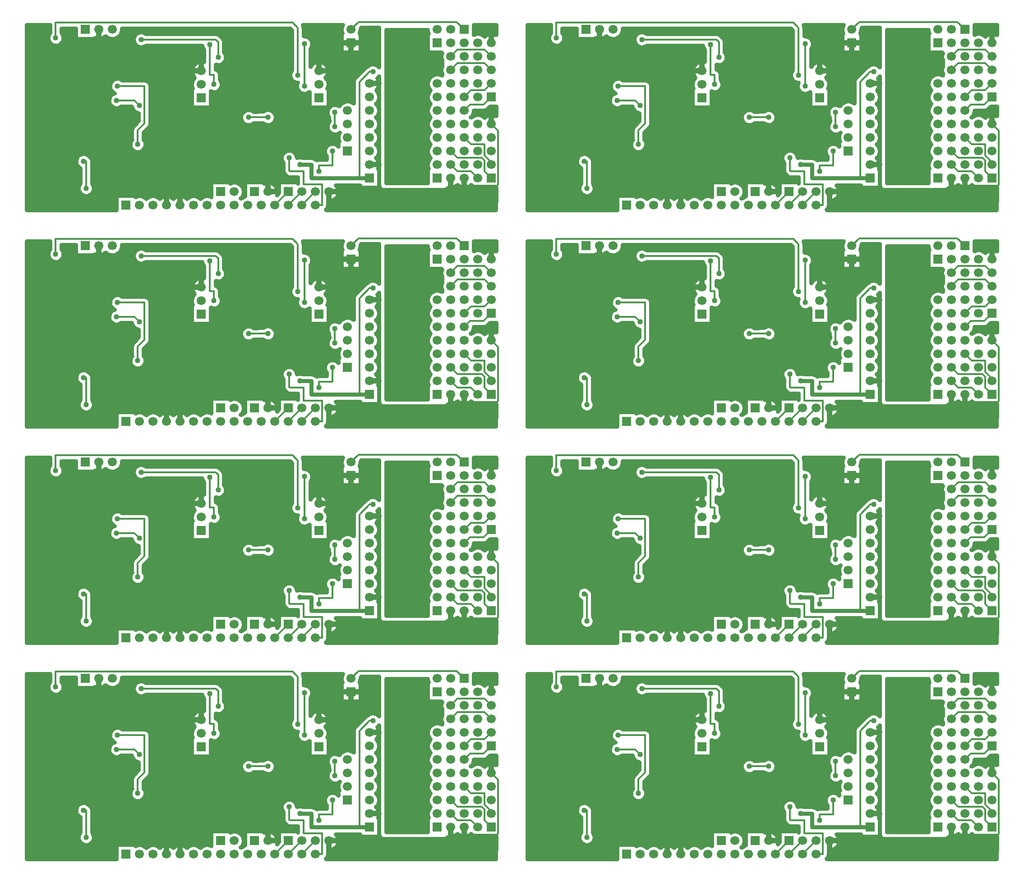
<source format=gbr>
G04 DipTrace 2.4.0.2*
%INBottom.gbr*%
%MOIN*%
%ADD13C,0.013*%
%ADD14C,0.03*%
%ADD17C,0.04*%
%ADD28R,0.0669X0.0669*%
%ADD29C,0.0669*%
%FSLAX44Y44*%
G04*
G70*
G90*
G75*
G01*
%LNBottom*%
%LPD*%
X8816Y8190D2*
D13*
X9004D1*
Y6190D1*
X12815Y9440D2*
Y10502D1*
X13315Y11002D1*
Y13752D1*
X11315D1*
X29940Y6940D2*
D14*
X29190D1*
X25628D1*
Y7940D1*
X24815D1*
X30190Y14815D2*
D13*
X29940D1*
X29190Y14065D1*
Y6940D1*
X24630Y14566D2*
Y18066D1*
X24255Y18442D1*
X6753D1*
Y17316D1*
X27380Y11816D2*
Y10753D1*
X26190Y7440D2*
Y7878D1*
X27190D1*
Y8940D1*
X18755Y15879D2*
Y17004D1*
X18567Y17191D1*
X13066D1*
X35940Y15940D2*
X36440Y16440D1*
X38440D1*
X38940Y15940D1*
X35940Y14940D2*
X36440Y15440D1*
X38440D1*
X38940Y14940D1*
X36940Y12940D2*
X37440Y13440D1*
X38440D1*
X38940Y13940D1*
X36940Y11940D2*
X37378Y12378D1*
X38378D1*
X38940Y12940D1*
X36940Y9940D2*
X37440Y9440D1*
X38440D1*
Y8627D1*
X38940Y8127D1*
Y7940D1*
X24002Y8440D2*
Y7503D1*
X24065Y7440D1*
X25065D1*
Y6503D1*
X26440D1*
Y4940D1*
X25940D1*
X26192Y14879D2*
X28016D1*
X28202Y15065D1*
X28565Y15428D1*
Y16940D1*
X8629Y16941D2*
X9941D1*
Y17065D1*
Y17939D1*
X9940Y17940D1*
X11315Y17065D2*
X9941D1*
X7950Y9307D2*
X8920D1*
X9941Y10328D1*
X10804Y11191D1*
X12191D1*
X9941Y16941D2*
Y15754D1*
Y10328D1*
X17504Y14878D2*
Y15629D1*
X17379Y15754D1*
X9941D1*
X10566Y9691D2*
X11566D1*
X11941Y10066D1*
Y10941D1*
X12191Y11191D1*
X38940Y10940D2*
X38945D1*
X39444Y10441D1*
Y6440D1*
X39382Y6378D1*
X37006D1*
X36944Y6440D1*
Y6936D1*
X36940Y6940D1*
X35940D2*
Y6444D1*
X36006Y6378D1*
X37006D1*
X12628Y6690D2*
X9941D1*
Y10328D1*
X21505Y10253D2*
X20380D1*
X28628Y14315D2*
Y14752D1*
X28315Y15065D1*
X28202D1*
X35940Y8940D2*
X36440Y8440D1*
X38253D1*
X38440Y8253D1*
Y7440D1*
X38940Y6940D1*
X11250Y12690D2*
X12565D1*
X12940Y12315D1*
X24940Y4940D2*
X25940Y5940D1*
X22940Y4940D2*
X23940Y5940D1*
Y4940D2*
X24940Y5940D1*
X21003Y11441D2*
X22440Y11443D1*
X35940Y7940D2*
X36440Y7440D1*
X37440D1*
X37940Y6940D1*
X18130Y16816D2*
Y14588D1*
X18442D1*
Y13879D1*
X25130Y16879D2*
Y13754D1*
X36940Y17940D2*
X36377Y18503D1*
X29128D1*
X28565Y17940D1*
D17*
X8816Y8190D3*
X9004Y6190D3*
X12815Y9440D3*
X11315Y13752D3*
X24815Y7940D3*
X30190Y14815D3*
X24630Y14566D3*
X6753Y17316D3*
X27380Y11816D3*
Y10753D3*
X26190Y7440D3*
X27190Y8940D3*
X27380Y10753D3*
X18755Y15879D3*
X13066Y17191D3*
X24002Y8440D3*
X8629Y16941D3*
X11315Y17065D3*
X7950Y9307D3*
X12191Y11191D3*
X10566Y9691D3*
X12628Y6690D3*
X21505Y10253D3*
X20380D3*
X28628Y14315D3*
X11250Y12690D3*
X12940Y12315D3*
X21003Y11441D3*
X22440Y11443D3*
X18130Y16816D3*
X18442Y13879D3*
X25130Y16879D3*
Y13754D3*
X9940Y15940D3*
Y15440D3*
Y14940D3*
Y14440D3*
Y13940D3*
Y13440D3*
Y12940D3*
Y12440D3*
Y11940D3*
Y11440D3*
Y10940D3*
Y10440D3*
Y9940D3*
Y9440D3*
Y8940D3*
X16440Y15940D3*
Y15440D3*
Y14940D3*
Y14440D3*
Y13940D3*
Y13440D3*
Y12940D3*
Y12440D3*
Y11940D3*
Y11440D3*
Y10940D3*
Y10440D3*
Y9940D3*
Y9440D3*
Y8940D3*
X32256Y14504D3*
Y14004D3*
Y13504D3*
Y13004D3*
X32819Y14504D3*
Y14004D3*
Y13504D3*
Y13004D3*
X32256Y12503D3*
X32819D3*
X31381Y13754D3*
Y13254D3*
X8315Y9315D3*
X7627D3*
X11815Y11190D3*
X12565D3*
X4620Y17991D2*
D14*
X6297D1*
X7210D2*
X8212D1*
X11664D2*
X24071D1*
X25086D2*
X27840D1*
X29290D2*
X30616D1*
X37668D2*
X39261D1*
X4620Y17693D2*
X6297D1*
X7210D2*
X8212D1*
X11623D2*
X12781D1*
X13349D2*
X24173D1*
X25086D2*
X27885D1*
X29245D2*
X30616D1*
X37668D2*
X39261D1*
X4620Y17394D2*
X6166D1*
X7341D2*
X8212D1*
X11401D2*
X12514D1*
X18996D2*
X24173D1*
X25386D2*
X27840D1*
X29290D2*
X30616D1*
X4620Y17095D2*
X6207D1*
X7300D2*
X12481D1*
X19201D2*
X24173D1*
X25677D2*
X27840D1*
X29290D2*
X30616D1*
X4620Y16797D2*
X6510D1*
X6997D2*
X12637D1*
X19209D2*
X24173D1*
X25718D2*
X27840D1*
X29290D2*
X30616D1*
X4620Y16498D2*
X17636D1*
X19209D2*
X24173D1*
X25587D2*
X27840D1*
X29290D2*
X30616D1*
X4620Y16199D2*
X17673D1*
X19246D2*
X24173D1*
X25587D2*
X30616D1*
X4620Y15900D2*
X17673D1*
X19345D2*
X24173D1*
X25587D2*
X30616D1*
X4620Y15602D2*
X17673D1*
X19275D2*
X24173D1*
X25587D2*
X30616D1*
X4620Y15303D2*
X16923D1*
X18586D2*
X24173D1*
X26776D2*
X29882D1*
X4620Y15004D2*
X16791D1*
X18586D2*
X24173D1*
X26907D2*
X29496D1*
X4620Y14706D2*
X16800D1*
X18881D2*
X24054D1*
X26899D2*
X29197D1*
X4620Y14407D2*
X16964D1*
X18898D2*
X24063D1*
X26735D2*
X28898D1*
X4620Y14108D2*
X10849D1*
X13579D2*
X16816D1*
X18984D2*
X24276D1*
X26878D2*
X28734D1*
X4620Y13810D2*
X10726D1*
X13767D2*
X16783D1*
X19029D2*
X24542D1*
X26915D2*
X28734D1*
X4620Y13511D2*
X10779D1*
X13771D2*
X16779D1*
X18898D2*
X24592D1*
X26919D2*
X28734D1*
X4620Y13212D2*
X11013D1*
X13771D2*
X16779D1*
X18229D2*
X24948D1*
X25312D2*
X25465D1*
X26919D2*
X28734D1*
X4620Y12914D2*
X10705D1*
X13771D2*
X16779D1*
X18229D2*
X25465D1*
X26919D2*
X28734D1*
X4620Y12615D2*
X10664D1*
X13771D2*
X16779D1*
X18229D2*
X25465D1*
X26919D2*
X28114D1*
X28523D2*
X28734D1*
X4620Y12316D2*
X10800D1*
X13771D2*
X16779D1*
X18229D2*
X25465D1*
X26919D2*
X27093D1*
X4620Y12018D2*
X12432D1*
X13771D2*
X26827D1*
X38636D2*
X39261D1*
X4620Y11719D2*
X12858D1*
X13771D2*
X20482D1*
X22958D2*
X26798D1*
X37631D2*
X39261D1*
X4620Y11420D2*
X12858D1*
X13771D2*
X20413D1*
X23032D2*
X26925D1*
X4620Y11121D2*
X12801D1*
X13771D2*
X20511D1*
X22929D2*
X26925D1*
X4620Y10823D2*
X12502D1*
X13730D2*
X26794D1*
X4620Y10524D2*
X12358D1*
X13472D2*
X26839D1*
X4620Y10225D2*
X12358D1*
X13271D2*
X27159D1*
X4620Y9927D2*
X12358D1*
X13271D2*
X27594D1*
X4620Y9628D2*
X12256D1*
X13374D2*
X27594D1*
X4620Y9329D2*
X12235D1*
X13394D2*
X26757D1*
X4620Y9031D2*
X12399D1*
X13230D2*
X26605D1*
X4620Y8732D2*
X8634D1*
X8994D2*
X23492D1*
X24512D2*
X26638D1*
X4620Y8433D2*
X8278D1*
X9383D2*
X23410D1*
X25796D2*
X26732D1*
X30463D2*
X30616D1*
X4620Y8135D2*
X8228D1*
X9461D2*
X23501D1*
X4620Y7836D2*
X8351D1*
X9461D2*
X23546D1*
X4620Y7537D2*
X8548D1*
X9461D2*
X23546D1*
X4620Y7239D2*
X8548D1*
X9461D2*
X23636D1*
X4620Y6940D2*
X8548D1*
X9461D2*
X24608D1*
X4620Y6641D2*
X8548D1*
X9461D2*
X24608D1*
X4620Y6342D2*
X8433D1*
X9576D2*
X18214D1*
X20538D2*
X20712D1*
X23040D2*
X23214D1*
X27539D2*
X29213D1*
X36327D2*
X36550D1*
X37328D2*
X37551D1*
X4620Y6044D2*
X8429D1*
X9576D2*
X18214D1*
X27658D2*
X39261D1*
X4620Y5745D2*
X8630D1*
X9375D2*
X18214D1*
X27637D2*
X39261D1*
X4620Y5446D2*
X11214D1*
X27461D2*
X39261D1*
X4620Y5148D2*
X11214D1*
X26895D2*
X39261D1*
X4620Y4849D2*
X11214D1*
X26887D2*
X39261D1*
X37637Y18288D2*
Y17566D1*
X37808Y17624D1*
X37938Y17637D1*
X38068Y17625D1*
X38194Y17589D1*
X38311Y17529D1*
X38440Y17422D1*
X38501Y17481D1*
X38610Y17554D1*
X38731Y17605D1*
X38859Y17632D1*
X38990Y17635D1*
X39120Y17613D1*
X39243Y17568D1*
X39290Y17543D1*
Y18289D1*
X37640Y18290D1*
X37624Y11810D2*
X37588Y11684D1*
X37528Y11567D1*
X37420Y11439D1*
X37462Y11447D1*
X37565Y11527D1*
X37682Y11587D1*
X37808Y11624D1*
X37938Y11637D1*
X38068Y11625D1*
X38194Y11589D1*
X38311Y11529D1*
X38440Y11422D1*
X38501Y11481D1*
X38610Y11554D1*
X38731Y11605D1*
X38859Y11632D1*
X38990Y11635D1*
X39120Y11613D1*
X39243Y11568D1*
X39290Y11543D1*
Y12244D1*
X38845Y12243D1*
X38679Y12076D1*
X38574Y11998D1*
X38446Y11957D1*
X38246Y11951D1*
X37635D1*
X37624Y11810D1*
X37439Y6455D2*
X37328Y6362D1*
X37213Y6299D1*
X37088Y6259D1*
X36958Y6244D1*
X36827Y6253D1*
X36701Y6286D1*
X36582Y6342D1*
X36477Y6420D1*
X36439Y6455D1*
X36350Y6377D1*
X36237Y6310D1*
X36114Y6265D1*
X35984Y6245D1*
X35853Y6249D1*
X35761Y6267D1*
X35742Y6235D1*
X35649Y6142D1*
X35530Y6089D1*
X35313Y6078D1*
X31006D1*
X30877Y6102D1*
X30766Y6169D1*
X30685Y6272D1*
X30647Y6401D1*
X30644Y7359D1*
Y14482D1*
X30524Y14363D1*
X30499Y14349D1*
X30545Y14285D1*
X30599Y14166D1*
X30630Y14039D1*
X30636Y13914D1*
X30619Y13784D1*
X30578Y13659D1*
X30514Y13545D1*
X30424Y13439D1*
X30502Y13351D1*
X30569Y13239D1*
X30614Y13116D1*
X30637Y12940D1*
X30624Y12810D1*
X30588Y12684D1*
X30528Y12567D1*
X30420Y12439D1*
X30502Y12351D1*
X30569Y12239D1*
X30614Y12116D1*
X30637Y11940D1*
X30624Y11810D1*
X30588Y11684D1*
X30528Y11567D1*
X30420Y11439D1*
X30502Y11351D1*
X30569Y11239D1*
X30614Y11116D1*
X30637Y10940D1*
X30624Y10810D1*
X30588Y10684D1*
X30528Y10567D1*
X30420Y10439D1*
X30502Y10351D1*
X30569Y10239D1*
X30614Y10116D1*
X30637Y9940D1*
X30624Y9810D1*
X30588Y9684D1*
X30528Y9567D1*
X30420Y9439D1*
X30502Y9351D1*
X30569Y9239D1*
X30614Y9116D1*
X30637Y8940D1*
X30624Y8810D1*
X30588Y8684D1*
X30528Y8567D1*
X30420Y8439D1*
X30470Y8393D1*
X30545Y8285D1*
X30599Y8166D1*
X30630Y8039D1*
X30636Y7914D1*
X30619Y7784D1*
X30578Y7659D1*
X30567Y7636D1*
X30637Y7637D1*
Y6243D1*
X29243D1*
Y6428D1*
X27439D1*
X27532Y6308D1*
X27590Y6191D1*
X27625Y6065D1*
X27637Y5940D1*
X27624Y5810D1*
X27588Y5684D1*
X27528Y5567D1*
X27448Y5463D1*
X27350Y5377D1*
X27237Y5310D1*
X27114Y5265D1*
X26984Y5245D1*
X26867Y5247D1*
Y4940D1*
X26847Y4811D1*
X26789Y4694D1*
X26706Y4607D1*
X26750Y4590D1*
X39287D1*
X39290Y5752D1*
Y6240D1*
X38324Y6243D1*
X38243D1*
Y6313D1*
X38114Y6265D1*
X37984Y6245D1*
X37853Y6249D1*
X37725Y6277D1*
X37605Y6329D1*
X37497Y6403D1*
X37442Y6458D1*
X20875Y6637D2*
X22137D1*
Y6567D1*
X22256Y6612D1*
X22386Y6635D1*
X22517Y6632D1*
X22645Y6606D1*
X22766Y6556D1*
X22875Y6484D1*
X22970Y6393D1*
X23045Y6285D1*
X23099Y6166D1*
X23130Y6039D1*
X23136Y5914D1*
X23119Y5784D1*
X23093Y5697D1*
X23244Y5848D1*
X23243Y6637D1*
X24637D1*
Y6567D1*
X24638Y7015D1*
X24065Y7013D1*
X23936Y7033D1*
X23796Y7108D1*
X23662Y7245D1*
X23605Y7348D1*
X23577Y7474D1*
X23576Y8073D1*
X23530Y8135D1*
X23473Y8253D1*
X23444Y8381D1*
X23445Y8512D1*
X23477Y8639D1*
X23537Y8755D1*
X23622Y8854D1*
X23729Y8931D1*
X23850Y8981D1*
X23979Y9002D1*
X24109Y8992D1*
X24234Y8952D1*
X24346Y8885D1*
X24440Y8793D1*
X24510Y8682D1*
X24552Y8558D1*
X24564Y8444D1*
X24662Y8481D1*
X24791Y8502D1*
X24922Y8492D1*
X25050Y8450D1*
X25628Y8452D1*
X25757Y8435D1*
X25879Y8386D1*
X26034Y8275D1*
X26190Y8305D1*
X26760D1*
X26763Y8571D1*
X26718Y8635D1*
X26660Y8753D1*
X26631Y8881D1*
X26633Y9012D1*
X26664Y9139D1*
X26724Y9255D1*
X26810Y9354D1*
X26916Y9431D1*
X27037Y9481D1*
X27166Y9502D1*
X27297Y9492D1*
X27422Y9452D1*
X27534Y9385D1*
X27624Y9296D1*
X27621Y9637D1*
X27691D1*
X27656Y9724D1*
X27627Y9852D1*
X27623Y9983D1*
X27643Y10112D1*
X27687Y10236D1*
X27735Y10317D1*
X27601Y10236D1*
X27475Y10199D1*
X27345Y10192D1*
X27216Y10216D1*
X27096Y10269D1*
X26992Y10348D1*
X26908Y10449D1*
X26851Y10566D1*
X26822Y10694D1*
X26823Y10825D1*
X26855Y10952D1*
X26915Y11068D1*
X26955Y11115D1*
X26954Y11454D1*
X26908Y11511D1*
X26851Y11629D1*
X26822Y11756D1*
X26823Y11887D1*
X26855Y12014D1*
X26915Y12131D1*
X27000Y12230D1*
X27107Y12307D1*
X27228Y12357D1*
X27357Y12377D1*
X27487Y12368D1*
X27612Y12328D1*
X27707Y12271D1*
X27754Y12349D1*
X27840Y12447D1*
X27943Y12528D1*
X28060Y12588D1*
X28186Y12624D1*
X28316Y12637D1*
X28447Y12625D1*
X28573Y12589D1*
X28689Y12530D1*
X28764Y12472D1*
X28763Y14065D1*
X28783Y14194D1*
X28844Y14314D1*
X28981Y14460D1*
X29638Y15117D1*
X29747Y15195D1*
X29810Y15229D1*
X29916Y15306D1*
X30037Y15356D1*
X30166Y15377D1*
X30297Y15367D1*
X30422Y15327D1*
X30534Y15260D1*
X30643Y15144D1*
X30645Y18070D1*
X30341Y18076D1*
X29303D1*
X29260Y17986D1*
X29249Y17810D1*
X29213Y17684D1*
X29189Y17636D1*
X29262Y17637D1*
Y16243D1*
X27868D1*
Y17637D1*
X27938D1*
X27903Y17724D1*
X27874Y17851D1*
X27870Y17982D1*
X27890Y18112D1*
X27934Y18235D1*
X27965Y18288D1*
X24992Y18290D1*
X25051Y18139D1*
X25057Y17935D1*
Y17439D1*
X25237Y17431D1*
X25362Y17391D1*
X25474Y17323D1*
X25568Y17232D1*
X25637Y17121D1*
X25680Y16997D1*
X25692Y16879D1*
X25677Y16749D1*
X25632Y16626D1*
X25557Y16514D1*
X25561Y15174D1*
X25628Y15287D1*
X25714Y15385D1*
X25817Y15466D1*
X25934Y15526D1*
X26060Y15562D1*
X26190Y15575D1*
X26321Y15563D1*
X26447Y15527D1*
X26564Y15468D1*
X26667Y15388D1*
X26754Y15290D1*
X26822Y15177D1*
X26866Y15054D1*
X26887Y14925D1*
X26884Y14800D1*
X26857Y14672D1*
X26807Y14551D1*
X26735Y14441D1*
X26677Y14378D1*
X26754Y14290D1*
X26822Y14177D1*
X26866Y14054D1*
X26889Y13879D1*
X26877Y13748D1*
X26840Y13622D1*
X26816Y13575D1*
X26889D1*
Y12182D1*
X25496D1*
Y13326D1*
X25351Y13237D1*
X25225Y13200D1*
X25094Y13193D1*
X24966Y13216D1*
X24846Y13269D1*
X24741Y13348D1*
X24658Y13449D1*
X24600Y13566D1*
X24571Y13694D1*
X24573Y13825D1*
X24604Y13952D1*
X24633Y14007D1*
X24466Y14029D1*
X24346Y14081D1*
X24241Y14160D1*
X24158Y14261D1*
X24100Y14379D1*
X24071Y14507D1*
X24073Y14638D1*
X24104Y14765D1*
X24165Y14881D1*
X24205Y14927D1*
X24203Y17892D1*
X24076Y18017D1*
X21499Y18015D1*
X11636D1*
X11624Y17810D1*
X11588Y17684D1*
X11528Y17567D1*
X11448Y17463D1*
X11350Y17377D1*
X11237Y17310D1*
X11114Y17265D1*
X10984Y17245D1*
X10853Y17249D1*
X10725Y17277D1*
X10605Y17329D1*
X10497Y17403D1*
X10442Y17458D1*
X10350Y17377D1*
X10237Y17310D1*
X10114Y17265D1*
X9984Y17245D1*
X9853Y17249D1*
X9725Y17277D1*
X9637Y17313D1*
Y17243D1*
X8243D1*
Y18018D1*
X7326Y18015D1*
X7182D1*
X7180Y17683D1*
X7260Y17559D1*
X7303Y17435D1*
X7315Y17316D1*
X7300Y17186D1*
X7255Y17063D1*
X7183Y16954D1*
X7087Y16865D1*
X6974Y16799D1*
X6848Y16762D1*
X6717Y16756D1*
X6589Y16779D1*
X6469Y16832D1*
X6364Y16911D1*
X6281Y17012D1*
X6223Y17129D1*
X6194Y17257D1*
X6196Y17388D1*
X6228Y17515D1*
X6288Y17631D1*
X6328Y17678D1*
X6326Y18288D1*
X4593Y18290D1*
X4590Y17128D1*
Y4591D1*
X11244Y4590D1*
X11243Y5637D1*
X12637D1*
Y5567D1*
X12808Y5624D1*
X12938Y5637D1*
X13068Y5625D1*
X13194Y5589D1*
X13311Y5529D1*
X13440Y5422D1*
X13565Y5527D1*
X13682Y5587D1*
X13808Y5624D1*
X13938Y5637D1*
X14068Y5625D1*
X14194Y5589D1*
X14311Y5529D1*
X14440Y5422D1*
X14501Y5481D1*
X14610Y5554D1*
X14731Y5605D1*
X14859Y5632D1*
X14990Y5635D1*
X15120Y5613D1*
X15243Y5568D1*
X15355Y5500D1*
X15440Y5425D1*
X15543Y5513D1*
X15658Y5577D1*
X15782Y5618D1*
X15912Y5636D1*
X16043Y5629D1*
X16170Y5598D1*
X16289Y5543D1*
X16396Y5467D1*
X16440Y5425D1*
X16565Y5527D1*
X16682Y5587D1*
X16808Y5624D1*
X16938Y5637D1*
X17068Y5625D1*
X17194Y5589D1*
X17311Y5529D1*
X17440Y5422D1*
X17565Y5527D1*
X17682Y5587D1*
X17808Y5624D1*
X17938Y5637D1*
X18068Y5625D1*
X18194Y5589D1*
X18242Y5565D1*
X18243Y6637D1*
X19637D1*
Y6567D1*
X19808Y6624D1*
X19938Y6637D1*
X20068Y6625D1*
X20194Y6589D1*
X20311Y6529D1*
X20415Y6449D1*
X20502Y6351D1*
X20569Y6239D1*
X20614Y6116D1*
X20637Y5940D1*
X20624Y5810D1*
X20588Y5684D1*
X20528Y5567D1*
X20420Y5439D1*
X20462Y5447D1*
X20565Y5527D1*
X20682Y5587D1*
X20741Y5604D1*
X20743Y6637D1*
X20875D1*
X18201Y13374D2*
Y12182D1*
X16808D1*
Y13575D1*
X16878D1*
X16842Y13662D1*
X16813Y13790D1*
X16809Y13921D1*
X16829Y14050D1*
X16873Y14174D1*
X16940Y14287D1*
X17018Y14376D1*
X16922Y14497D1*
X16860Y14613D1*
X16822Y14738D1*
X16808Y14868D1*
X16818Y14999D1*
X16853Y15125D1*
X16911Y15243D1*
X16990Y15348D1*
X17087Y15436D1*
X17198Y15504D1*
X17321Y15550D1*
X17450Y15573D1*
X17581Y15571D1*
X17702Y15546D1*
X17703Y16454D1*
X17657Y16512D1*
X17600Y16629D1*
X17571Y16761D1*
X16861Y16764D1*
X13428D1*
X13287Y16674D1*
X13161Y16637D1*
X13031Y16631D1*
X12902Y16654D1*
X12782Y16707D1*
X12678Y16786D1*
X12594Y16887D1*
X12537Y17004D1*
X12508Y17132D1*
X12509Y17263D1*
X12541Y17390D1*
X12601Y17506D1*
X12686Y17605D1*
X12793Y17682D1*
X12914Y17732D1*
X13043Y17753D1*
X13173Y17743D1*
X13298Y17703D1*
X13431Y17616D1*
X14773Y17618D1*
X18567D1*
X18696Y17598D1*
X18816Y17537D1*
X18962Y17401D1*
X19056Y17306D1*
X19134Y17200D1*
X19175Y17072D1*
X19182Y16873D1*
Y16245D1*
X19262Y16121D1*
X19304Y15997D1*
X19317Y15879D1*
X19301Y15749D1*
X19256Y15626D1*
X19184Y15516D1*
X19089Y15427D1*
X18975Y15362D1*
X18850Y15325D1*
X18719Y15318D1*
X18590Y15341D1*
X18556Y15356D1*
X18557Y14999D1*
X18676Y14945D1*
X18773Y14858D1*
X18839Y14745D1*
X18869Y14588D1*
Y14248D1*
X18949Y14121D1*
X18991Y13997D1*
X19004Y13879D1*
X18989Y13748D1*
X18944Y13626D1*
X18872Y13516D1*
X18776Y13427D1*
X18663Y13362D1*
X18537Y13325D1*
X18406Y13318D1*
X18277Y13341D1*
X18199Y13376D1*
X9431Y8059D2*
Y6554D1*
X9511Y6432D1*
X9553Y6308D1*
X9566Y6190D1*
X9550Y6060D1*
X9505Y5937D1*
X9433Y5828D1*
X9338Y5738D1*
X9224Y5673D1*
X9098Y5636D1*
X8968Y5629D1*
X8839Y5653D1*
X8719Y5706D1*
X8615Y5785D1*
X8531Y5886D1*
X8474Y6003D1*
X8445Y6131D1*
X8446Y6262D1*
X8478Y6389D1*
X8538Y6505D1*
X8578Y6552D1*
X8577Y7679D1*
X8427Y7785D1*
X8344Y7886D1*
X8286Y8003D1*
X8257Y8131D1*
X8259Y8262D1*
X8290Y8389D1*
X8350Y8505D1*
X8436Y8604D1*
X8542Y8681D1*
X8663Y8731D1*
X8792Y8752D1*
X8923Y8742D1*
X9048Y8702D1*
X9160Y8635D1*
X9332Y8463D1*
X9397Y8357D1*
X9430Y8219D1*
X9431Y8059D1*
X12388Y9805D2*
Y10502D1*
X12408Y10632D1*
X12469Y10752D1*
X12606Y10897D1*
X12887Y11178D1*
X12888Y11753D1*
X12775Y11778D1*
X12655Y11830D1*
X12551Y11909D1*
X12468Y12010D1*
X12410Y12128D1*
X12381Y12260D1*
X11618Y12263D1*
X11470Y12173D1*
X11345Y12136D1*
X11214Y12129D1*
X11085Y12153D1*
X10965Y12205D1*
X10861Y12284D1*
X10778Y12385D1*
X10720Y12503D1*
X10691Y12631D1*
X10692Y12762D1*
X10724Y12889D1*
X10784Y13005D1*
X10870Y13104D1*
X10976Y13181D1*
X11101Y13231D1*
X11030Y13268D1*
X10926Y13347D1*
X10843Y13448D1*
X10785Y13565D1*
X10756Y13693D1*
X10758Y13824D1*
X10789Y13951D1*
X10849Y14067D1*
X10935Y14166D1*
X11041Y14243D1*
X11162Y14293D1*
X11291Y14314D1*
X11422Y14304D1*
X11547Y14265D1*
X11679Y14177D1*
X13021Y14179D1*
X13315D1*
X13444Y14159D1*
X13561Y14101D1*
X13655Y14010D1*
X13717Y13895D1*
X13742Y13752D1*
Y11002D1*
X13722Y10873D1*
X13661Y10753D1*
X13524Y10608D1*
X13243Y10327D1*
X13242Y9801D1*
X13322Y9682D1*
X13364Y9558D1*
X13377Y9440D1*
X13362Y9310D1*
X13317Y9187D1*
X13245Y9078D1*
X13149Y8988D1*
X13036Y8923D1*
X12910Y8886D1*
X12779Y8879D1*
X12650Y8903D1*
X12530Y8955D1*
X12426Y9034D1*
X12343Y9135D1*
X12285Y9253D1*
X12256Y9381D1*
X12258Y9512D1*
X12289Y9639D1*
X12349Y9755D1*
X12390Y9801D1*
X27736Y10321D2*
X27601Y10236D1*
X27475Y10199D1*
X27345Y10192D1*
X27216Y10216D1*
X27096Y10269D1*
X26992Y10348D1*
X26908Y10449D1*
X26851Y10566D1*
X26822Y10694D1*
X26823Y10825D1*
X26855Y10952D1*
X26915Y11068D1*
X26955Y11115D1*
X21367Y11868D2*
X22072Y11870D1*
X22166Y11934D1*
X22287Y11984D1*
X22416Y12005D1*
X22547Y11995D1*
X22672Y11955D1*
X22784Y11888D1*
X22877Y11796D1*
X22947Y11685D1*
X22989Y11561D1*
X23002Y11443D1*
X22987Y11313D1*
X22942Y11190D1*
X22870Y11081D1*
X22774Y10991D1*
X22661Y10926D1*
X22535Y10889D1*
X22404Y10882D1*
X22275Y10906D1*
X22155Y10959D1*
X22080Y11015D1*
X21370Y11014D1*
X21223Y10924D1*
X21097Y10887D1*
X20967Y10880D1*
X20838Y10903D1*
X20718Y10956D1*
X20614Y11035D1*
X20530Y11136D1*
X20473Y11254D1*
X20444Y11381D1*
X20445Y11512D1*
X20477Y11639D1*
X20537Y11756D1*
X20622Y11855D1*
X20729Y11931D1*
X20850Y11982D1*
X20979Y12002D1*
X21109Y11993D1*
X21234Y11953D1*
X21361Y11871D1*
X36940Y6940D2*
D17*
Y6244D1*
X35940Y6940D2*
Y6244D1*
X22440Y6636D2*
Y5940D1*
X23136D1*
X38940Y11636D2*
Y10940D1*
Y17636D2*
Y16940D1*
X9940Y17940D2*
Y17244D1*
X17504Y15575D2*
Y14878D1*
X16808D2*
X17504D1*
X26192Y15575D2*
Y14879D1*
X26888D1*
X28565Y16940D2*
Y16244D1*
X27869Y16940D2*
X29261D1*
X29940Y7940D2*
X30636D1*
X29940Y13940D2*
X30636D1*
X26940Y5940D2*
Y5244D1*
Y5940D2*
X27636D1*
X14940Y5636D2*
Y4940D1*
X15940Y5636D2*
Y4940D1*
X31186Y17618D2*
D14*
X34212D1*
X31186Y17319D2*
X34212D1*
X31186Y17020D2*
X34212D1*
X31186Y16722D2*
X34212D1*
X31186Y16423D2*
X34212D1*
X31186Y16124D2*
X35237D1*
X31186Y15826D2*
X35225D1*
X31186Y15527D2*
X35266D1*
X31186Y15228D2*
X35266D1*
X31186Y14930D2*
X35213D1*
X31186Y14631D2*
X34823D1*
X35059D2*
X35266D1*
X31186Y14332D2*
X34335D1*
X31186Y14034D2*
X34220D1*
X31186Y13735D2*
X34245D1*
X31186Y13436D2*
X34421D1*
X31186Y13137D2*
X34241D1*
X31186Y12839D2*
X34220D1*
X31186Y12540D2*
X34339D1*
X31186Y12241D2*
X34282D1*
X31186Y11943D2*
X34212D1*
X31186Y11644D2*
X34278D1*
X31186Y11345D2*
X34343D1*
X31186Y11047D2*
X34220D1*
X31186Y10748D2*
X34241D1*
X31186Y10449D2*
X34417D1*
X31186Y10151D2*
X34245D1*
X31186Y9852D2*
X34220D1*
X31186Y9553D2*
X34331D1*
X31186Y9255D2*
X34290D1*
X31186Y8956D2*
X34212D1*
X31186Y8657D2*
X34273D1*
X31186Y8358D2*
X34351D1*
X31186Y8060D2*
X34224D1*
X31186Y7761D2*
X34237D1*
X31186Y7462D2*
X34212D1*
X31186Y7164D2*
X34212D1*
X31186Y6865D2*
X34212D1*
X35293Y15690D2*
X35249Y15851D1*
X35245Y15982D1*
X35265Y16112D1*
X35294Y16193D1*
X35243Y16243D1*
X34243D1*
Y17637D1*
X34313D1*
X34278Y17724D1*
X34249Y17851D1*
X34247Y17913D1*
X33344Y17916D1*
X31158D1*
X31156Y15179D1*
Y6588D1*
X33237Y6590D1*
X34242D1*
X34243Y7637D1*
X34313D1*
X34278Y7724D1*
X34249Y7851D1*
X34245Y7982D1*
X34265Y8112D1*
X34309Y8235D1*
X34375Y8348D1*
X34454Y8437D1*
X34330Y8603D1*
X34278Y8724D1*
X34249Y8851D1*
X34245Y8982D1*
X34265Y9112D1*
X34309Y9235D1*
X34375Y9348D1*
X34454Y9437D1*
X34330Y9603D1*
X34278Y9724D1*
X34249Y9851D1*
X34245Y9982D1*
X34265Y10112D1*
X34309Y10235D1*
X34375Y10348D1*
X34454Y10437D1*
X34330Y10603D1*
X34278Y10724D1*
X34249Y10851D1*
X34245Y10982D1*
X34265Y11112D1*
X34309Y11235D1*
X34375Y11348D1*
X34454Y11437D1*
X34330Y11603D1*
X34278Y11724D1*
X34249Y11851D1*
X34245Y11982D1*
X34265Y12112D1*
X34309Y12235D1*
X34375Y12348D1*
X34454Y12437D1*
X34330Y12603D1*
X34278Y12724D1*
X34249Y12851D1*
X34245Y12982D1*
X34265Y13112D1*
X34309Y13235D1*
X34375Y13348D1*
X34454Y13437D1*
X34330Y13603D1*
X34278Y13724D1*
X34249Y13851D1*
X34245Y13982D1*
X34265Y14112D1*
X34309Y14235D1*
X34375Y14348D1*
X34462Y14447D1*
X34565Y14527D1*
X34682Y14587D1*
X34808Y14624D1*
X34938Y14637D1*
X35068Y14625D1*
X35194Y14589D1*
X35293Y14539D1*
X35294Y14679D1*
X35249Y14851D1*
X35245Y14982D1*
X35265Y15112D1*
X35294Y15193D1*
Y15680D1*
D28*
X36940Y17940D3*
D29*
X35940D3*
X36940Y16940D3*
X35940D3*
X36940Y15940D3*
X35940D3*
X36940Y14940D3*
X35940D3*
X36940Y13940D3*
X35940D3*
X36940Y12940D3*
X35940D3*
X36940Y11940D3*
X35940D3*
X36940Y10940D3*
X35940D3*
X36940Y9940D3*
X35940D3*
X36940Y8940D3*
X35940D3*
X36940Y7940D3*
X35940D3*
X36940Y6940D3*
X35940D3*
D28*
X21440Y5940D3*
D29*
X22440D3*
D28*
X38940Y6940D3*
D29*
X37940D3*
X38940Y7940D3*
X37940D3*
X38940Y8940D3*
X37940D3*
X38940Y9940D3*
X37940D3*
X38940Y10940D3*
X37940D3*
D28*
X38940Y12940D3*
D29*
X37940D3*
X38940Y13940D3*
X37940D3*
X38940Y14940D3*
X37940D3*
X38940Y15940D3*
X37940D3*
X38940Y16940D3*
X37940D3*
D28*
X8940Y17940D3*
D29*
X9940D3*
X10940D3*
D28*
X17504Y12878D3*
D29*
Y13878D3*
Y14878D3*
D28*
X26192Y12879D3*
D29*
Y13879D3*
Y14879D3*
D28*
X34940Y16940D3*
D29*
Y17940D3*
D28*
X28565Y16940D3*
D29*
Y17940D3*
D28*
X28318Y8941D3*
D29*
Y9941D3*
Y10941D3*
Y11941D3*
D28*
X34940Y6940D3*
D29*
Y7940D3*
Y8940D3*
Y9940D3*
Y10940D3*
Y11940D3*
Y12940D3*
Y13940D3*
D28*
X29940Y6940D3*
D29*
Y7940D3*
Y8940D3*
Y9940D3*
Y10940D3*
Y11940D3*
Y12940D3*
Y13940D3*
D28*
X18940Y5940D3*
D29*
X19940D3*
D28*
X23940D3*
D29*
X24940D3*
X25940D3*
X26940D3*
D28*
X11940Y4940D3*
D29*
X12940D3*
X13940D3*
X14940D3*
X15940D3*
X16940D3*
X17940D3*
X18940D3*
X19940D3*
X20940D3*
X21940D3*
X22940D3*
X23940D3*
X24940D3*
X25940D3*
X45816Y8190D2*
D13*
X46004D1*
Y6190D1*
X49815Y9440D2*
Y10502D1*
X50315Y11002D1*
Y13752D1*
X48315D1*
X66940Y6940D2*
D14*
X66190D1*
X62628D1*
Y7940D1*
X61815D1*
X67190Y14815D2*
D13*
X66940D1*
X66190Y14065D1*
Y6940D1*
X61630Y14566D2*
Y18066D1*
X61255Y18442D1*
X43753D1*
Y17316D1*
X64380Y11816D2*
Y10753D1*
X63190Y7440D2*
Y7878D1*
X64190D1*
Y8940D1*
X55755Y15879D2*
Y17004D1*
X55567Y17191D1*
X50066D1*
X72940Y15940D2*
X73440Y16440D1*
X75440D1*
X75940Y15940D1*
X72940Y14940D2*
X73440Y15440D1*
X75440D1*
X75940Y14940D1*
X73940Y12940D2*
X74440Y13440D1*
X75440D1*
X75940Y13940D1*
X73940Y11940D2*
X74378Y12378D1*
X75378D1*
X75940Y12940D1*
X73940Y9940D2*
X74440Y9440D1*
X75440D1*
Y8627D1*
X75940Y8127D1*
Y7940D1*
X61002Y8440D2*
Y7503D1*
X61065Y7440D1*
X62065D1*
Y6503D1*
X63440D1*
Y4940D1*
X62940D1*
X63192Y14879D2*
X65016D1*
X65202Y15065D1*
X65565Y15428D1*
Y16940D1*
X45629Y16941D2*
X46941D1*
Y17065D1*
Y17939D1*
X46940Y17940D1*
X48315Y17065D2*
X46941D1*
X44950Y9307D2*
X45920D1*
X46941Y10328D1*
X47804Y11191D1*
X49191D1*
X46941Y16941D2*
Y15754D1*
Y10328D1*
X54504Y14878D2*
Y15629D1*
X54379Y15754D1*
X46941D1*
X47566Y9691D2*
X48566D1*
X48941Y10066D1*
Y10941D1*
X49191Y11191D1*
X75940Y10940D2*
X75945D1*
X76444Y10441D1*
Y6440D1*
X76382Y6378D1*
X74006D1*
X73944Y6440D1*
Y6936D1*
X73940Y6940D1*
X72940D2*
Y6444D1*
X73006Y6378D1*
X74006D1*
X49628Y6690D2*
X46941D1*
Y10328D1*
X58505Y10253D2*
X57380D1*
X65628Y14315D2*
Y14752D1*
X65315Y15065D1*
X65202D1*
X72940Y8940D2*
X73440Y8440D1*
X75253D1*
X75440Y8253D1*
Y7440D1*
X75940Y6940D1*
X48250Y12690D2*
X49565D1*
X49940Y12315D1*
X61940Y4940D2*
X62940Y5940D1*
X59940Y4940D2*
X60940Y5940D1*
Y4940D2*
X61940Y5940D1*
X58003Y11441D2*
X59440Y11443D1*
X72940Y7940D2*
X73440Y7440D1*
X74440D1*
X74940Y6940D1*
X55130Y16816D2*
Y14588D1*
X55442D1*
Y13879D1*
X62130Y16879D2*
Y13754D1*
X73940Y17940D2*
X73377Y18503D1*
X66128D1*
X65565Y17940D1*
D17*
X45816Y8190D3*
X46004Y6190D3*
X49815Y9440D3*
X48315Y13752D3*
X61815Y7940D3*
X67190Y14815D3*
X61630Y14566D3*
X43753Y17316D3*
X64380Y11816D3*
Y10753D3*
X63190Y7440D3*
X64190Y8940D3*
X64380Y10753D3*
X55755Y15879D3*
X50066Y17191D3*
X61002Y8440D3*
X45629Y16941D3*
X48315Y17065D3*
X44950Y9307D3*
X49191Y11191D3*
X47566Y9691D3*
X49628Y6690D3*
X58505Y10253D3*
X57380D3*
X65628Y14315D3*
X48250Y12690D3*
X49940Y12315D3*
X58003Y11441D3*
X59440Y11443D3*
X55130Y16816D3*
X55442Y13879D3*
X62130Y16879D3*
Y13754D3*
X46940Y15940D3*
Y15440D3*
Y14940D3*
Y14440D3*
Y13940D3*
Y13440D3*
Y12940D3*
Y12440D3*
Y11940D3*
Y11440D3*
Y10940D3*
Y10440D3*
Y9940D3*
Y9440D3*
Y8940D3*
X53440Y15940D3*
Y15440D3*
Y14940D3*
Y14440D3*
Y13940D3*
Y13440D3*
Y12940D3*
Y12440D3*
Y11940D3*
Y11440D3*
Y10940D3*
Y10440D3*
Y9940D3*
Y9440D3*
Y8940D3*
X69256Y14504D3*
Y14004D3*
Y13504D3*
Y13004D3*
X69819Y14504D3*
Y14004D3*
Y13504D3*
Y13004D3*
X69256Y12503D3*
X69819D3*
X68381Y13754D3*
Y13254D3*
X45315Y9315D3*
X44627D3*
X48815Y11190D3*
X49565D3*
X41620Y17991D2*
D14*
X43297D1*
X44210D2*
X45212D1*
X48664D2*
X61071D1*
X62086D2*
X64840D1*
X66290D2*
X67616D1*
X74668D2*
X76261D1*
X41620Y17693D2*
X43297D1*
X44210D2*
X45212D1*
X48623D2*
X49781D1*
X50349D2*
X61173D1*
X62086D2*
X64885D1*
X66245D2*
X67616D1*
X74668D2*
X76261D1*
X41620Y17394D2*
X43166D1*
X44341D2*
X45212D1*
X48401D2*
X49514D1*
X55996D2*
X61173D1*
X62386D2*
X64840D1*
X66290D2*
X67616D1*
X41620Y17095D2*
X43207D1*
X44300D2*
X49481D1*
X56201D2*
X61173D1*
X62677D2*
X64840D1*
X66290D2*
X67616D1*
X41620Y16797D2*
X43510D1*
X43997D2*
X49637D1*
X56209D2*
X61173D1*
X62718D2*
X64840D1*
X66290D2*
X67616D1*
X41620Y16498D2*
X54636D1*
X56209D2*
X61173D1*
X62587D2*
X64840D1*
X66290D2*
X67616D1*
X41620Y16199D2*
X54673D1*
X56246D2*
X61173D1*
X62587D2*
X67616D1*
X41620Y15900D2*
X54673D1*
X56345D2*
X61173D1*
X62587D2*
X67616D1*
X41620Y15602D2*
X54673D1*
X56275D2*
X61173D1*
X62587D2*
X67616D1*
X41620Y15303D2*
X53923D1*
X55586D2*
X61173D1*
X63776D2*
X66882D1*
X41620Y15004D2*
X53791D1*
X55586D2*
X61173D1*
X63907D2*
X66496D1*
X41620Y14706D2*
X53800D1*
X55881D2*
X61054D1*
X63899D2*
X66197D1*
X41620Y14407D2*
X53964D1*
X55898D2*
X61063D1*
X63735D2*
X65898D1*
X41620Y14108D2*
X47849D1*
X50579D2*
X53816D1*
X55984D2*
X61276D1*
X63878D2*
X65734D1*
X41620Y13810D2*
X47726D1*
X50767D2*
X53783D1*
X56029D2*
X61542D1*
X63915D2*
X65734D1*
X41620Y13511D2*
X47779D1*
X50771D2*
X53779D1*
X55898D2*
X61592D1*
X63919D2*
X65734D1*
X41620Y13212D2*
X48013D1*
X50771D2*
X53779D1*
X55229D2*
X61948D1*
X62312D2*
X62465D1*
X63919D2*
X65734D1*
X41620Y12914D2*
X47705D1*
X50771D2*
X53779D1*
X55229D2*
X62465D1*
X63919D2*
X65734D1*
X41620Y12615D2*
X47664D1*
X50771D2*
X53779D1*
X55229D2*
X62465D1*
X63919D2*
X65114D1*
X65523D2*
X65734D1*
X41620Y12316D2*
X47800D1*
X50771D2*
X53779D1*
X55229D2*
X62465D1*
X63919D2*
X64093D1*
X41620Y12018D2*
X49432D1*
X50771D2*
X63827D1*
X75636D2*
X76261D1*
X41620Y11719D2*
X49858D1*
X50771D2*
X57482D1*
X59958D2*
X63798D1*
X74631D2*
X76261D1*
X41620Y11420D2*
X49858D1*
X50771D2*
X57413D1*
X60032D2*
X63925D1*
X41620Y11121D2*
X49801D1*
X50771D2*
X57511D1*
X59929D2*
X63925D1*
X41620Y10823D2*
X49502D1*
X50730D2*
X63794D1*
X41620Y10524D2*
X49358D1*
X50472D2*
X63839D1*
X41620Y10225D2*
X49358D1*
X50271D2*
X64159D1*
X41620Y9927D2*
X49358D1*
X50271D2*
X64594D1*
X41620Y9628D2*
X49256D1*
X50374D2*
X64594D1*
X41620Y9329D2*
X49235D1*
X50394D2*
X63757D1*
X41620Y9031D2*
X49399D1*
X50230D2*
X63605D1*
X41620Y8732D2*
X45634D1*
X45994D2*
X60492D1*
X61512D2*
X63638D1*
X41620Y8433D2*
X45278D1*
X46383D2*
X60410D1*
X62796D2*
X63732D1*
X67463D2*
X67616D1*
X41620Y8135D2*
X45228D1*
X46461D2*
X60501D1*
X41620Y7836D2*
X45351D1*
X46461D2*
X60546D1*
X41620Y7537D2*
X45548D1*
X46461D2*
X60546D1*
X41620Y7239D2*
X45548D1*
X46461D2*
X60636D1*
X41620Y6940D2*
X45548D1*
X46461D2*
X61608D1*
X41620Y6641D2*
X45548D1*
X46461D2*
X61608D1*
X41620Y6342D2*
X45433D1*
X46576D2*
X55214D1*
X57538D2*
X57712D1*
X60040D2*
X60214D1*
X64539D2*
X66213D1*
X73327D2*
X73550D1*
X74328D2*
X74551D1*
X41620Y6044D2*
X45429D1*
X46576D2*
X55214D1*
X64658D2*
X76261D1*
X41620Y5745D2*
X45630D1*
X46375D2*
X55214D1*
X64637D2*
X76261D1*
X41620Y5446D2*
X48214D1*
X64461D2*
X76261D1*
X41620Y5148D2*
X48214D1*
X63895D2*
X76261D1*
X41620Y4849D2*
X48214D1*
X63887D2*
X76261D1*
X74637Y18288D2*
Y17566D1*
X74808Y17624D1*
X74938Y17637D1*
X75068Y17625D1*
X75194Y17589D1*
X75311Y17529D1*
X75440Y17422D1*
X75501Y17481D1*
X75610Y17554D1*
X75731Y17605D1*
X75859Y17632D1*
X75990Y17635D1*
X76120Y17613D1*
X76243Y17568D1*
X76290Y17543D1*
Y18289D1*
X74640Y18290D1*
X74624Y11810D2*
X74588Y11684D1*
X74528Y11567D1*
X74420Y11439D1*
X74462Y11447D1*
X74565Y11527D1*
X74682Y11587D1*
X74808Y11624D1*
X74938Y11637D1*
X75068Y11625D1*
X75194Y11589D1*
X75311Y11529D1*
X75440Y11422D1*
X75501Y11481D1*
X75610Y11554D1*
X75731Y11605D1*
X75859Y11632D1*
X75990Y11635D1*
X76120Y11613D1*
X76243Y11568D1*
X76290Y11543D1*
Y12244D1*
X75845Y12243D1*
X75679Y12076D1*
X75574Y11998D1*
X75446Y11957D1*
X75246Y11951D1*
X74635D1*
X74624Y11810D1*
X74439Y6455D2*
X74328Y6362D1*
X74213Y6299D1*
X74088Y6259D1*
X73958Y6244D1*
X73827Y6253D1*
X73701Y6286D1*
X73582Y6342D1*
X73477Y6420D1*
X73439Y6455D1*
X73350Y6377D1*
X73237Y6310D1*
X73114Y6265D1*
X72984Y6245D1*
X72853Y6249D1*
X72761Y6267D1*
X72742Y6235D1*
X72649Y6142D1*
X72530Y6089D1*
X72313Y6078D1*
X68006D1*
X67877Y6102D1*
X67766Y6169D1*
X67685Y6272D1*
X67647Y6401D1*
X67644Y7359D1*
Y14482D1*
X67524Y14363D1*
X67499Y14349D1*
X67545Y14285D1*
X67599Y14166D1*
X67630Y14039D1*
X67636Y13914D1*
X67619Y13784D1*
X67578Y13659D1*
X67514Y13545D1*
X67424Y13439D1*
X67502Y13351D1*
X67569Y13239D1*
X67614Y13116D1*
X67637Y12940D1*
X67624Y12810D1*
X67588Y12684D1*
X67528Y12567D1*
X67420Y12439D1*
X67502Y12351D1*
X67569Y12239D1*
X67614Y12116D1*
X67637Y11940D1*
X67624Y11810D1*
X67588Y11684D1*
X67528Y11567D1*
X67420Y11439D1*
X67502Y11351D1*
X67569Y11239D1*
X67614Y11116D1*
X67637Y10940D1*
X67624Y10810D1*
X67588Y10684D1*
X67528Y10567D1*
X67420Y10439D1*
X67502Y10351D1*
X67569Y10239D1*
X67614Y10116D1*
X67637Y9940D1*
X67624Y9810D1*
X67588Y9684D1*
X67528Y9567D1*
X67420Y9439D1*
X67502Y9351D1*
X67569Y9239D1*
X67614Y9116D1*
X67637Y8940D1*
X67624Y8810D1*
X67588Y8684D1*
X67528Y8567D1*
X67420Y8439D1*
X67470Y8393D1*
X67545Y8285D1*
X67599Y8166D1*
X67630Y8039D1*
X67636Y7914D1*
X67619Y7784D1*
X67578Y7659D1*
X67567Y7636D1*
X67637Y7637D1*
Y6243D1*
X66243D1*
Y6428D1*
X64439D1*
X64532Y6308D1*
X64590Y6191D1*
X64625Y6065D1*
X64637Y5940D1*
X64624Y5810D1*
X64588Y5684D1*
X64528Y5567D1*
X64448Y5463D1*
X64350Y5377D1*
X64237Y5310D1*
X64114Y5265D1*
X63984Y5245D1*
X63867Y5247D1*
Y4940D1*
X63847Y4811D1*
X63789Y4694D1*
X63706Y4607D1*
X63750Y4590D1*
X76287D1*
X76290Y5752D1*
Y6240D1*
X75324Y6243D1*
X75243D1*
Y6313D1*
X75114Y6265D1*
X74984Y6245D1*
X74853Y6249D1*
X74725Y6277D1*
X74605Y6329D1*
X74497Y6403D1*
X74442Y6458D1*
X57875Y6637D2*
X59137D1*
Y6567D1*
X59256Y6612D1*
X59386Y6635D1*
X59517Y6632D1*
X59645Y6606D1*
X59766Y6556D1*
X59875Y6484D1*
X59970Y6393D1*
X60045Y6285D1*
X60099Y6166D1*
X60130Y6039D1*
X60136Y5914D1*
X60119Y5784D1*
X60093Y5697D1*
X60244Y5848D1*
X60243Y6637D1*
X61637D1*
Y6567D1*
X61638Y7015D1*
X61065Y7013D1*
X60936Y7033D1*
X60796Y7108D1*
X60662Y7245D1*
X60605Y7348D1*
X60577Y7474D1*
X60576Y8073D1*
X60530Y8135D1*
X60473Y8253D1*
X60444Y8381D1*
X60445Y8512D1*
X60477Y8639D1*
X60537Y8755D1*
X60622Y8854D1*
X60729Y8931D1*
X60850Y8981D1*
X60979Y9002D1*
X61109Y8992D1*
X61234Y8952D1*
X61346Y8885D1*
X61440Y8793D1*
X61510Y8682D1*
X61552Y8558D1*
X61564Y8444D1*
X61662Y8481D1*
X61791Y8502D1*
X61922Y8492D1*
X62050Y8450D1*
X62628Y8452D1*
X62757Y8435D1*
X62879Y8386D1*
X63034Y8275D1*
X63190Y8305D1*
X63760D1*
X63763Y8571D1*
X63718Y8635D1*
X63660Y8753D1*
X63631Y8881D1*
X63633Y9012D1*
X63664Y9139D1*
X63724Y9255D1*
X63810Y9354D1*
X63916Y9431D1*
X64037Y9481D1*
X64166Y9502D1*
X64297Y9492D1*
X64422Y9452D1*
X64534Y9385D1*
X64624Y9296D1*
X64621Y9637D1*
X64691D1*
X64656Y9724D1*
X64627Y9852D1*
X64623Y9983D1*
X64643Y10112D1*
X64687Y10236D1*
X64735Y10317D1*
X64601Y10236D1*
X64475Y10199D1*
X64345Y10192D1*
X64216Y10216D1*
X64096Y10269D1*
X63992Y10348D1*
X63908Y10449D1*
X63851Y10566D1*
X63822Y10694D1*
X63823Y10825D1*
X63855Y10952D1*
X63915Y11068D1*
X63955Y11115D1*
X63954Y11454D1*
X63908Y11511D1*
X63851Y11629D1*
X63822Y11756D1*
X63823Y11887D1*
X63855Y12014D1*
X63915Y12131D1*
X64000Y12230D1*
X64107Y12307D1*
X64228Y12357D1*
X64357Y12377D1*
X64487Y12368D1*
X64612Y12328D1*
X64707Y12271D1*
X64754Y12349D1*
X64840Y12447D1*
X64943Y12528D1*
X65060Y12588D1*
X65186Y12624D1*
X65316Y12637D1*
X65447Y12625D1*
X65573Y12589D1*
X65689Y12530D1*
X65764Y12472D1*
X65763Y14065D1*
X65783Y14194D1*
X65844Y14314D1*
X65981Y14460D1*
X66638Y15117D1*
X66747Y15195D1*
X66810Y15229D1*
X66916Y15306D1*
X67037Y15356D1*
X67166Y15377D1*
X67297Y15367D1*
X67422Y15327D1*
X67534Y15260D1*
X67643Y15144D1*
X67645Y18070D1*
X67341Y18076D1*
X66303D1*
X66260Y17986D1*
X66249Y17810D1*
X66213Y17684D1*
X66189Y17636D1*
X66262Y17637D1*
Y16243D1*
X64868D1*
Y17637D1*
X64938D1*
X64903Y17724D1*
X64874Y17851D1*
X64870Y17982D1*
X64890Y18112D1*
X64934Y18235D1*
X64965Y18288D1*
X61992Y18290D1*
X62051Y18139D1*
X62057Y17935D1*
Y17439D1*
X62237Y17431D1*
X62362Y17391D1*
X62474Y17323D1*
X62568Y17232D1*
X62637Y17121D1*
X62680Y16997D1*
X62692Y16879D1*
X62677Y16749D1*
X62632Y16626D1*
X62557Y16514D1*
X62561Y15174D1*
X62628Y15287D1*
X62714Y15385D1*
X62817Y15466D1*
X62934Y15526D1*
X63060Y15562D1*
X63190Y15575D1*
X63321Y15563D1*
X63447Y15527D1*
X63564Y15468D1*
X63667Y15388D1*
X63754Y15290D1*
X63822Y15177D1*
X63866Y15054D1*
X63887Y14925D1*
X63884Y14800D1*
X63857Y14672D1*
X63807Y14551D1*
X63735Y14441D1*
X63677Y14378D1*
X63754Y14290D1*
X63822Y14177D1*
X63866Y14054D1*
X63889Y13879D1*
X63877Y13748D1*
X63840Y13622D1*
X63816Y13575D1*
X63889D1*
Y12182D1*
X62496D1*
Y13326D1*
X62351Y13237D1*
X62225Y13200D1*
X62094Y13193D1*
X61966Y13216D1*
X61846Y13269D1*
X61741Y13348D1*
X61658Y13449D1*
X61600Y13566D1*
X61571Y13694D1*
X61573Y13825D1*
X61604Y13952D1*
X61633Y14007D1*
X61466Y14029D1*
X61346Y14081D1*
X61241Y14160D1*
X61158Y14261D1*
X61100Y14379D1*
X61071Y14507D1*
X61073Y14638D1*
X61104Y14765D1*
X61165Y14881D1*
X61205Y14927D1*
X61203Y17892D1*
X61076Y18017D1*
X58499Y18015D1*
X48636D1*
X48624Y17810D1*
X48588Y17684D1*
X48528Y17567D1*
X48448Y17463D1*
X48350Y17377D1*
X48237Y17310D1*
X48114Y17265D1*
X47984Y17245D1*
X47853Y17249D1*
X47725Y17277D1*
X47605Y17329D1*
X47497Y17403D1*
X47442Y17458D1*
X47350Y17377D1*
X47237Y17310D1*
X47114Y17265D1*
X46984Y17245D1*
X46853Y17249D1*
X46725Y17277D1*
X46637Y17313D1*
Y17243D1*
X45243D1*
Y18018D1*
X44326Y18015D1*
X44182D1*
X44180Y17683D1*
X44260Y17559D1*
X44303Y17435D1*
X44315Y17316D1*
X44300Y17186D1*
X44255Y17063D1*
X44183Y16954D1*
X44087Y16865D1*
X43974Y16799D1*
X43848Y16762D1*
X43717Y16756D1*
X43589Y16779D1*
X43469Y16832D1*
X43364Y16911D1*
X43281Y17012D1*
X43223Y17129D1*
X43194Y17257D1*
X43196Y17388D1*
X43228Y17515D1*
X43288Y17631D1*
X43328Y17678D1*
X43326Y18288D1*
X41593Y18290D1*
X41590Y17128D1*
Y4591D1*
X48244Y4590D1*
X48243Y5637D1*
X49637D1*
Y5567D1*
X49808Y5624D1*
X49938Y5637D1*
X50068Y5625D1*
X50194Y5589D1*
X50311Y5529D1*
X50440Y5422D1*
X50565Y5527D1*
X50682Y5587D1*
X50808Y5624D1*
X50938Y5637D1*
X51068Y5625D1*
X51194Y5589D1*
X51311Y5529D1*
X51440Y5422D1*
X51501Y5481D1*
X51610Y5554D1*
X51731Y5605D1*
X51859Y5632D1*
X51990Y5635D1*
X52120Y5613D1*
X52243Y5568D1*
X52355Y5500D1*
X52440Y5425D1*
X52543Y5513D1*
X52658Y5577D1*
X52782Y5618D1*
X52912Y5636D1*
X53043Y5629D1*
X53170Y5598D1*
X53289Y5543D1*
X53396Y5467D1*
X53440Y5425D1*
X53565Y5527D1*
X53682Y5587D1*
X53808Y5624D1*
X53938Y5637D1*
X54068Y5625D1*
X54194Y5589D1*
X54311Y5529D1*
X54440Y5422D1*
X54565Y5527D1*
X54682Y5587D1*
X54808Y5624D1*
X54938Y5637D1*
X55068Y5625D1*
X55194Y5589D1*
X55242Y5565D1*
X55243Y6637D1*
X56637D1*
Y6567D1*
X56808Y6624D1*
X56938Y6637D1*
X57068Y6625D1*
X57194Y6589D1*
X57311Y6529D1*
X57415Y6449D1*
X57502Y6351D1*
X57569Y6239D1*
X57614Y6116D1*
X57637Y5940D1*
X57624Y5810D1*
X57588Y5684D1*
X57528Y5567D1*
X57420Y5439D1*
X57462Y5447D1*
X57565Y5527D1*
X57682Y5587D1*
X57741Y5604D1*
X57743Y6637D1*
X57875D1*
X55201Y13374D2*
Y12182D1*
X53808D1*
Y13575D1*
X53878D1*
X53842Y13662D1*
X53813Y13790D1*
X53809Y13921D1*
X53829Y14050D1*
X53873Y14174D1*
X53940Y14287D1*
X54018Y14376D1*
X53922Y14497D1*
X53860Y14613D1*
X53822Y14738D1*
X53808Y14868D1*
X53818Y14999D1*
X53853Y15125D1*
X53911Y15243D1*
X53990Y15348D1*
X54087Y15436D1*
X54198Y15504D1*
X54321Y15550D1*
X54450Y15573D1*
X54581Y15571D1*
X54702Y15546D1*
X54703Y16454D1*
X54657Y16512D1*
X54600Y16629D1*
X54571Y16761D1*
X53861Y16764D1*
X50428D1*
X50287Y16674D1*
X50161Y16637D1*
X50031Y16631D1*
X49902Y16654D1*
X49782Y16707D1*
X49678Y16786D1*
X49594Y16887D1*
X49537Y17004D1*
X49508Y17132D1*
X49509Y17263D1*
X49541Y17390D1*
X49601Y17506D1*
X49686Y17605D1*
X49793Y17682D1*
X49914Y17732D1*
X50043Y17753D1*
X50173Y17743D1*
X50298Y17703D1*
X50431Y17616D1*
X51773Y17618D1*
X55567D1*
X55696Y17598D1*
X55816Y17537D1*
X55962Y17401D1*
X56056Y17306D1*
X56134Y17200D1*
X56175Y17072D1*
X56182Y16873D1*
Y16245D1*
X56262Y16121D1*
X56304Y15997D1*
X56317Y15879D1*
X56301Y15749D1*
X56256Y15626D1*
X56184Y15516D1*
X56089Y15427D1*
X55975Y15362D1*
X55850Y15325D1*
X55719Y15318D1*
X55590Y15341D1*
X55556Y15356D1*
X55557Y14999D1*
X55676Y14945D1*
X55773Y14858D1*
X55839Y14745D1*
X55869Y14588D1*
Y14248D1*
X55949Y14121D1*
X55991Y13997D1*
X56004Y13879D1*
X55989Y13748D1*
X55944Y13626D1*
X55872Y13516D1*
X55776Y13427D1*
X55663Y13362D1*
X55537Y13325D1*
X55406Y13318D1*
X55277Y13341D1*
X55199Y13376D1*
X46431Y8059D2*
Y6554D1*
X46511Y6432D1*
X46553Y6308D1*
X46566Y6190D1*
X46550Y6060D1*
X46505Y5937D1*
X46433Y5828D1*
X46338Y5738D1*
X46224Y5673D1*
X46098Y5636D1*
X45968Y5629D1*
X45839Y5653D1*
X45719Y5706D1*
X45615Y5785D1*
X45531Y5886D1*
X45474Y6003D1*
X45445Y6131D1*
X45446Y6262D1*
X45478Y6389D1*
X45538Y6505D1*
X45578Y6552D1*
X45577Y7679D1*
X45427Y7785D1*
X45344Y7886D1*
X45286Y8003D1*
X45257Y8131D1*
X45259Y8262D1*
X45290Y8389D1*
X45350Y8505D1*
X45436Y8604D1*
X45542Y8681D1*
X45663Y8731D1*
X45792Y8752D1*
X45923Y8742D1*
X46048Y8702D1*
X46160Y8635D1*
X46332Y8463D1*
X46397Y8357D1*
X46430Y8219D1*
X46431Y8059D1*
X49388Y9805D2*
Y10502D1*
X49408Y10632D1*
X49469Y10752D1*
X49606Y10897D1*
X49887Y11178D1*
X49888Y11753D1*
X49775Y11778D1*
X49655Y11830D1*
X49551Y11909D1*
X49468Y12010D1*
X49410Y12128D1*
X49381Y12260D1*
X48618Y12263D1*
X48470Y12173D1*
X48345Y12136D1*
X48214Y12129D1*
X48085Y12153D1*
X47965Y12205D1*
X47861Y12284D1*
X47778Y12385D1*
X47720Y12503D1*
X47691Y12631D1*
X47692Y12762D1*
X47724Y12889D1*
X47784Y13005D1*
X47870Y13104D1*
X47976Y13181D1*
X48101Y13231D1*
X48030Y13268D1*
X47926Y13347D1*
X47843Y13448D1*
X47785Y13565D1*
X47756Y13693D1*
X47758Y13824D1*
X47789Y13951D1*
X47849Y14067D1*
X47935Y14166D1*
X48041Y14243D1*
X48162Y14293D1*
X48291Y14314D1*
X48422Y14304D1*
X48547Y14265D1*
X48679Y14177D1*
X50021Y14179D1*
X50315D1*
X50444Y14159D1*
X50561Y14101D1*
X50655Y14010D1*
X50717Y13895D1*
X50742Y13752D1*
Y11002D1*
X50722Y10873D1*
X50661Y10753D1*
X50524Y10608D1*
X50243Y10327D1*
X50242Y9801D1*
X50322Y9682D1*
X50364Y9558D1*
X50377Y9440D1*
X50362Y9310D1*
X50317Y9187D1*
X50245Y9078D1*
X50149Y8988D1*
X50036Y8923D1*
X49910Y8886D1*
X49779Y8879D1*
X49650Y8903D1*
X49530Y8955D1*
X49426Y9034D1*
X49343Y9135D1*
X49285Y9253D1*
X49256Y9381D1*
X49258Y9512D1*
X49289Y9639D1*
X49349Y9755D1*
X49390Y9801D1*
X64736Y10321D2*
X64601Y10236D1*
X64475Y10199D1*
X64345Y10192D1*
X64216Y10216D1*
X64096Y10269D1*
X63992Y10348D1*
X63908Y10449D1*
X63851Y10566D1*
X63822Y10694D1*
X63823Y10825D1*
X63855Y10952D1*
X63915Y11068D1*
X63955Y11115D1*
X58367Y11868D2*
X59072Y11870D1*
X59166Y11934D1*
X59287Y11984D1*
X59416Y12005D1*
X59547Y11995D1*
X59672Y11955D1*
X59784Y11888D1*
X59877Y11796D1*
X59947Y11685D1*
X59989Y11561D1*
X60002Y11443D1*
X59987Y11313D1*
X59942Y11190D1*
X59870Y11081D1*
X59774Y10991D1*
X59661Y10926D1*
X59535Y10889D1*
X59404Y10882D1*
X59275Y10906D1*
X59155Y10959D1*
X59080Y11015D1*
X58370Y11014D1*
X58223Y10924D1*
X58097Y10887D1*
X57967Y10880D1*
X57838Y10903D1*
X57718Y10956D1*
X57614Y11035D1*
X57530Y11136D1*
X57473Y11254D1*
X57444Y11381D1*
X57445Y11512D1*
X57477Y11639D1*
X57537Y11756D1*
X57622Y11855D1*
X57729Y11931D1*
X57850Y11982D1*
X57979Y12002D1*
X58109Y11993D1*
X58234Y11953D1*
X58361Y11871D1*
X73940Y6940D2*
D17*
Y6244D1*
X72940Y6940D2*
Y6244D1*
X59440Y6636D2*
Y5940D1*
X60136D1*
X75940Y11636D2*
Y10940D1*
Y17636D2*
Y16940D1*
X46940Y17940D2*
Y17244D1*
X54504Y15575D2*
Y14878D1*
X53808D2*
X54504D1*
X63192Y15575D2*
Y14879D1*
X63888D1*
X65565Y16940D2*
Y16244D1*
X64869Y16940D2*
X66261D1*
X66940Y7940D2*
X67636D1*
X66940Y13940D2*
X67636D1*
X63940Y5940D2*
Y5244D1*
Y5940D2*
X64636D1*
X51940Y5636D2*
Y4940D1*
X52940Y5636D2*
Y4940D1*
X68186Y17618D2*
D14*
X71212D1*
X68186Y17319D2*
X71212D1*
X68186Y17020D2*
X71212D1*
X68186Y16722D2*
X71212D1*
X68186Y16423D2*
X71212D1*
X68186Y16124D2*
X72237D1*
X68186Y15826D2*
X72225D1*
X68186Y15527D2*
X72266D1*
X68186Y15228D2*
X72266D1*
X68186Y14930D2*
X72213D1*
X68186Y14631D2*
X71823D1*
X72059D2*
X72266D1*
X68186Y14332D2*
X71335D1*
X68186Y14034D2*
X71220D1*
X68186Y13735D2*
X71245D1*
X68186Y13436D2*
X71421D1*
X68186Y13137D2*
X71241D1*
X68186Y12839D2*
X71220D1*
X68186Y12540D2*
X71339D1*
X68186Y12241D2*
X71282D1*
X68186Y11943D2*
X71212D1*
X68186Y11644D2*
X71278D1*
X68186Y11345D2*
X71343D1*
X68186Y11047D2*
X71220D1*
X68186Y10748D2*
X71241D1*
X68186Y10449D2*
X71417D1*
X68186Y10151D2*
X71245D1*
X68186Y9852D2*
X71220D1*
X68186Y9553D2*
X71331D1*
X68186Y9255D2*
X71290D1*
X68186Y8956D2*
X71212D1*
X68186Y8657D2*
X71273D1*
X68186Y8358D2*
X71351D1*
X68186Y8060D2*
X71224D1*
X68186Y7761D2*
X71237D1*
X68186Y7462D2*
X71212D1*
X68186Y7164D2*
X71212D1*
X68186Y6865D2*
X71212D1*
X72293Y15690D2*
X72249Y15851D1*
X72245Y15982D1*
X72265Y16112D1*
X72294Y16193D1*
X72243Y16243D1*
X71243D1*
Y17637D1*
X71313D1*
X71278Y17724D1*
X71249Y17851D1*
X71247Y17913D1*
X70344Y17916D1*
X68158D1*
X68156Y15179D1*
Y6588D1*
X70237Y6590D1*
X71242D1*
X71243Y7637D1*
X71313D1*
X71278Y7724D1*
X71249Y7851D1*
X71245Y7982D1*
X71265Y8112D1*
X71309Y8235D1*
X71375Y8348D1*
X71454Y8437D1*
X71330Y8603D1*
X71278Y8724D1*
X71249Y8851D1*
X71245Y8982D1*
X71265Y9112D1*
X71309Y9235D1*
X71375Y9348D1*
X71454Y9437D1*
X71330Y9603D1*
X71278Y9724D1*
X71249Y9851D1*
X71245Y9982D1*
X71265Y10112D1*
X71309Y10235D1*
X71375Y10348D1*
X71454Y10437D1*
X71330Y10603D1*
X71278Y10724D1*
X71249Y10851D1*
X71245Y10982D1*
X71265Y11112D1*
X71309Y11235D1*
X71375Y11348D1*
X71454Y11437D1*
X71330Y11603D1*
X71278Y11724D1*
X71249Y11851D1*
X71245Y11982D1*
X71265Y12112D1*
X71309Y12235D1*
X71375Y12348D1*
X71454Y12437D1*
X71330Y12603D1*
X71278Y12724D1*
X71249Y12851D1*
X71245Y12982D1*
X71265Y13112D1*
X71309Y13235D1*
X71375Y13348D1*
X71454Y13437D1*
X71330Y13603D1*
X71278Y13724D1*
X71249Y13851D1*
X71245Y13982D1*
X71265Y14112D1*
X71309Y14235D1*
X71375Y14348D1*
X71462Y14447D1*
X71565Y14527D1*
X71682Y14587D1*
X71808Y14624D1*
X71938Y14637D1*
X72068Y14625D1*
X72194Y14589D1*
X72293Y14539D1*
X72294Y14679D1*
X72249Y14851D1*
X72245Y14982D1*
X72265Y15112D1*
X72294Y15193D1*
Y15680D1*
D28*
X73940Y17940D3*
D29*
X72940D3*
X73940Y16940D3*
X72940D3*
X73940Y15940D3*
X72940D3*
X73940Y14940D3*
X72940D3*
X73940Y13940D3*
X72940D3*
X73940Y12940D3*
X72940D3*
X73940Y11940D3*
X72940D3*
X73940Y10940D3*
X72940D3*
X73940Y9940D3*
X72940D3*
X73940Y8940D3*
X72940D3*
X73940Y7940D3*
X72940D3*
X73940Y6940D3*
X72940D3*
D28*
X58440Y5940D3*
D29*
X59440D3*
D28*
X75940Y6940D3*
D29*
X74940D3*
X75940Y7940D3*
X74940D3*
X75940Y8940D3*
X74940D3*
X75940Y9940D3*
X74940D3*
X75940Y10940D3*
X74940D3*
D28*
X75940Y12940D3*
D29*
X74940D3*
X75940Y13940D3*
X74940D3*
X75940Y14940D3*
X74940D3*
X75940Y15940D3*
X74940D3*
X75940Y16940D3*
X74940D3*
D28*
X45940Y17940D3*
D29*
X46940D3*
X47940D3*
D28*
X54504Y12878D3*
D29*
Y13878D3*
Y14878D3*
D28*
X63192Y12879D3*
D29*
Y13879D3*
Y14879D3*
D28*
X71940Y16940D3*
D29*
Y17940D3*
D28*
X65565Y16940D3*
D29*
Y17940D3*
D28*
X65318Y8941D3*
D29*
Y9941D3*
Y10941D3*
Y11941D3*
D28*
X71940Y6940D3*
D29*
Y7940D3*
Y8940D3*
Y9940D3*
Y10940D3*
Y11940D3*
Y12940D3*
Y13940D3*
D28*
X66940Y6940D3*
D29*
Y7940D3*
Y8940D3*
Y9940D3*
Y10940D3*
Y11940D3*
Y12940D3*
Y13940D3*
D28*
X55940Y5940D3*
D29*
X56940D3*
D28*
X60940D3*
D29*
X61940D3*
X62940D3*
X63940D3*
D28*
X48940Y4940D3*
D29*
X49940D3*
X50940D3*
X51940D3*
X52940D3*
X53940D3*
X54940D3*
X55940D3*
X56940D3*
X57940D3*
X58940D3*
X59940D3*
X60940D3*
X61940D3*
X62940D3*
X8816Y24190D2*
D13*
X9004D1*
Y22190D1*
X12815Y25440D2*
Y26502D1*
X13315Y27002D1*
Y29752D1*
X11315D1*
X29940Y22940D2*
D14*
X29190D1*
X25628D1*
Y23940D1*
X24815D1*
X30190Y30815D2*
D13*
X29940D1*
X29190Y30065D1*
Y22940D1*
X24630Y30566D2*
Y34066D1*
X24255Y34442D1*
X6753D1*
Y33316D1*
X27380Y27816D2*
Y26753D1*
X26190Y23440D2*
Y23878D1*
X27190D1*
Y24940D1*
X18755Y31879D2*
Y33004D1*
X18567Y33191D1*
X13066D1*
X35940Y31940D2*
X36440Y32440D1*
X38440D1*
X38940Y31940D1*
X35940Y30940D2*
X36440Y31440D1*
X38440D1*
X38940Y30940D1*
X36940Y28940D2*
X37440Y29440D1*
X38440D1*
X38940Y29940D1*
X36940Y27940D2*
X37378Y28378D1*
X38378D1*
X38940Y28940D1*
X36940Y25940D2*
X37440Y25440D1*
X38440D1*
Y24627D1*
X38940Y24127D1*
Y23940D1*
X24002Y24440D2*
Y23503D1*
X24065Y23440D1*
X25065D1*
Y22503D1*
X26440D1*
Y20940D1*
X25940D1*
X26192Y30879D2*
X28016D1*
X28202Y31065D1*
X28565Y31428D1*
Y32940D1*
X8629Y32941D2*
X9941D1*
Y33065D1*
Y33939D1*
X9940Y33940D1*
X11315Y33065D2*
X9941D1*
X7950Y25307D2*
X8920D1*
X9941Y26328D1*
X10804Y27191D1*
X12191D1*
X9941Y32941D2*
Y31754D1*
Y26328D1*
X17504Y30878D2*
Y31629D1*
X17379Y31754D1*
X9941D1*
X10566Y25691D2*
X11566D1*
X11941Y26066D1*
Y26941D1*
X12191Y27191D1*
X38940Y26940D2*
X38945D1*
X39444Y26441D1*
Y22440D1*
X39382Y22378D1*
X37006D1*
X36944Y22440D1*
Y22936D1*
X36940Y22940D1*
X35940D2*
Y22444D1*
X36006Y22378D1*
X37006D1*
X12628Y22690D2*
X9941D1*
Y26328D1*
X21505Y26253D2*
X20380D1*
X28628Y30315D2*
Y30752D1*
X28315Y31065D1*
X28202D1*
X35940Y24940D2*
X36440Y24440D1*
X38253D1*
X38440Y24253D1*
Y23440D1*
X38940Y22940D1*
X11250Y28690D2*
X12565D1*
X12940Y28315D1*
X24940Y20940D2*
X25940Y21940D1*
X22940Y20940D2*
X23940Y21940D1*
Y20940D2*
X24940Y21940D1*
X21003Y27441D2*
X22440Y27443D1*
X35940Y23940D2*
X36440Y23440D1*
X37440D1*
X37940Y22940D1*
X18130Y32816D2*
Y30588D1*
X18442D1*
Y29879D1*
X25130Y32879D2*
Y29754D1*
X36940Y33940D2*
X36377Y34503D1*
X29128D1*
X28565Y33940D1*
D17*
X8816Y24190D3*
X9004Y22190D3*
X12815Y25440D3*
X11315Y29752D3*
X24815Y23940D3*
X30190Y30815D3*
X24630Y30566D3*
X6753Y33316D3*
X27380Y27816D3*
Y26753D3*
X26190Y23440D3*
X27190Y24940D3*
X27380Y26753D3*
X18755Y31879D3*
X13066Y33191D3*
X24002Y24440D3*
X8629Y32941D3*
X11315Y33065D3*
X7950Y25307D3*
X12191Y27191D3*
X10566Y25691D3*
X12628Y22690D3*
X21505Y26253D3*
X20380D3*
X28628Y30315D3*
X11250Y28690D3*
X12940Y28315D3*
X21003Y27441D3*
X22440Y27443D3*
X18130Y32816D3*
X18442Y29879D3*
X25130Y32879D3*
Y29754D3*
X9940Y31940D3*
Y31440D3*
Y30940D3*
Y30440D3*
Y29940D3*
Y29440D3*
Y28940D3*
Y28440D3*
Y27940D3*
Y27440D3*
Y26940D3*
Y26440D3*
Y25940D3*
Y25440D3*
Y24940D3*
X16440Y31940D3*
Y31440D3*
Y30940D3*
Y30440D3*
Y29940D3*
Y29440D3*
Y28940D3*
Y28440D3*
Y27940D3*
Y27440D3*
Y26940D3*
Y26440D3*
Y25940D3*
Y25440D3*
Y24940D3*
X32256Y30504D3*
Y30004D3*
Y29504D3*
Y29004D3*
X32819Y30504D3*
Y30004D3*
Y29504D3*
Y29004D3*
X32256Y28503D3*
X32819D3*
X31381Y29754D3*
Y29254D3*
X8315Y25315D3*
X7627D3*
X11815Y27190D3*
X12565D3*
X4620Y33991D2*
D14*
X6297D1*
X7210D2*
X8212D1*
X11664D2*
X24071D1*
X25086D2*
X27840D1*
X29290D2*
X30616D1*
X37668D2*
X39261D1*
X4620Y33693D2*
X6297D1*
X7210D2*
X8212D1*
X11623D2*
X12781D1*
X13349D2*
X24173D1*
X25086D2*
X27885D1*
X29245D2*
X30616D1*
X37668D2*
X39261D1*
X4620Y33394D2*
X6166D1*
X7341D2*
X8212D1*
X11401D2*
X12514D1*
X18996D2*
X24173D1*
X25386D2*
X27840D1*
X29290D2*
X30616D1*
X4620Y33095D2*
X6207D1*
X7300D2*
X12481D1*
X19201D2*
X24173D1*
X25677D2*
X27840D1*
X29290D2*
X30616D1*
X4620Y32797D2*
X6510D1*
X6997D2*
X12637D1*
X19209D2*
X24173D1*
X25718D2*
X27840D1*
X29290D2*
X30616D1*
X4620Y32498D2*
X17636D1*
X19209D2*
X24173D1*
X25587D2*
X27840D1*
X29290D2*
X30616D1*
X4620Y32199D2*
X17673D1*
X19246D2*
X24173D1*
X25587D2*
X30616D1*
X4620Y31900D2*
X17673D1*
X19345D2*
X24173D1*
X25587D2*
X30616D1*
X4620Y31602D2*
X17673D1*
X19275D2*
X24173D1*
X25587D2*
X30616D1*
X4620Y31303D2*
X16923D1*
X18586D2*
X24173D1*
X26776D2*
X29882D1*
X4620Y31004D2*
X16791D1*
X18586D2*
X24173D1*
X26907D2*
X29496D1*
X4620Y30706D2*
X16800D1*
X18881D2*
X24054D1*
X26899D2*
X29197D1*
X4620Y30407D2*
X16964D1*
X18898D2*
X24063D1*
X26735D2*
X28898D1*
X4620Y30108D2*
X10849D1*
X13579D2*
X16816D1*
X18984D2*
X24276D1*
X26878D2*
X28734D1*
X4620Y29810D2*
X10726D1*
X13767D2*
X16783D1*
X19029D2*
X24542D1*
X26915D2*
X28734D1*
X4620Y29511D2*
X10779D1*
X13771D2*
X16779D1*
X18898D2*
X24592D1*
X26919D2*
X28734D1*
X4620Y29212D2*
X11013D1*
X13771D2*
X16779D1*
X18229D2*
X24948D1*
X25312D2*
X25465D1*
X26919D2*
X28734D1*
X4620Y28914D2*
X10705D1*
X13771D2*
X16779D1*
X18229D2*
X25465D1*
X26919D2*
X28734D1*
X4620Y28615D2*
X10664D1*
X13771D2*
X16779D1*
X18229D2*
X25465D1*
X26919D2*
X28114D1*
X28523D2*
X28734D1*
X4620Y28316D2*
X10800D1*
X13771D2*
X16779D1*
X18229D2*
X25465D1*
X26919D2*
X27093D1*
X4620Y28018D2*
X12432D1*
X13771D2*
X26827D1*
X38636D2*
X39261D1*
X4620Y27719D2*
X12858D1*
X13771D2*
X20482D1*
X22958D2*
X26798D1*
X37631D2*
X39261D1*
X4620Y27420D2*
X12858D1*
X13771D2*
X20413D1*
X23032D2*
X26925D1*
X4620Y27121D2*
X12801D1*
X13771D2*
X20511D1*
X22929D2*
X26925D1*
X4620Y26823D2*
X12502D1*
X13730D2*
X26794D1*
X4620Y26524D2*
X12358D1*
X13472D2*
X26839D1*
X4620Y26225D2*
X12358D1*
X13271D2*
X27159D1*
X4620Y25927D2*
X12358D1*
X13271D2*
X27594D1*
X4620Y25628D2*
X12256D1*
X13374D2*
X27594D1*
X4620Y25329D2*
X12235D1*
X13394D2*
X26757D1*
X4620Y25031D2*
X12399D1*
X13230D2*
X26605D1*
X4620Y24732D2*
X8634D1*
X8994D2*
X23492D1*
X24512D2*
X26638D1*
X4620Y24433D2*
X8278D1*
X9383D2*
X23410D1*
X25796D2*
X26732D1*
X30463D2*
X30616D1*
X4620Y24135D2*
X8228D1*
X9461D2*
X23501D1*
X4620Y23836D2*
X8351D1*
X9461D2*
X23546D1*
X4620Y23537D2*
X8548D1*
X9461D2*
X23546D1*
X4620Y23239D2*
X8548D1*
X9461D2*
X23636D1*
X4620Y22940D2*
X8548D1*
X9461D2*
X24608D1*
X4620Y22641D2*
X8548D1*
X9461D2*
X24608D1*
X4620Y22342D2*
X8433D1*
X9576D2*
X18214D1*
X20538D2*
X20712D1*
X23040D2*
X23214D1*
X27539D2*
X29213D1*
X36327D2*
X36550D1*
X37328D2*
X37551D1*
X4620Y22044D2*
X8429D1*
X9576D2*
X18214D1*
X27658D2*
X39261D1*
X4620Y21745D2*
X8630D1*
X9375D2*
X18214D1*
X27637D2*
X39261D1*
X4620Y21446D2*
X11214D1*
X27461D2*
X39261D1*
X4620Y21148D2*
X11214D1*
X26895D2*
X39261D1*
X4620Y20849D2*
X11214D1*
X26887D2*
X39261D1*
X37637Y34288D2*
Y33566D1*
X37808Y33624D1*
X37938Y33637D1*
X38068Y33625D1*
X38194Y33589D1*
X38311Y33529D1*
X38440Y33422D1*
X38501Y33481D1*
X38610Y33554D1*
X38731Y33605D1*
X38859Y33632D1*
X38990Y33635D1*
X39120Y33613D1*
X39243Y33568D1*
X39290Y33543D1*
Y34289D1*
X37640Y34290D1*
X37624Y27810D2*
X37588Y27684D1*
X37528Y27567D1*
X37420Y27439D1*
X37462Y27447D1*
X37565Y27527D1*
X37682Y27587D1*
X37808Y27624D1*
X37938Y27637D1*
X38068Y27625D1*
X38194Y27589D1*
X38311Y27529D1*
X38440Y27422D1*
X38501Y27481D1*
X38610Y27554D1*
X38731Y27605D1*
X38859Y27632D1*
X38990Y27635D1*
X39120Y27613D1*
X39243Y27568D1*
X39290Y27543D1*
Y28244D1*
X38845Y28243D1*
X38679Y28076D1*
X38574Y27998D1*
X38446Y27957D1*
X38246Y27951D1*
X37635D1*
X37624Y27810D1*
X37439Y22455D2*
X37328Y22362D1*
X37213Y22299D1*
X37088Y22259D1*
X36958Y22244D1*
X36827Y22253D1*
X36701Y22286D1*
X36582Y22342D1*
X36477Y22420D1*
X36439Y22455D1*
X36350Y22377D1*
X36237Y22310D1*
X36114Y22265D1*
X35984Y22245D1*
X35853Y22249D1*
X35761Y22267D1*
X35742Y22235D1*
X35649Y22142D1*
X35530Y22089D1*
X35313Y22078D1*
X31006D1*
X30877Y22102D1*
X30766Y22169D1*
X30685Y22272D1*
X30647Y22401D1*
X30644Y23359D1*
Y30482D1*
X30524Y30363D1*
X30499Y30349D1*
X30545Y30285D1*
X30599Y30166D1*
X30630Y30039D1*
X30636Y29914D1*
X30619Y29784D1*
X30578Y29659D1*
X30514Y29545D1*
X30424Y29439D1*
X30502Y29351D1*
X30569Y29239D1*
X30614Y29116D1*
X30637Y28940D1*
X30624Y28810D1*
X30588Y28684D1*
X30528Y28567D1*
X30420Y28439D1*
X30502Y28351D1*
X30569Y28239D1*
X30614Y28116D1*
X30637Y27940D1*
X30624Y27810D1*
X30588Y27684D1*
X30528Y27567D1*
X30420Y27439D1*
X30502Y27351D1*
X30569Y27239D1*
X30614Y27116D1*
X30637Y26940D1*
X30624Y26810D1*
X30588Y26684D1*
X30528Y26567D1*
X30420Y26439D1*
X30502Y26351D1*
X30569Y26239D1*
X30614Y26116D1*
X30637Y25940D1*
X30624Y25810D1*
X30588Y25684D1*
X30528Y25567D1*
X30420Y25439D1*
X30502Y25351D1*
X30569Y25239D1*
X30614Y25116D1*
X30637Y24940D1*
X30624Y24810D1*
X30588Y24684D1*
X30528Y24567D1*
X30420Y24439D1*
X30470Y24393D1*
X30545Y24285D1*
X30599Y24166D1*
X30630Y24039D1*
X30636Y23914D1*
X30619Y23784D1*
X30578Y23659D1*
X30567Y23636D1*
X30637Y23637D1*
Y22243D1*
X29243D1*
Y22428D1*
X27439D1*
X27532Y22308D1*
X27590Y22191D1*
X27625Y22065D1*
X27637Y21940D1*
X27624Y21810D1*
X27588Y21684D1*
X27528Y21567D1*
X27448Y21463D1*
X27350Y21377D1*
X27237Y21310D1*
X27114Y21265D1*
X26984Y21245D1*
X26867Y21247D1*
Y20940D1*
X26847Y20811D1*
X26789Y20694D1*
X26706Y20607D1*
X26750Y20590D1*
X39287D1*
X39290Y21752D1*
Y22240D1*
X38324Y22243D1*
X38243D1*
Y22313D1*
X38114Y22265D1*
X37984Y22245D1*
X37853Y22249D1*
X37725Y22277D1*
X37605Y22329D1*
X37497Y22403D1*
X37442Y22458D1*
X20875Y22637D2*
X22137D1*
Y22567D1*
X22256Y22612D1*
X22386Y22635D1*
X22517Y22632D1*
X22645Y22606D1*
X22766Y22556D1*
X22875Y22484D1*
X22970Y22393D1*
X23045Y22285D1*
X23099Y22166D1*
X23130Y22039D1*
X23136Y21914D1*
X23119Y21784D1*
X23093Y21697D1*
X23244Y21848D1*
X23243Y22637D1*
X24637D1*
Y22567D1*
X24638Y23015D1*
X24065Y23013D1*
X23936Y23033D1*
X23796Y23108D1*
X23662Y23245D1*
X23605Y23348D1*
X23577Y23474D1*
X23576Y24073D1*
X23530Y24135D1*
X23473Y24253D1*
X23444Y24381D1*
X23445Y24512D1*
X23477Y24639D1*
X23537Y24755D1*
X23622Y24854D1*
X23729Y24931D1*
X23850Y24981D1*
X23979Y25002D1*
X24109Y24992D1*
X24234Y24952D1*
X24346Y24885D1*
X24440Y24793D1*
X24510Y24682D1*
X24552Y24558D1*
X24564Y24444D1*
X24662Y24481D1*
X24791Y24502D1*
X24922Y24492D1*
X25050Y24450D1*
X25628Y24452D1*
X25757Y24435D1*
X25879Y24386D1*
X26034Y24275D1*
X26190Y24305D1*
X26760D1*
X26763Y24571D1*
X26718Y24635D1*
X26660Y24753D1*
X26631Y24881D1*
X26633Y25012D1*
X26664Y25139D1*
X26724Y25255D1*
X26810Y25354D1*
X26916Y25431D1*
X27037Y25481D1*
X27166Y25502D1*
X27297Y25492D1*
X27422Y25452D1*
X27534Y25385D1*
X27624Y25296D1*
X27621Y25637D1*
X27691D1*
X27656Y25724D1*
X27627Y25852D1*
X27623Y25983D1*
X27643Y26112D1*
X27687Y26236D1*
X27735Y26317D1*
X27601Y26236D1*
X27475Y26199D1*
X27345Y26192D1*
X27216Y26216D1*
X27096Y26269D1*
X26992Y26348D1*
X26908Y26449D1*
X26851Y26566D1*
X26822Y26694D1*
X26823Y26825D1*
X26855Y26952D1*
X26915Y27068D1*
X26955Y27115D1*
X26954Y27454D1*
X26908Y27511D1*
X26851Y27629D1*
X26822Y27756D1*
X26823Y27887D1*
X26855Y28014D1*
X26915Y28131D1*
X27000Y28230D1*
X27107Y28307D1*
X27228Y28357D1*
X27357Y28377D1*
X27487Y28368D1*
X27612Y28328D1*
X27707Y28271D1*
X27754Y28349D1*
X27840Y28447D1*
X27943Y28528D1*
X28060Y28588D1*
X28186Y28624D1*
X28316Y28637D1*
X28447Y28625D1*
X28573Y28589D1*
X28689Y28530D1*
X28764Y28472D1*
X28763Y30065D1*
X28783Y30194D1*
X28844Y30314D1*
X28981Y30460D1*
X29638Y31117D1*
X29747Y31195D1*
X29810Y31229D1*
X29916Y31306D1*
X30037Y31356D1*
X30166Y31377D1*
X30297Y31367D1*
X30422Y31327D1*
X30534Y31260D1*
X30643Y31144D1*
X30645Y34070D1*
X30341Y34076D1*
X29303D1*
X29260Y33986D1*
X29249Y33810D1*
X29213Y33684D1*
X29189Y33636D1*
X29262Y33637D1*
Y32243D1*
X27868D1*
Y33637D1*
X27938D1*
X27903Y33724D1*
X27874Y33851D1*
X27870Y33982D1*
X27890Y34112D1*
X27934Y34235D1*
X27965Y34288D1*
X24992Y34290D1*
X25051Y34139D1*
X25057Y33935D1*
Y33439D1*
X25237Y33431D1*
X25362Y33391D1*
X25474Y33323D1*
X25568Y33232D1*
X25637Y33121D1*
X25680Y32997D1*
X25692Y32879D1*
X25677Y32749D1*
X25632Y32626D1*
X25557Y32514D1*
X25561Y31174D1*
X25628Y31287D1*
X25714Y31385D1*
X25817Y31466D1*
X25934Y31526D1*
X26060Y31562D1*
X26190Y31575D1*
X26321Y31563D1*
X26447Y31527D1*
X26564Y31468D1*
X26667Y31388D1*
X26754Y31290D1*
X26822Y31177D1*
X26866Y31054D1*
X26887Y30925D1*
X26884Y30800D1*
X26857Y30672D1*
X26807Y30551D1*
X26735Y30441D1*
X26677Y30378D1*
X26754Y30290D1*
X26822Y30177D1*
X26866Y30054D1*
X26889Y29879D1*
X26877Y29748D1*
X26840Y29622D1*
X26816Y29575D1*
X26889D1*
Y28182D1*
X25496D1*
Y29326D1*
X25351Y29237D1*
X25225Y29200D1*
X25094Y29193D1*
X24966Y29216D1*
X24846Y29269D1*
X24741Y29348D1*
X24658Y29449D1*
X24600Y29566D1*
X24571Y29694D1*
X24573Y29825D1*
X24604Y29952D1*
X24633Y30007D1*
X24466Y30029D1*
X24346Y30081D1*
X24241Y30160D1*
X24158Y30261D1*
X24100Y30379D1*
X24071Y30507D1*
X24073Y30638D1*
X24104Y30765D1*
X24165Y30881D1*
X24205Y30927D1*
X24203Y33892D1*
X24076Y34017D1*
X21499Y34015D1*
X11636D1*
X11624Y33810D1*
X11588Y33684D1*
X11528Y33567D1*
X11448Y33463D1*
X11350Y33377D1*
X11237Y33310D1*
X11114Y33265D1*
X10984Y33245D1*
X10853Y33249D1*
X10725Y33277D1*
X10605Y33329D1*
X10497Y33403D1*
X10442Y33458D1*
X10350Y33377D1*
X10237Y33310D1*
X10114Y33265D1*
X9984Y33245D1*
X9853Y33249D1*
X9725Y33277D1*
X9637Y33313D1*
Y33243D1*
X8243D1*
Y34018D1*
X7326Y34015D1*
X7182D1*
X7180Y33683D1*
X7260Y33559D1*
X7303Y33435D1*
X7315Y33316D1*
X7300Y33186D1*
X7255Y33063D1*
X7183Y32954D1*
X7087Y32865D1*
X6974Y32799D1*
X6848Y32762D1*
X6717Y32756D1*
X6589Y32779D1*
X6469Y32832D1*
X6364Y32911D1*
X6281Y33012D1*
X6223Y33129D1*
X6194Y33257D1*
X6196Y33388D1*
X6228Y33515D1*
X6288Y33631D1*
X6328Y33678D1*
X6326Y34288D1*
X4593Y34290D1*
X4590Y33128D1*
Y20591D1*
X11244Y20590D1*
X11243Y21637D1*
X12637D1*
Y21567D1*
X12808Y21624D1*
X12938Y21637D1*
X13068Y21625D1*
X13194Y21589D1*
X13311Y21529D1*
X13440Y21422D1*
X13565Y21527D1*
X13682Y21587D1*
X13808Y21624D1*
X13938Y21637D1*
X14068Y21625D1*
X14194Y21589D1*
X14311Y21529D1*
X14440Y21422D1*
X14501Y21481D1*
X14610Y21554D1*
X14731Y21605D1*
X14859Y21632D1*
X14990Y21635D1*
X15120Y21613D1*
X15243Y21568D1*
X15355Y21500D1*
X15440Y21425D1*
X15543Y21513D1*
X15658Y21577D1*
X15782Y21618D1*
X15912Y21636D1*
X16043Y21629D1*
X16170Y21598D1*
X16289Y21543D1*
X16396Y21467D1*
X16440Y21425D1*
X16565Y21527D1*
X16682Y21587D1*
X16808Y21624D1*
X16938Y21637D1*
X17068Y21625D1*
X17194Y21589D1*
X17311Y21529D1*
X17440Y21422D1*
X17565Y21527D1*
X17682Y21587D1*
X17808Y21624D1*
X17938Y21637D1*
X18068Y21625D1*
X18194Y21589D1*
X18242Y21565D1*
X18243Y22637D1*
X19637D1*
Y22567D1*
X19808Y22624D1*
X19938Y22637D1*
X20068Y22625D1*
X20194Y22589D1*
X20311Y22529D1*
X20415Y22449D1*
X20502Y22351D1*
X20569Y22239D1*
X20614Y22116D1*
X20637Y21940D1*
X20624Y21810D1*
X20588Y21684D1*
X20528Y21567D1*
X20420Y21439D1*
X20462Y21447D1*
X20565Y21527D1*
X20682Y21587D1*
X20741Y21604D1*
X20743Y22637D1*
X20875D1*
X18201Y29374D2*
Y28182D1*
X16808D1*
Y29575D1*
X16878D1*
X16842Y29662D1*
X16813Y29790D1*
X16809Y29921D1*
X16829Y30050D1*
X16873Y30174D1*
X16940Y30287D1*
X17018Y30376D1*
X16922Y30497D1*
X16860Y30613D1*
X16822Y30738D1*
X16808Y30868D1*
X16818Y30999D1*
X16853Y31125D1*
X16911Y31243D1*
X16990Y31348D1*
X17087Y31436D1*
X17198Y31504D1*
X17321Y31550D1*
X17450Y31573D1*
X17581Y31571D1*
X17702Y31546D1*
X17703Y32454D1*
X17657Y32512D1*
X17600Y32629D1*
X17571Y32761D1*
X16861Y32764D1*
X13428D1*
X13287Y32674D1*
X13161Y32637D1*
X13031Y32631D1*
X12902Y32654D1*
X12782Y32707D1*
X12678Y32786D1*
X12594Y32887D1*
X12537Y33004D1*
X12508Y33132D1*
X12509Y33263D1*
X12541Y33390D1*
X12601Y33506D1*
X12686Y33605D1*
X12793Y33682D1*
X12914Y33732D1*
X13043Y33753D1*
X13173Y33743D1*
X13298Y33703D1*
X13431Y33616D1*
X14773Y33618D1*
X18567D1*
X18696Y33598D1*
X18816Y33537D1*
X18962Y33401D1*
X19056Y33306D1*
X19134Y33200D1*
X19175Y33072D1*
X19182Y32873D1*
Y32245D1*
X19262Y32121D1*
X19304Y31997D1*
X19317Y31879D1*
X19301Y31749D1*
X19256Y31626D1*
X19184Y31516D1*
X19089Y31427D1*
X18975Y31362D1*
X18850Y31325D1*
X18719Y31318D1*
X18590Y31341D1*
X18556Y31356D1*
X18557Y30999D1*
X18676Y30945D1*
X18773Y30858D1*
X18839Y30745D1*
X18869Y30588D1*
Y30248D1*
X18949Y30121D1*
X18991Y29997D1*
X19004Y29879D1*
X18989Y29748D1*
X18944Y29626D1*
X18872Y29516D1*
X18776Y29427D1*
X18663Y29362D1*
X18537Y29325D1*
X18406Y29318D1*
X18277Y29341D1*
X18199Y29376D1*
X9431Y24059D2*
Y22554D1*
X9511Y22432D1*
X9553Y22308D1*
X9566Y22190D1*
X9550Y22060D1*
X9505Y21937D1*
X9433Y21828D1*
X9338Y21738D1*
X9224Y21673D1*
X9098Y21636D1*
X8968Y21629D1*
X8839Y21653D1*
X8719Y21706D1*
X8615Y21785D1*
X8531Y21886D1*
X8474Y22003D1*
X8445Y22131D1*
X8446Y22262D1*
X8478Y22389D1*
X8538Y22505D1*
X8578Y22552D1*
X8577Y23679D1*
X8427Y23785D1*
X8344Y23886D1*
X8286Y24003D1*
X8257Y24131D1*
X8259Y24262D1*
X8290Y24389D1*
X8350Y24505D1*
X8436Y24604D1*
X8542Y24681D1*
X8663Y24731D1*
X8792Y24752D1*
X8923Y24742D1*
X9048Y24702D1*
X9160Y24635D1*
X9332Y24463D1*
X9397Y24357D1*
X9430Y24219D1*
X9431Y24059D1*
X12388Y25805D2*
Y26502D1*
X12408Y26632D1*
X12469Y26752D1*
X12606Y26897D1*
X12887Y27178D1*
X12888Y27753D1*
X12775Y27778D1*
X12655Y27830D1*
X12551Y27909D1*
X12468Y28010D1*
X12410Y28128D1*
X12381Y28260D1*
X11618Y28263D1*
X11470Y28173D1*
X11345Y28136D1*
X11214Y28129D1*
X11085Y28153D1*
X10965Y28205D1*
X10861Y28284D1*
X10778Y28385D1*
X10720Y28503D1*
X10691Y28631D1*
X10692Y28762D1*
X10724Y28889D1*
X10784Y29005D1*
X10870Y29104D1*
X10976Y29181D1*
X11101Y29231D1*
X11030Y29268D1*
X10926Y29347D1*
X10843Y29448D1*
X10785Y29565D1*
X10756Y29693D1*
X10758Y29824D1*
X10789Y29951D1*
X10849Y30067D1*
X10935Y30166D1*
X11041Y30243D1*
X11162Y30293D1*
X11291Y30314D1*
X11422Y30304D1*
X11547Y30265D1*
X11679Y30177D1*
X13021Y30179D1*
X13315D1*
X13444Y30159D1*
X13561Y30101D1*
X13655Y30010D1*
X13717Y29895D1*
X13742Y29752D1*
Y27002D1*
X13722Y26873D1*
X13661Y26753D1*
X13524Y26608D1*
X13243Y26327D1*
X13242Y25801D1*
X13322Y25682D1*
X13364Y25558D1*
X13377Y25440D1*
X13362Y25310D1*
X13317Y25187D1*
X13245Y25078D1*
X13149Y24988D1*
X13036Y24923D1*
X12910Y24886D1*
X12779Y24879D1*
X12650Y24903D1*
X12530Y24955D1*
X12426Y25034D1*
X12343Y25135D1*
X12285Y25253D1*
X12256Y25381D1*
X12258Y25512D1*
X12289Y25639D1*
X12349Y25755D1*
X12390Y25801D1*
X27736Y26321D2*
X27601Y26236D1*
X27475Y26199D1*
X27345Y26192D1*
X27216Y26216D1*
X27096Y26269D1*
X26992Y26348D1*
X26908Y26449D1*
X26851Y26566D1*
X26822Y26694D1*
X26823Y26825D1*
X26855Y26952D1*
X26915Y27068D1*
X26955Y27115D1*
X21367Y27868D2*
X22072Y27870D1*
X22166Y27934D1*
X22287Y27984D1*
X22416Y28005D1*
X22547Y27995D1*
X22672Y27955D1*
X22784Y27888D1*
X22877Y27796D1*
X22947Y27685D1*
X22989Y27561D1*
X23002Y27443D1*
X22987Y27313D1*
X22942Y27190D1*
X22870Y27081D1*
X22774Y26991D1*
X22661Y26926D1*
X22535Y26889D1*
X22404Y26882D1*
X22275Y26906D1*
X22155Y26959D1*
X22080Y27015D1*
X21370Y27014D1*
X21223Y26924D1*
X21097Y26887D1*
X20967Y26880D1*
X20838Y26903D1*
X20718Y26956D1*
X20614Y27035D1*
X20530Y27136D1*
X20473Y27254D1*
X20444Y27381D1*
X20445Y27512D1*
X20477Y27639D1*
X20537Y27756D1*
X20622Y27855D1*
X20729Y27931D1*
X20850Y27982D1*
X20979Y28002D1*
X21109Y27993D1*
X21234Y27953D1*
X21361Y27871D1*
X36940Y22940D2*
D17*
Y22244D1*
X35940Y22940D2*
Y22244D1*
X22440Y22636D2*
Y21940D1*
X23136D1*
X38940Y27636D2*
Y26940D1*
Y33636D2*
Y32940D1*
X9940Y33940D2*
Y33244D1*
X17504Y31575D2*
Y30878D1*
X16808D2*
X17504D1*
X26192Y31575D2*
Y30879D1*
X26888D1*
X28565Y32940D2*
Y32244D1*
X27869Y32940D2*
X29261D1*
X29940Y23940D2*
X30636D1*
X29940Y29940D2*
X30636D1*
X26940Y21940D2*
Y21244D1*
Y21940D2*
X27636D1*
X14940Y21636D2*
Y20940D1*
X15940Y21636D2*
Y20940D1*
X31186Y33618D2*
D14*
X34212D1*
X31186Y33319D2*
X34212D1*
X31186Y33020D2*
X34212D1*
X31186Y32722D2*
X34212D1*
X31186Y32423D2*
X34212D1*
X31186Y32124D2*
X35237D1*
X31186Y31826D2*
X35225D1*
X31186Y31527D2*
X35266D1*
X31186Y31228D2*
X35266D1*
X31186Y30930D2*
X35213D1*
X31186Y30631D2*
X34823D1*
X35059D2*
X35266D1*
X31186Y30332D2*
X34335D1*
X31186Y30034D2*
X34220D1*
X31186Y29735D2*
X34245D1*
X31186Y29436D2*
X34421D1*
X31186Y29137D2*
X34241D1*
X31186Y28839D2*
X34220D1*
X31186Y28540D2*
X34339D1*
X31186Y28241D2*
X34282D1*
X31186Y27943D2*
X34212D1*
X31186Y27644D2*
X34278D1*
X31186Y27345D2*
X34343D1*
X31186Y27047D2*
X34220D1*
X31186Y26748D2*
X34241D1*
X31186Y26449D2*
X34417D1*
X31186Y26151D2*
X34245D1*
X31186Y25852D2*
X34220D1*
X31186Y25553D2*
X34331D1*
X31186Y25255D2*
X34290D1*
X31186Y24956D2*
X34212D1*
X31186Y24657D2*
X34273D1*
X31186Y24358D2*
X34351D1*
X31186Y24060D2*
X34224D1*
X31186Y23761D2*
X34237D1*
X31186Y23462D2*
X34212D1*
X31186Y23164D2*
X34212D1*
X31186Y22865D2*
X34212D1*
X35293Y31690D2*
X35249Y31851D1*
X35245Y31982D1*
X35265Y32112D1*
X35294Y32193D1*
X35243Y32243D1*
X34243D1*
Y33637D1*
X34313D1*
X34278Y33724D1*
X34249Y33851D1*
X34247Y33913D1*
X33344Y33916D1*
X31158D1*
X31156Y31179D1*
Y22588D1*
X33237Y22590D1*
X34242D1*
X34243Y23637D1*
X34313D1*
X34278Y23724D1*
X34249Y23851D1*
X34245Y23982D1*
X34265Y24112D1*
X34309Y24235D1*
X34375Y24348D1*
X34454Y24437D1*
X34330Y24603D1*
X34278Y24724D1*
X34249Y24851D1*
X34245Y24982D1*
X34265Y25112D1*
X34309Y25235D1*
X34375Y25348D1*
X34454Y25437D1*
X34330Y25603D1*
X34278Y25724D1*
X34249Y25851D1*
X34245Y25982D1*
X34265Y26112D1*
X34309Y26235D1*
X34375Y26348D1*
X34454Y26437D1*
X34330Y26603D1*
X34278Y26724D1*
X34249Y26851D1*
X34245Y26982D1*
X34265Y27112D1*
X34309Y27235D1*
X34375Y27348D1*
X34454Y27437D1*
X34330Y27603D1*
X34278Y27724D1*
X34249Y27851D1*
X34245Y27982D1*
X34265Y28112D1*
X34309Y28235D1*
X34375Y28348D1*
X34454Y28437D1*
X34330Y28603D1*
X34278Y28724D1*
X34249Y28851D1*
X34245Y28982D1*
X34265Y29112D1*
X34309Y29235D1*
X34375Y29348D1*
X34454Y29437D1*
X34330Y29603D1*
X34278Y29724D1*
X34249Y29851D1*
X34245Y29982D1*
X34265Y30112D1*
X34309Y30235D1*
X34375Y30348D1*
X34462Y30447D1*
X34565Y30527D1*
X34682Y30587D1*
X34808Y30624D1*
X34938Y30637D1*
X35068Y30625D1*
X35194Y30589D1*
X35293Y30539D1*
X35294Y30679D1*
X35249Y30851D1*
X35245Y30982D1*
X35265Y31112D1*
X35294Y31193D1*
Y31680D1*
D28*
X36940Y33940D3*
D29*
X35940D3*
X36940Y32940D3*
X35940D3*
X36940Y31940D3*
X35940D3*
X36940Y30940D3*
X35940D3*
X36940Y29940D3*
X35940D3*
X36940Y28940D3*
X35940D3*
X36940Y27940D3*
X35940D3*
X36940Y26940D3*
X35940D3*
X36940Y25940D3*
X35940D3*
X36940Y24940D3*
X35940D3*
X36940Y23940D3*
X35940D3*
X36940Y22940D3*
X35940D3*
D28*
X21440Y21940D3*
D29*
X22440D3*
D28*
X38940Y22940D3*
D29*
X37940D3*
X38940Y23940D3*
X37940D3*
X38940Y24940D3*
X37940D3*
X38940Y25940D3*
X37940D3*
X38940Y26940D3*
X37940D3*
D28*
X38940Y28940D3*
D29*
X37940D3*
X38940Y29940D3*
X37940D3*
X38940Y30940D3*
X37940D3*
X38940Y31940D3*
X37940D3*
X38940Y32940D3*
X37940D3*
D28*
X8940Y33940D3*
D29*
X9940D3*
X10940D3*
D28*
X17504Y28878D3*
D29*
Y29878D3*
Y30878D3*
D28*
X26192Y28879D3*
D29*
Y29879D3*
Y30879D3*
D28*
X34940Y32940D3*
D29*
Y33940D3*
D28*
X28565Y32940D3*
D29*
Y33940D3*
D28*
X28318Y24941D3*
D29*
Y25941D3*
Y26941D3*
Y27941D3*
D28*
X34940Y22940D3*
D29*
Y23940D3*
Y24940D3*
Y25940D3*
Y26940D3*
Y27940D3*
Y28940D3*
Y29940D3*
D28*
X29940Y22940D3*
D29*
Y23940D3*
Y24940D3*
Y25940D3*
Y26940D3*
Y27940D3*
Y28940D3*
Y29940D3*
D28*
X18940Y21940D3*
D29*
X19940D3*
D28*
X23940D3*
D29*
X24940D3*
X25940D3*
X26940D3*
D28*
X11940Y20940D3*
D29*
X12940D3*
X13940D3*
X14940D3*
X15940D3*
X16940D3*
X17940D3*
X18940D3*
X19940D3*
X20940D3*
X21940D3*
X22940D3*
X23940D3*
X24940D3*
X25940D3*
X45816Y24190D2*
D13*
X46004D1*
Y22190D1*
X49815Y25440D2*
Y26502D1*
X50315Y27002D1*
Y29752D1*
X48315D1*
X66940Y22940D2*
D14*
X66190D1*
X62628D1*
Y23940D1*
X61815D1*
X67190Y30815D2*
D13*
X66940D1*
X66190Y30065D1*
Y22940D1*
X61630Y30566D2*
Y34066D1*
X61255Y34442D1*
X43753D1*
Y33316D1*
X64380Y27816D2*
Y26753D1*
X63190Y23440D2*
Y23878D1*
X64190D1*
Y24940D1*
X55755Y31879D2*
Y33004D1*
X55567Y33191D1*
X50066D1*
X72940Y31940D2*
X73440Y32440D1*
X75440D1*
X75940Y31940D1*
X72940Y30940D2*
X73440Y31440D1*
X75440D1*
X75940Y30940D1*
X73940Y28940D2*
X74440Y29440D1*
X75440D1*
X75940Y29940D1*
X73940Y27940D2*
X74378Y28378D1*
X75378D1*
X75940Y28940D1*
X73940Y25940D2*
X74440Y25440D1*
X75440D1*
Y24627D1*
X75940Y24127D1*
Y23940D1*
X61002Y24440D2*
Y23503D1*
X61065Y23440D1*
X62065D1*
Y22503D1*
X63440D1*
Y20940D1*
X62940D1*
X63192Y30879D2*
X65016D1*
X65202Y31065D1*
X65565Y31428D1*
Y32940D1*
X45629Y32941D2*
X46941D1*
Y33065D1*
Y33939D1*
X46940Y33940D1*
X48315Y33065D2*
X46941D1*
X44950Y25307D2*
X45920D1*
X46941Y26328D1*
X47804Y27191D1*
X49191D1*
X46941Y32941D2*
Y31754D1*
Y26328D1*
X54504Y30878D2*
Y31629D1*
X54379Y31754D1*
X46941D1*
X47566Y25691D2*
X48566D1*
X48941Y26066D1*
Y26941D1*
X49191Y27191D1*
X75940Y26940D2*
X75945D1*
X76444Y26441D1*
Y22440D1*
X76382Y22378D1*
X74006D1*
X73944Y22440D1*
Y22936D1*
X73940Y22940D1*
X72940D2*
Y22444D1*
X73006Y22378D1*
X74006D1*
X49628Y22690D2*
X46941D1*
Y26328D1*
X58505Y26253D2*
X57380D1*
X65628Y30315D2*
Y30752D1*
X65315Y31065D1*
X65202D1*
X72940Y24940D2*
X73440Y24440D1*
X75253D1*
X75440Y24253D1*
Y23440D1*
X75940Y22940D1*
X48250Y28690D2*
X49565D1*
X49940Y28315D1*
X61940Y20940D2*
X62940Y21940D1*
X59940Y20940D2*
X60940Y21940D1*
Y20940D2*
X61940Y21940D1*
X58003Y27441D2*
X59440Y27443D1*
X72940Y23940D2*
X73440Y23440D1*
X74440D1*
X74940Y22940D1*
X55130Y32816D2*
Y30588D1*
X55442D1*
Y29879D1*
X62130Y32879D2*
Y29754D1*
X73940Y33940D2*
X73377Y34503D1*
X66128D1*
X65565Y33940D1*
D17*
X45816Y24190D3*
X46004Y22190D3*
X49815Y25440D3*
X48315Y29752D3*
X61815Y23940D3*
X67190Y30815D3*
X61630Y30566D3*
X43753Y33316D3*
X64380Y27816D3*
Y26753D3*
X63190Y23440D3*
X64190Y24940D3*
X64380Y26753D3*
X55755Y31879D3*
X50066Y33191D3*
X61002Y24440D3*
X45629Y32941D3*
X48315Y33065D3*
X44950Y25307D3*
X49191Y27191D3*
X47566Y25691D3*
X49628Y22690D3*
X58505Y26253D3*
X57380D3*
X65628Y30315D3*
X48250Y28690D3*
X49940Y28315D3*
X58003Y27441D3*
X59440Y27443D3*
X55130Y32816D3*
X55442Y29879D3*
X62130Y32879D3*
Y29754D3*
X46940Y31940D3*
Y31440D3*
Y30940D3*
Y30440D3*
Y29940D3*
Y29440D3*
Y28940D3*
Y28440D3*
Y27940D3*
Y27440D3*
Y26940D3*
Y26440D3*
Y25940D3*
Y25440D3*
Y24940D3*
X53440Y31940D3*
Y31440D3*
Y30940D3*
Y30440D3*
Y29940D3*
Y29440D3*
Y28940D3*
Y28440D3*
Y27940D3*
Y27440D3*
Y26940D3*
Y26440D3*
Y25940D3*
Y25440D3*
Y24940D3*
X69256Y30504D3*
Y30004D3*
Y29504D3*
Y29004D3*
X69819Y30504D3*
Y30004D3*
Y29504D3*
Y29004D3*
X69256Y28503D3*
X69819D3*
X68381Y29754D3*
Y29254D3*
X45315Y25315D3*
X44627D3*
X48815Y27190D3*
X49565D3*
X41620Y33991D2*
D14*
X43297D1*
X44210D2*
X45212D1*
X48664D2*
X61071D1*
X62086D2*
X64840D1*
X66290D2*
X67616D1*
X74668D2*
X76261D1*
X41620Y33693D2*
X43297D1*
X44210D2*
X45212D1*
X48623D2*
X49781D1*
X50349D2*
X61173D1*
X62086D2*
X64885D1*
X66245D2*
X67616D1*
X74668D2*
X76261D1*
X41620Y33394D2*
X43166D1*
X44341D2*
X45212D1*
X48401D2*
X49514D1*
X55996D2*
X61173D1*
X62386D2*
X64840D1*
X66290D2*
X67616D1*
X41620Y33095D2*
X43207D1*
X44300D2*
X49481D1*
X56201D2*
X61173D1*
X62677D2*
X64840D1*
X66290D2*
X67616D1*
X41620Y32797D2*
X43510D1*
X43997D2*
X49637D1*
X56209D2*
X61173D1*
X62718D2*
X64840D1*
X66290D2*
X67616D1*
X41620Y32498D2*
X54636D1*
X56209D2*
X61173D1*
X62587D2*
X64840D1*
X66290D2*
X67616D1*
X41620Y32199D2*
X54673D1*
X56246D2*
X61173D1*
X62587D2*
X67616D1*
X41620Y31900D2*
X54673D1*
X56345D2*
X61173D1*
X62587D2*
X67616D1*
X41620Y31602D2*
X54673D1*
X56275D2*
X61173D1*
X62587D2*
X67616D1*
X41620Y31303D2*
X53923D1*
X55586D2*
X61173D1*
X63776D2*
X66882D1*
X41620Y31004D2*
X53791D1*
X55586D2*
X61173D1*
X63907D2*
X66496D1*
X41620Y30706D2*
X53800D1*
X55881D2*
X61054D1*
X63899D2*
X66197D1*
X41620Y30407D2*
X53964D1*
X55898D2*
X61063D1*
X63735D2*
X65898D1*
X41620Y30108D2*
X47849D1*
X50579D2*
X53816D1*
X55984D2*
X61276D1*
X63878D2*
X65734D1*
X41620Y29810D2*
X47726D1*
X50767D2*
X53783D1*
X56029D2*
X61542D1*
X63915D2*
X65734D1*
X41620Y29511D2*
X47779D1*
X50771D2*
X53779D1*
X55898D2*
X61592D1*
X63919D2*
X65734D1*
X41620Y29212D2*
X48013D1*
X50771D2*
X53779D1*
X55229D2*
X61948D1*
X62312D2*
X62465D1*
X63919D2*
X65734D1*
X41620Y28914D2*
X47705D1*
X50771D2*
X53779D1*
X55229D2*
X62465D1*
X63919D2*
X65734D1*
X41620Y28615D2*
X47664D1*
X50771D2*
X53779D1*
X55229D2*
X62465D1*
X63919D2*
X65114D1*
X65523D2*
X65734D1*
X41620Y28316D2*
X47800D1*
X50771D2*
X53779D1*
X55229D2*
X62465D1*
X63919D2*
X64093D1*
X41620Y28018D2*
X49432D1*
X50771D2*
X63827D1*
X75636D2*
X76261D1*
X41620Y27719D2*
X49858D1*
X50771D2*
X57482D1*
X59958D2*
X63798D1*
X74631D2*
X76261D1*
X41620Y27420D2*
X49858D1*
X50771D2*
X57413D1*
X60032D2*
X63925D1*
X41620Y27121D2*
X49801D1*
X50771D2*
X57511D1*
X59929D2*
X63925D1*
X41620Y26823D2*
X49502D1*
X50730D2*
X63794D1*
X41620Y26524D2*
X49358D1*
X50472D2*
X63839D1*
X41620Y26225D2*
X49358D1*
X50271D2*
X64159D1*
X41620Y25927D2*
X49358D1*
X50271D2*
X64594D1*
X41620Y25628D2*
X49256D1*
X50374D2*
X64594D1*
X41620Y25329D2*
X49235D1*
X50394D2*
X63757D1*
X41620Y25031D2*
X49399D1*
X50230D2*
X63605D1*
X41620Y24732D2*
X45634D1*
X45994D2*
X60492D1*
X61512D2*
X63638D1*
X41620Y24433D2*
X45278D1*
X46383D2*
X60410D1*
X62796D2*
X63732D1*
X67463D2*
X67616D1*
X41620Y24135D2*
X45228D1*
X46461D2*
X60501D1*
X41620Y23836D2*
X45351D1*
X46461D2*
X60546D1*
X41620Y23537D2*
X45548D1*
X46461D2*
X60546D1*
X41620Y23239D2*
X45548D1*
X46461D2*
X60636D1*
X41620Y22940D2*
X45548D1*
X46461D2*
X61608D1*
X41620Y22641D2*
X45548D1*
X46461D2*
X61608D1*
X41620Y22342D2*
X45433D1*
X46576D2*
X55214D1*
X57538D2*
X57712D1*
X60040D2*
X60214D1*
X64539D2*
X66213D1*
X73327D2*
X73550D1*
X74328D2*
X74551D1*
X41620Y22044D2*
X45429D1*
X46576D2*
X55214D1*
X64658D2*
X76261D1*
X41620Y21745D2*
X45630D1*
X46375D2*
X55214D1*
X64637D2*
X76261D1*
X41620Y21446D2*
X48214D1*
X64461D2*
X76261D1*
X41620Y21148D2*
X48214D1*
X63895D2*
X76261D1*
X41620Y20849D2*
X48214D1*
X63887D2*
X76261D1*
X74637Y34288D2*
Y33566D1*
X74808Y33624D1*
X74938Y33637D1*
X75068Y33625D1*
X75194Y33589D1*
X75311Y33529D1*
X75440Y33422D1*
X75501Y33481D1*
X75610Y33554D1*
X75731Y33605D1*
X75859Y33632D1*
X75990Y33635D1*
X76120Y33613D1*
X76243Y33568D1*
X76290Y33543D1*
Y34289D1*
X74640Y34290D1*
X74624Y27810D2*
X74588Y27684D1*
X74528Y27567D1*
X74420Y27439D1*
X74462Y27447D1*
X74565Y27527D1*
X74682Y27587D1*
X74808Y27624D1*
X74938Y27637D1*
X75068Y27625D1*
X75194Y27589D1*
X75311Y27529D1*
X75440Y27422D1*
X75501Y27481D1*
X75610Y27554D1*
X75731Y27605D1*
X75859Y27632D1*
X75990Y27635D1*
X76120Y27613D1*
X76243Y27568D1*
X76290Y27543D1*
Y28244D1*
X75845Y28243D1*
X75679Y28076D1*
X75574Y27998D1*
X75446Y27957D1*
X75246Y27951D1*
X74635D1*
X74624Y27810D1*
X74439Y22455D2*
X74328Y22362D1*
X74213Y22299D1*
X74088Y22259D1*
X73958Y22244D1*
X73827Y22253D1*
X73701Y22286D1*
X73582Y22342D1*
X73477Y22420D1*
X73439Y22455D1*
X73350Y22377D1*
X73237Y22310D1*
X73114Y22265D1*
X72984Y22245D1*
X72853Y22249D1*
X72761Y22267D1*
X72742Y22235D1*
X72649Y22142D1*
X72530Y22089D1*
X72313Y22078D1*
X68006D1*
X67877Y22102D1*
X67766Y22169D1*
X67685Y22272D1*
X67647Y22401D1*
X67644Y23359D1*
Y30482D1*
X67524Y30363D1*
X67499Y30349D1*
X67545Y30285D1*
X67599Y30166D1*
X67630Y30039D1*
X67636Y29914D1*
X67619Y29784D1*
X67578Y29659D1*
X67514Y29545D1*
X67424Y29439D1*
X67502Y29351D1*
X67569Y29239D1*
X67614Y29116D1*
X67637Y28940D1*
X67624Y28810D1*
X67588Y28684D1*
X67528Y28567D1*
X67420Y28439D1*
X67502Y28351D1*
X67569Y28239D1*
X67614Y28116D1*
X67637Y27940D1*
X67624Y27810D1*
X67588Y27684D1*
X67528Y27567D1*
X67420Y27439D1*
X67502Y27351D1*
X67569Y27239D1*
X67614Y27116D1*
X67637Y26940D1*
X67624Y26810D1*
X67588Y26684D1*
X67528Y26567D1*
X67420Y26439D1*
X67502Y26351D1*
X67569Y26239D1*
X67614Y26116D1*
X67637Y25940D1*
X67624Y25810D1*
X67588Y25684D1*
X67528Y25567D1*
X67420Y25439D1*
X67502Y25351D1*
X67569Y25239D1*
X67614Y25116D1*
X67637Y24940D1*
X67624Y24810D1*
X67588Y24684D1*
X67528Y24567D1*
X67420Y24439D1*
X67470Y24393D1*
X67545Y24285D1*
X67599Y24166D1*
X67630Y24039D1*
X67636Y23914D1*
X67619Y23784D1*
X67578Y23659D1*
X67567Y23636D1*
X67637Y23637D1*
Y22243D1*
X66243D1*
Y22428D1*
X64439D1*
X64532Y22308D1*
X64590Y22191D1*
X64625Y22065D1*
X64637Y21940D1*
X64624Y21810D1*
X64588Y21684D1*
X64528Y21567D1*
X64448Y21463D1*
X64350Y21377D1*
X64237Y21310D1*
X64114Y21265D1*
X63984Y21245D1*
X63867Y21247D1*
Y20940D1*
X63847Y20811D1*
X63789Y20694D1*
X63706Y20607D1*
X63750Y20590D1*
X76287D1*
X76290Y21752D1*
Y22240D1*
X75324Y22243D1*
X75243D1*
Y22313D1*
X75114Y22265D1*
X74984Y22245D1*
X74853Y22249D1*
X74725Y22277D1*
X74605Y22329D1*
X74497Y22403D1*
X74442Y22458D1*
X57875Y22637D2*
X59137D1*
Y22567D1*
X59256Y22612D1*
X59386Y22635D1*
X59517Y22632D1*
X59645Y22606D1*
X59766Y22556D1*
X59875Y22484D1*
X59970Y22393D1*
X60045Y22285D1*
X60099Y22166D1*
X60130Y22039D1*
X60136Y21914D1*
X60119Y21784D1*
X60093Y21697D1*
X60244Y21848D1*
X60243Y22637D1*
X61637D1*
Y22567D1*
X61638Y23015D1*
X61065Y23013D1*
X60936Y23033D1*
X60796Y23108D1*
X60662Y23245D1*
X60605Y23348D1*
X60577Y23474D1*
X60576Y24073D1*
X60530Y24135D1*
X60473Y24253D1*
X60444Y24381D1*
X60445Y24512D1*
X60477Y24639D1*
X60537Y24755D1*
X60622Y24854D1*
X60729Y24931D1*
X60850Y24981D1*
X60979Y25002D1*
X61109Y24992D1*
X61234Y24952D1*
X61346Y24885D1*
X61440Y24793D1*
X61510Y24682D1*
X61552Y24558D1*
X61564Y24444D1*
X61662Y24481D1*
X61791Y24502D1*
X61922Y24492D1*
X62050Y24450D1*
X62628Y24452D1*
X62757Y24435D1*
X62879Y24386D1*
X63034Y24275D1*
X63190Y24305D1*
X63760D1*
X63763Y24571D1*
X63718Y24635D1*
X63660Y24753D1*
X63631Y24881D1*
X63633Y25012D1*
X63664Y25139D1*
X63724Y25255D1*
X63810Y25354D1*
X63916Y25431D1*
X64037Y25481D1*
X64166Y25502D1*
X64297Y25492D1*
X64422Y25452D1*
X64534Y25385D1*
X64624Y25296D1*
X64621Y25637D1*
X64691D1*
X64656Y25724D1*
X64627Y25852D1*
X64623Y25983D1*
X64643Y26112D1*
X64687Y26236D1*
X64735Y26317D1*
X64601Y26236D1*
X64475Y26199D1*
X64345Y26192D1*
X64216Y26216D1*
X64096Y26269D1*
X63992Y26348D1*
X63908Y26449D1*
X63851Y26566D1*
X63822Y26694D1*
X63823Y26825D1*
X63855Y26952D1*
X63915Y27068D1*
X63955Y27115D1*
X63954Y27454D1*
X63908Y27511D1*
X63851Y27629D1*
X63822Y27756D1*
X63823Y27887D1*
X63855Y28014D1*
X63915Y28131D1*
X64000Y28230D1*
X64107Y28307D1*
X64228Y28357D1*
X64357Y28377D1*
X64487Y28368D1*
X64612Y28328D1*
X64707Y28271D1*
X64754Y28349D1*
X64840Y28447D1*
X64943Y28528D1*
X65060Y28588D1*
X65186Y28624D1*
X65316Y28637D1*
X65447Y28625D1*
X65573Y28589D1*
X65689Y28530D1*
X65764Y28472D1*
X65763Y30065D1*
X65783Y30194D1*
X65844Y30314D1*
X65981Y30460D1*
X66638Y31117D1*
X66747Y31195D1*
X66810Y31229D1*
X66916Y31306D1*
X67037Y31356D1*
X67166Y31377D1*
X67297Y31367D1*
X67422Y31327D1*
X67534Y31260D1*
X67643Y31144D1*
X67645Y34070D1*
X67341Y34076D1*
X66303D1*
X66260Y33986D1*
X66249Y33810D1*
X66213Y33684D1*
X66189Y33636D1*
X66262Y33637D1*
Y32243D1*
X64868D1*
Y33637D1*
X64938D1*
X64903Y33724D1*
X64874Y33851D1*
X64870Y33982D1*
X64890Y34112D1*
X64934Y34235D1*
X64965Y34288D1*
X61992Y34290D1*
X62051Y34139D1*
X62057Y33935D1*
Y33439D1*
X62237Y33431D1*
X62362Y33391D1*
X62474Y33323D1*
X62568Y33232D1*
X62637Y33121D1*
X62680Y32997D1*
X62692Y32879D1*
X62677Y32749D1*
X62632Y32626D1*
X62557Y32514D1*
X62561Y31174D1*
X62628Y31287D1*
X62714Y31385D1*
X62817Y31466D1*
X62934Y31526D1*
X63060Y31562D1*
X63190Y31575D1*
X63321Y31563D1*
X63447Y31527D1*
X63564Y31468D1*
X63667Y31388D1*
X63754Y31290D1*
X63822Y31177D1*
X63866Y31054D1*
X63887Y30925D1*
X63884Y30800D1*
X63857Y30672D1*
X63807Y30551D1*
X63735Y30441D1*
X63677Y30378D1*
X63754Y30290D1*
X63822Y30177D1*
X63866Y30054D1*
X63889Y29879D1*
X63877Y29748D1*
X63840Y29622D1*
X63816Y29575D1*
X63889D1*
Y28182D1*
X62496D1*
Y29326D1*
X62351Y29237D1*
X62225Y29200D1*
X62094Y29193D1*
X61966Y29216D1*
X61846Y29269D1*
X61741Y29348D1*
X61658Y29449D1*
X61600Y29566D1*
X61571Y29694D1*
X61573Y29825D1*
X61604Y29952D1*
X61633Y30007D1*
X61466Y30029D1*
X61346Y30081D1*
X61241Y30160D1*
X61158Y30261D1*
X61100Y30379D1*
X61071Y30507D1*
X61073Y30638D1*
X61104Y30765D1*
X61165Y30881D1*
X61205Y30927D1*
X61203Y33892D1*
X61076Y34017D1*
X58499Y34015D1*
X48636D1*
X48624Y33810D1*
X48588Y33684D1*
X48528Y33567D1*
X48448Y33463D1*
X48350Y33377D1*
X48237Y33310D1*
X48114Y33265D1*
X47984Y33245D1*
X47853Y33249D1*
X47725Y33277D1*
X47605Y33329D1*
X47497Y33403D1*
X47442Y33458D1*
X47350Y33377D1*
X47237Y33310D1*
X47114Y33265D1*
X46984Y33245D1*
X46853Y33249D1*
X46725Y33277D1*
X46637Y33313D1*
Y33243D1*
X45243D1*
Y34018D1*
X44326Y34015D1*
X44182D1*
X44180Y33683D1*
X44260Y33559D1*
X44303Y33435D1*
X44315Y33316D1*
X44300Y33186D1*
X44255Y33063D1*
X44183Y32954D1*
X44087Y32865D1*
X43974Y32799D1*
X43848Y32762D1*
X43717Y32756D1*
X43589Y32779D1*
X43469Y32832D1*
X43364Y32911D1*
X43281Y33012D1*
X43223Y33129D1*
X43194Y33257D1*
X43196Y33388D1*
X43228Y33515D1*
X43288Y33631D1*
X43328Y33678D1*
X43326Y34288D1*
X41593Y34290D1*
X41590Y33128D1*
Y20591D1*
X48244Y20590D1*
X48243Y21637D1*
X49637D1*
Y21567D1*
X49808Y21624D1*
X49938Y21637D1*
X50068Y21625D1*
X50194Y21589D1*
X50311Y21529D1*
X50440Y21422D1*
X50565Y21527D1*
X50682Y21587D1*
X50808Y21624D1*
X50938Y21637D1*
X51068Y21625D1*
X51194Y21589D1*
X51311Y21529D1*
X51440Y21422D1*
X51501Y21481D1*
X51610Y21554D1*
X51731Y21605D1*
X51859Y21632D1*
X51990Y21635D1*
X52120Y21613D1*
X52243Y21568D1*
X52355Y21500D1*
X52440Y21425D1*
X52543Y21513D1*
X52658Y21577D1*
X52782Y21618D1*
X52912Y21636D1*
X53043Y21629D1*
X53170Y21598D1*
X53289Y21543D1*
X53396Y21467D1*
X53440Y21425D1*
X53565Y21527D1*
X53682Y21587D1*
X53808Y21624D1*
X53938Y21637D1*
X54068Y21625D1*
X54194Y21589D1*
X54311Y21529D1*
X54440Y21422D1*
X54565Y21527D1*
X54682Y21587D1*
X54808Y21624D1*
X54938Y21637D1*
X55068Y21625D1*
X55194Y21589D1*
X55242Y21565D1*
X55243Y22637D1*
X56637D1*
Y22567D1*
X56808Y22624D1*
X56938Y22637D1*
X57068Y22625D1*
X57194Y22589D1*
X57311Y22529D1*
X57415Y22449D1*
X57502Y22351D1*
X57569Y22239D1*
X57614Y22116D1*
X57637Y21940D1*
X57624Y21810D1*
X57588Y21684D1*
X57528Y21567D1*
X57420Y21439D1*
X57462Y21447D1*
X57565Y21527D1*
X57682Y21587D1*
X57741Y21604D1*
X57743Y22637D1*
X57875D1*
X55201Y29374D2*
Y28182D1*
X53808D1*
Y29575D1*
X53878D1*
X53842Y29662D1*
X53813Y29790D1*
X53809Y29921D1*
X53829Y30050D1*
X53873Y30174D1*
X53940Y30287D1*
X54018Y30376D1*
X53922Y30497D1*
X53860Y30613D1*
X53822Y30738D1*
X53808Y30868D1*
X53818Y30999D1*
X53853Y31125D1*
X53911Y31243D1*
X53990Y31348D1*
X54087Y31436D1*
X54198Y31504D1*
X54321Y31550D1*
X54450Y31573D1*
X54581Y31571D1*
X54702Y31546D1*
X54703Y32454D1*
X54657Y32512D1*
X54600Y32629D1*
X54571Y32761D1*
X53861Y32764D1*
X50428D1*
X50287Y32674D1*
X50161Y32637D1*
X50031Y32631D1*
X49902Y32654D1*
X49782Y32707D1*
X49678Y32786D1*
X49594Y32887D1*
X49537Y33004D1*
X49508Y33132D1*
X49509Y33263D1*
X49541Y33390D1*
X49601Y33506D1*
X49686Y33605D1*
X49793Y33682D1*
X49914Y33732D1*
X50043Y33753D1*
X50173Y33743D1*
X50298Y33703D1*
X50431Y33616D1*
X51773Y33618D1*
X55567D1*
X55696Y33598D1*
X55816Y33537D1*
X55962Y33401D1*
X56056Y33306D1*
X56134Y33200D1*
X56175Y33072D1*
X56182Y32873D1*
Y32245D1*
X56262Y32121D1*
X56304Y31997D1*
X56317Y31879D1*
X56301Y31749D1*
X56256Y31626D1*
X56184Y31516D1*
X56089Y31427D1*
X55975Y31362D1*
X55850Y31325D1*
X55719Y31318D1*
X55590Y31341D1*
X55556Y31356D1*
X55557Y30999D1*
X55676Y30945D1*
X55773Y30858D1*
X55839Y30745D1*
X55869Y30588D1*
Y30248D1*
X55949Y30121D1*
X55991Y29997D1*
X56004Y29879D1*
X55989Y29748D1*
X55944Y29626D1*
X55872Y29516D1*
X55776Y29427D1*
X55663Y29362D1*
X55537Y29325D1*
X55406Y29318D1*
X55277Y29341D1*
X55199Y29376D1*
X46431Y24059D2*
Y22554D1*
X46511Y22432D1*
X46553Y22308D1*
X46566Y22190D1*
X46550Y22060D1*
X46505Y21937D1*
X46433Y21828D1*
X46338Y21738D1*
X46224Y21673D1*
X46098Y21636D1*
X45968Y21629D1*
X45839Y21653D1*
X45719Y21706D1*
X45615Y21785D1*
X45531Y21886D1*
X45474Y22003D1*
X45445Y22131D1*
X45446Y22262D1*
X45478Y22389D1*
X45538Y22505D1*
X45578Y22552D1*
X45577Y23679D1*
X45427Y23785D1*
X45344Y23886D1*
X45286Y24003D1*
X45257Y24131D1*
X45259Y24262D1*
X45290Y24389D1*
X45350Y24505D1*
X45436Y24604D1*
X45542Y24681D1*
X45663Y24731D1*
X45792Y24752D1*
X45923Y24742D1*
X46048Y24702D1*
X46160Y24635D1*
X46332Y24463D1*
X46397Y24357D1*
X46430Y24219D1*
X46431Y24059D1*
X49388Y25805D2*
Y26502D1*
X49408Y26632D1*
X49469Y26752D1*
X49606Y26897D1*
X49887Y27178D1*
X49888Y27753D1*
X49775Y27778D1*
X49655Y27830D1*
X49551Y27909D1*
X49468Y28010D1*
X49410Y28128D1*
X49381Y28260D1*
X48618Y28263D1*
X48470Y28173D1*
X48345Y28136D1*
X48214Y28129D1*
X48085Y28153D1*
X47965Y28205D1*
X47861Y28284D1*
X47778Y28385D1*
X47720Y28503D1*
X47691Y28631D1*
X47692Y28762D1*
X47724Y28889D1*
X47784Y29005D1*
X47870Y29104D1*
X47976Y29181D1*
X48101Y29231D1*
X48030Y29268D1*
X47926Y29347D1*
X47843Y29448D1*
X47785Y29565D1*
X47756Y29693D1*
X47758Y29824D1*
X47789Y29951D1*
X47849Y30067D1*
X47935Y30166D1*
X48041Y30243D1*
X48162Y30293D1*
X48291Y30314D1*
X48422Y30304D1*
X48547Y30265D1*
X48679Y30177D1*
X50021Y30179D1*
X50315D1*
X50444Y30159D1*
X50561Y30101D1*
X50655Y30010D1*
X50717Y29895D1*
X50742Y29752D1*
Y27002D1*
X50722Y26873D1*
X50661Y26753D1*
X50524Y26608D1*
X50243Y26327D1*
X50242Y25801D1*
X50322Y25682D1*
X50364Y25558D1*
X50377Y25440D1*
X50362Y25310D1*
X50317Y25187D1*
X50245Y25078D1*
X50149Y24988D1*
X50036Y24923D1*
X49910Y24886D1*
X49779Y24879D1*
X49650Y24903D1*
X49530Y24955D1*
X49426Y25034D1*
X49343Y25135D1*
X49285Y25253D1*
X49256Y25381D1*
X49258Y25512D1*
X49289Y25639D1*
X49349Y25755D1*
X49390Y25801D1*
X64736Y26321D2*
X64601Y26236D1*
X64475Y26199D1*
X64345Y26192D1*
X64216Y26216D1*
X64096Y26269D1*
X63992Y26348D1*
X63908Y26449D1*
X63851Y26566D1*
X63822Y26694D1*
X63823Y26825D1*
X63855Y26952D1*
X63915Y27068D1*
X63955Y27115D1*
X58367Y27868D2*
X59072Y27870D1*
X59166Y27934D1*
X59287Y27984D1*
X59416Y28005D1*
X59547Y27995D1*
X59672Y27955D1*
X59784Y27888D1*
X59877Y27796D1*
X59947Y27685D1*
X59989Y27561D1*
X60002Y27443D1*
X59987Y27313D1*
X59942Y27190D1*
X59870Y27081D1*
X59774Y26991D1*
X59661Y26926D1*
X59535Y26889D1*
X59404Y26882D1*
X59275Y26906D1*
X59155Y26959D1*
X59080Y27015D1*
X58370Y27014D1*
X58223Y26924D1*
X58097Y26887D1*
X57967Y26880D1*
X57838Y26903D1*
X57718Y26956D1*
X57614Y27035D1*
X57530Y27136D1*
X57473Y27254D1*
X57444Y27381D1*
X57445Y27512D1*
X57477Y27639D1*
X57537Y27756D1*
X57622Y27855D1*
X57729Y27931D1*
X57850Y27982D1*
X57979Y28002D1*
X58109Y27993D1*
X58234Y27953D1*
X58361Y27871D1*
X73940Y22940D2*
D17*
Y22244D1*
X72940Y22940D2*
Y22244D1*
X59440Y22636D2*
Y21940D1*
X60136D1*
X75940Y27636D2*
Y26940D1*
Y33636D2*
Y32940D1*
X46940Y33940D2*
Y33244D1*
X54504Y31575D2*
Y30878D1*
X53808D2*
X54504D1*
X63192Y31575D2*
Y30879D1*
X63888D1*
X65565Y32940D2*
Y32244D1*
X64869Y32940D2*
X66261D1*
X66940Y23940D2*
X67636D1*
X66940Y29940D2*
X67636D1*
X63940Y21940D2*
Y21244D1*
Y21940D2*
X64636D1*
X51940Y21636D2*
Y20940D1*
X52940Y21636D2*
Y20940D1*
X68186Y33618D2*
D14*
X71212D1*
X68186Y33319D2*
X71212D1*
X68186Y33020D2*
X71212D1*
X68186Y32722D2*
X71212D1*
X68186Y32423D2*
X71212D1*
X68186Y32124D2*
X72237D1*
X68186Y31826D2*
X72225D1*
X68186Y31527D2*
X72266D1*
X68186Y31228D2*
X72266D1*
X68186Y30930D2*
X72213D1*
X68186Y30631D2*
X71823D1*
X72059D2*
X72266D1*
X68186Y30332D2*
X71335D1*
X68186Y30034D2*
X71220D1*
X68186Y29735D2*
X71245D1*
X68186Y29436D2*
X71421D1*
X68186Y29137D2*
X71241D1*
X68186Y28839D2*
X71220D1*
X68186Y28540D2*
X71339D1*
X68186Y28241D2*
X71282D1*
X68186Y27943D2*
X71212D1*
X68186Y27644D2*
X71278D1*
X68186Y27345D2*
X71343D1*
X68186Y27047D2*
X71220D1*
X68186Y26748D2*
X71241D1*
X68186Y26449D2*
X71417D1*
X68186Y26151D2*
X71245D1*
X68186Y25852D2*
X71220D1*
X68186Y25553D2*
X71331D1*
X68186Y25255D2*
X71290D1*
X68186Y24956D2*
X71212D1*
X68186Y24657D2*
X71273D1*
X68186Y24358D2*
X71351D1*
X68186Y24060D2*
X71224D1*
X68186Y23761D2*
X71237D1*
X68186Y23462D2*
X71212D1*
X68186Y23164D2*
X71212D1*
X68186Y22865D2*
X71212D1*
X72293Y31690D2*
X72249Y31851D1*
X72245Y31982D1*
X72265Y32112D1*
X72294Y32193D1*
X72243Y32243D1*
X71243D1*
Y33637D1*
X71313D1*
X71278Y33724D1*
X71249Y33851D1*
X71247Y33913D1*
X70344Y33916D1*
X68158D1*
X68156Y31179D1*
Y22588D1*
X70237Y22590D1*
X71242D1*
X71243Y23637D1*
X71313D1*
X71278Y23724D1*
X71249Y23851D1*
X71245Y23982D1*
X71265Y24112D1*
X71309Y24235D1*
X71375Y24348D1*
X71454Y24437D1*
X71330Y24603D1*
X71278Y24724D1*
X71249Y24851D1*
X71245Y24982D1*
X71265Y25112D1*
X71309Y25235D1*
X71375Y25348D1*
X71454Y25437D1*
X71330Y25603D1*
X71278Y25724D1*
X71249Y25851D1*
X71245Y25982D1*
X71265Y26112D1*
X71309Y26235D1*
X71375Y26348D1*
X71454Y26437D1*
X71330Y26603D1*
X71278Y26724D1*
X71249Y26851D1*
X71245Y26982D1*
X71265Y27112D1*
X71309Y27235D1*
X71375Y27348D1*
X71454Y27437D1*
X71330Y27603D1*
X71278Y27724D1*
X71249Y27851D1*
X71245Y27982D1*
X71265Y28112D1*
X71309Y28235D1*
X71375Y28348D1*
X71454Y28437D1*
X71330Y28603D1*
X71278Y28724D1*
X71249Y28851D1*
X71245Y28982D1*
X71265Y29112D1*
X71309Y29235D1*
X71375Y29348D1*
X71454Y29437D1*
X71330Y29603D1*
X71278Y29724D1*
X71249Y29851D1*
X71245Y29982D1*
X71265Y30112D1*
X71309Y30235D1*
X71375Y30348D1*
X71462Y30447D1*
X71565Y30527D1*
X71682Y30587D1*
X71808Y30624D1*
X71938Y30637D1*
X72068Y30625D1*
X72194Y30589D1*
X72293Y30539D1*
X72294Y30679D1*
X72249Y30851D1*
X72245Y30982D1*
X72265Y31112D1*
X72294Y31193D1*
Y31680D1*
D28*
X73940Y33940D3*
D29*
X72940D3*
X73940Y32940D3*
X72940D3*
X73940Y31940D3*
X72940D3*
X73940Y30940D3*
X72940D3*
X73940Y29940D3*
X72940D3*
X73940Y28940D3*
X72940D3*
X73940Y27940D3*
X72940D3*
X73940Y26940D3*
X72940D3*
X73940Y25940D3*
X72940D3*
X73940Y24940D3*
X72940D3*
X73940Y23940D3*
X72940D3*
X73940Y22940D3*
X72940D3*
D28*
X58440Y21940D3*
D29*
X59440D3*
D28*
X75940Y22940D3*
D29*
X74940D3*
X75940Y23940D3*
X74940D3*
X75940Y24940D3*
X74940D3*
X75940Y25940D3*
X74940D3*
X75940Y26940D3*
X74940D3*
D28*
X75940Y28940D3*
D29*
X74940D3*
X75940Y29940D3*
X74940D3*
X75940Y30940D3*
X74940D3*
X75940Y31940D3*
X74940D3*
X75940Y32940D3*
X74940D3*
D28*
X45940Y33940D3*
D29*
X46940D3*
X47940D3*
D28*
X54504Y28878D3*
D29*
Y29878D3*
Y30878D3*
D28*
X63192Y28879D3*
D29*
Y29879D3*
Y30879D3*
D28*
X71940Y32940D3*
D29*
Y33940D3*
D28*
X65565Y32940D3*
D29*
Y33940D3*
D28*
X65318Y24941D3*
D29*
Y25941D3*
Y26941D3*
Y27941D3*
D28*
X71940Y22940D3*
D29*
Y23940D3*
Y24940D3*
Y25940D3*
Y26940D3*
Y27940D3*
Y28940D3*
Y29940D3*
D28*
X66940Y22940D3*
D29*
Y23940D3*
Y24940D3*
Y25940D3*
Y26940D3*
Y27940D3*
Y28940D3*
Y29940D3*
D28*
X55940Y21940D3*
D29*
X56940D3*
D28*
X60940D3*
D29*
X61940D3*
X62940D3*
X63940D3*
D28*
X48940Y20940D3*
D29*
X49940D3*
X50940D3*
X51940D3*
X52940D3*
X53940D3*
X54940D3*
X55940D3*
X56940D3*
X57940D3*
X58940D3*
X59940D3*
X60940D3*
X61940D3*
X62940D3*
X8816Y40190D2*
D13*
X9004D1*
Y38190D1*
X12815Y41440D2*
Y42502D1*
X13315Y43002D1*
Y45752D1*
X11315D1*
X29940Y38940D2*
D14*
X29190D1*
X25628D1*
Y39940D1*
X24815D1*
X30190Y46815D2*
D13*
X29940D1*
X29190Y46065D1*
Y38940D1*
X24630Y46566D2*
Y50066D1*
X24255Y50442D1*
X6753D1*
Y49316D1*
X27380Y43816D2*
Y42753D1*
X26190Y39440D2*
Y39878D1*
X27190D1*
Y40940D1*
X18755Y47879D2*
Y49004D1*
X18567Y49191D1*
X13066D1*
X35940Y47940D2*
X36440Y48440D1*
X38440D1*
X38940Y47940D1*
X35940Y46940D2*
X36440Y47440D1*
X38440D1*
X38940Y46940D1*
X36940Y44940D2*
X37440Y45440D1*
X38440D1*
X38940Y45940D1*
X36940Y43940D2*
X37378Y44378D1*
X38378D1*
X38940Y44940D1*
X36940Y41940D2*
X37440Y41440D1*
X38440D1*
Y40627D1*
X38940Y40127D1*
Y39940D1*
X24002Y40440D2*
Y39503D1*
X24065Y39440D1*
X25065D1*
Y38503D1*
X26440D1*
Y36940D1*
X25940D1*
X26192Y46879D2*
X28016D1*
X28202Y47065D1*
X28565Y47428D1*
Y48940D1*
X8629Y48941D2*
X9941D1*
Y49065D1*
Y49939D1*
X9940Y49940D1*
X11315Y49065D2*
X9941D1*
X7950Y41307D2*
X8920D1*
X9941Y42328D1*
X10804Y43191D1*
X12191D1*
X9941Y48941D2*
Y47754D1*
Y42328D1*
X17504Y46878D2*
Y47629D1*
X17379Y47754D1*
X9941D1*
X10566Y41691D2*
X11566D1*
X11941Y42066D1*
Y42941D1*
X12191Y43191D1*
X38940Y42940D2*
X38945D1*
X39444Y42441D1*
Y38440D1*
X39382Y38378D1*
X37006D1*
X36944Y38440D1*
Y38936D1*
X36940Y38940D1*
X35940D2*
Y38444D1*
X36006Y38378D1*
X37006D1*
X12628Y38690D2*
X9941D1*
Y42328D1*
X21505Y42253D2*
X20380D1*
X28628Y46315D2*
Y46752D1*
X28315Y47065D1*
X28202D1*
X35940Y40940D2*
X36440Y40440D1*
X38253D1*
X38440Y40253D1*
Y39440D1*
X38940Y38940D1*
X11250Y44690D2*
X12565D1*
X12940Y44315D1*
X24940Y36940D2*
X25940Y37940D1*
X22940Y36940D2*
X23940Y37940D1*
Y36940D2*
X24940Y37940D1*
X21003Y43441D2*
X22440Y43443D1*
X35940Y39940D2*
X36440Y39440D1*
X37440D1*
X37940Y38940D1*
X18130Y48816D2*
Y46588D1*
X18442D1*
Y45879D1*
X25130Y48879D2*
Y45754D1*
X36940Y49940D2*
X36377Y50503D1*
X29128D1*
X28565Y49940D1*
D17*
X8816Y40190D3*
X9004Y38190D3*
X12815Y41440D3*
X11315Y45752D3*
X24815Y39940D3*
X30190Y46815D3*
X24630Y46566D3*
X6753Y49316D3*
X27380Y43816D3*
Y42753D3*
X26190Y39440D3*
X27190Y40940D3*
X27380Y42753D3*
X18755Y47879D3*
X13066Y49191D3*
X24002Y40440D3*
X8629Y48941D3*
X11315Y49065D3*
X7950Y41307D3*
X12191Y43191D3*
X10566Y41691D3*
X12628Y38690D3*
X21505Y42253D3*
X20380D3*
X28628Y46315D3*
X11250Y44690D3*
X12940Y44315D3*
X21003Y43441D3*
X22440Y43443D3*
X18130Y48816D3*
X18442Y45879D3*
X25130Y48879D3*
Y45754D3*
X9940Y47940D3*
Y47440D3*
Y46940D3*
Y46440D3*
Y45940D3*
Y45440D3*
Y44940D3*
Y44440D3*
Y43940D3*
Y43440D3*
Y42940D3*
Y42440D3*
Y41940D3*
Y41440D3*
Y40940D3*
X16440Y47940D3*
Y47440D3*
Y46940D3*
Y46440D3*
Y45940D3*
Y45440D3*
Y44940D3*
Y44440D3*
Y43940D3*
Y43440D3*
Y42940D3*
Y42440D3*
Y41940D3*
Y41440D3*
Y40940D3*
X32256Y46504D3*
Y46004D3*
Y45504D3*
Y45004D3*
X32819Y46504D3*
Y46004D3*
Y45504D3*
Y45004D3*
X32256Y44503D3*
X32819D3*
X31381Y45754D3*
Y45254D3*
X8315Y41315D3*
X7627D3*
X11815Y43190D3*
X12565D3*
X4620Y49991D2*
D14*
X6297D1*
X7210D2*
X8212D1*
X11664D2*
X24071D1*
X25086D2*
X27840D1*
X29290D2*
X30616D1*
X37668D2*
X39261D1*
X4620Y49693D2*
X6297D1*
X7210D2*
X8212D1*
X11623D2*
X12781D1*
X13349D2*
X24173D1*
X25086D2*
X27885D1*
X29245D2*
X30616D1*
X37668D2*
X39261D1*
X4620Y49394D2*
X6166D1*
X7341D2*
X8212D1*
X11401D2*
X12514D1*
X18996D2*
X24173D1*
X25386D2*
X27840D1*
X29290D2*
X30616D1*
X4620Y49095D2*
X6207D1*
X7300D2*
X12481D1*
X19201D2*
X24173D1*
X25677D2*
X27840D1*
X29290D2*
X30616D1*
X4620Y48797D2*
X6510D1*
X6997D2*
X12637D1*
X19209D2*
X24173D1*
X25718D2*
X27840D1*
X29290D2*
X30616D1*
X4620Y48498D2*
X17636D1*
X19209D2*
X24173D1*
X25587D2*
X27840D1*
X29290D2*
X30616D1*
X4620Y48199D2*
X17673D1*
X19246D2*
X24173D1*
X25587D2*
X30616D1*
X4620Y47900D2*
X17673D1*
X19345D2*
X24173D1*
X25587D2*
X30616D1*
X4620Y47602D2*
X17673D1*
X19275D2*
X24173D1*
X25587D2*
X30616D1*
X4620Y47303D2*
X16923D1*
X18586D2*
X24173D1*
X26776D2*
X29882D1*
X4620Y47004D2*
X16791D1*
X18586D2*
X24173D1*
X26907D2*
X29496D1*
X4620Y46706D2*
X16800D1*
X18881D2*
X24054D1*
X26899D2*
X29197D1*
X4620Y46407D2*
X16964D1*
X18898D2*
X24063D1*
X26735D2*
X28898D1*
X4620Y46108D2*
X10849D1*
X13579D2*
X16816D1*
X18984D2*
X24276D1*
X26878D2*
X28734D1*
X4620Y45810D2*
X10726D1*
X13767D2*
X16783D1*
X19029D2*
X24542D1*
X26915D2*
X28734D1*
X4620Y45511D2*
X10779D1*
X13771D2*
X16779D1*
X18898D2*
X24592D1*
X26919D2*
X28734D1*
X4620Y45212D2*
X11013D1*
X13771D2*
X16779D1*
X18229D2*
X24948D1*
X25312D2*
X25465D1*
X26919D2*
X28734D1*
X4620Y44914D2*
X10705D1*
X13771D2*
X16779D1*
X18229D2*
X25465D1*
X26919D2*
X28734D1*
X4620Y44615D2*
X10664D1*
X13771D2*
X16779D1*
X18229D2*
X25465D1*
X26919D2*
X28114D1*
X28523D2*
X28734D1*
X4620Y44316D2*
X10800D1*
X13771D2*
X16779D1*
X18229D2*
X25465D1*
X26919D2*
X27093D1*
X4620Y44018D2*
X12432D1*
X13771D2*
X26827D1*
X38636D2*
X39261D1*
X4620Y43719D2*
X12858D1*
X13771D2*
X20482D1*
X22958D2*
X26798D1*
X37631D2*
X39261D1*
X4620Y43420D2*
X12858D1*
X13771D2*
X20413D1*
X23032D2*
X26925D1*
X4620Y43121D2*
X12801D1*
X13771D2*
X20511D1*
X22929D2*
X26925D1*
X4620Y42823D2*
X12502D1*
X13730D2*
X26794D1*
X4620Y42524D2*
X12358D1*
X13472D2*
X26839D1*
X4620Y42225D2*
X12358D1*
X13271D2*
X27159D1*
X4620Y41927D2*
X12358D1*
X13271D2*
X27594D1*
X4620Y41628D2*
X12256D1*
X13374D2*
X27594D1*
X4620Y41329D2*
X12235D1*
X13394D2*
X26757D1*
X4620Y41031D2*
X12399D1*
X13230D2*
X26605D1*
X4620Y40732D2*
X8634D1*
X8994D2*
X23492D1*
X24512D2*
X26638D1*
X4620Y40433D2*
X8278D1*
X9383D2*
X23410D1*
X25796D2*
X26732D1*
X30463D2*
X30616D1*
X4620Y40135D2*
X8228D1*
X9461D2*
X23501D1*
X4620Y39836D2*
X8351D1*
X9461D2*
X23546D1*
X4620Y39537D2*
X8548D1*
X9461D2*
X23546D1*
X4620Y39239D2*
X8548D1*
X9461D2*
X23636D1*
X4620Y38940D2*
X8548D1*
X9461D2*
X24608D1*
X4620Y38641D2*
X8548D1*
X9461D2*
X24608D1*
X4620Y38342D2*
X8433D1*
X9576D2*
X18214D1*
X20538D2*
X20712D1*
X23040D2*
X23214D1*
X27539D2*
X29213D1*
X36327D2*
X36550D1*
X37328D2*
X37551D1*
X4620Y38044D2*
X8429D1*
X9576D2*
X18214D1*
X27658D2*
X39261D1*
X4620Y37745D2*
X8630D1*
X9375D2*
X18214D1*
X27637D2*
X39261D1*
X4620Y37446D2*
X11214D1*
X27461D2*
X39261D1*
X4620Y37148D2*
X11214D1*
X26895D2*
X39261D1*
X4620Y36849D2*
X11214D1*
X26887D2*
X39261D1*
X37637Y50288D2*
Y49566D1*
X37808Y49624D1*
X37938Y49637D1*
X38068Y49625D1*
X38194Y49589D1*
X38311Y49529D1*
X38440Y49422D1*
X38501Y49481D1*
X38610Y49554D1*
X38731Y49605D1*
X38859Y49632D1*
X38990Y49635D1*
X39120Y49613D1*
X39243Y49568D1*
X39290Y49543D1*
Y50289D1*
X37640Y50290D1*
X37624Y43810D2*
X37588Y43684D1*
X37528Y43567D1*
X37420Y43439D1*
X37462Y43447D1*
X37565Y43527D1*
X37682Y43587D1*
X37808Y43624D1*
X37938Y43637D1*
X38068Y43625D1*
X38194Y43589D1*
X38311Y43529D1*
X38440Y43422D1*
X38501Y43481D1*
X38610Y43554D1*
X38731Y43605D1*
X38859Y43632D1*
X38990Y43635D1*
X39120Y43613D1*
X39243Y43568D1*
X39290Y43543D1*
Y44244D1*
X38845Y44243D1*
X38679Y44076D1*
X38574Y43998D1*
X38446Y43957D1*
X38246Y43951D1*
X37635D1*
X37624Y43810D1*
X37439Y38455D2*
X37328Y38362D1*
X37213Y38299D1*
X37088Y38259D1*
X36958Y38244D1*
X36827Y38253D1*
X36701Y38286D1*
X36582Y38342D1*
X36477Y38420D1*
X36439Y38455D1*
X36350Y38377D1*
X36237Y38310D1*
X36114Y38265D1*
X35984Y38245D1*
X35853Y38249D1*
X35761Y38267D1*
X35742Y38235D1*
X35649Y38142D1*
X35530Y38089D1*
X35313Y38078D1*
X31006D1*
X30877Y38102D1*
X30766Y38169D1*
X30685Y38272D1*
X30647Y38401D1*
X30644Y39359D1*
Y46482D1*
X30524Y46363D1*
X30499Y46349D1*
X30545Y46285D1*
X30599Y46166D1*
X30630Y46039D1*
X30636Y45914D1*
X30619Y45784D1*
X30578Y45659D1*
X30514Y45545D1*
X30424Y45439D1*
X30502Y45351D1*
X30569Y45239D1*
X30614Y45116D1*
X30637Y44940D1*
X30624Y44810D1*
X30588Y44684D1*
X30528Y44567D1*
X30420Y44439D1*
X30502Y44351D1*
X30569Y44239D1*
X30614Y44116D1*
X30637Y43940D1*
X30624Y43810D1*
X30588Y43684D1*
X30528Y43567D1*
X30420Y43439D1*
X30502Y43351D1*
X30569Y43239D1*
X30614Y43116D1*
X30637Y42940D1*
X30624Y42810D1*
X30588Y42684D1*
X30528Y42567D1*
X30420Y42439D1*
X30502Y42351D1*
X30569Y42239D1*
X30614Y42116D1*
X30637Y41940D1*
X30624Y41810D1*
X30588Y41684D1*
X30528Y41567D1*
X30420Y41439D1*
X30502Y41351D1*
X30569Y41239D1*
X30614Y41116D1*
X30637Y40940D1*
X30624Y40810D1*
X30588Y40684D1*
X30528Y40567D1*
X30420Y40439D1*
X30470Y40393D1*
X30545Y40285D1*
X30599Y40166D1*
X30630Y40039D1*
X30636Y39914D1*
X30619Y39784D1*
X30578Y39659D1*
X30567Y39636D1*
X30637Y39637D1*
Y38243D1*
X29243D1*
Y38428D1*
X27439D1*
X27532Y38308D1*
X27590Y38191D1*
X27625Y38065D1*
X27637Y37940D1*
X27624Y37810D1*
X27588Y37684D1*
X27528Y37567D1*
X27448Y37463D1*
X27350Y37377D1*
X27237Y37310D1*
X27114Y37265D1*
X26984Y37245D1*
X26867Y37247D1*
Y36940D1*
X26847Y36811D1*
X26789Y36694D1*
X26706Y36607D1*
X26750Y36590D1*
X39287D1*
X39290Y37752D1*
Y38240D1*
X38324Y38243D1*
X38243D1*
Y38313D1*
X38114Y38265D1*
X37984Y38245D1*
X37853Y38249D1*
X37725Y38277D1*
X37605Y38329D1*
X37497Y38403D1*
X37442Y38458D1*
X20875Y38637D2*
X22137D1*
Y38567D1*
X22256Y38612D1*
X22386Y38635D1*
X22517Y38632D1*
X22645Y38606D1*
X22766Y38556D1*
X22875Y38484D1*
X22970Y38393D1*
X23045Y38285D1*
X23099Y38166D1*
X23130Y38039D1*
X23136Y37914D1*
X23119Y37784D1*
X23093Y37697D1*
X23244Y37848D1*
X23243Y38637D1*
X24637D1*
Y38567D1*
X24638Y39015D1*
X24065Y39013D1*
X23936Y39033D1*
X23796Y39108D1*
X23662Y39245D1*
X23605Y39348D1*
X23577Y39474D1*
X23576Y40073D1*
X23530Y40135D1*
X23473Y40253D1*
X23444Y40381D1*
X23445Y40512D1*
X23477Y40639D1*
X23537Y40755D1*
X23622Y40854D1*
X23729Y40931D1*
X23850Y40981D1*
X23979Y41002D1*
X24109Y40992D1*
X24234Y40952D1*
X24346Y40885D1*
X24440Y40793D1*
X24510Y40682D1*
X24552Y40558D1*
X24564Y40444D1*
X24662Y40481D1*
X24791Y40502D1*
X24922Y40492D1*
X25050Y40450D1*
X25628Y40452D1*
X25757Y40435D1*
X25879Y40386D1*
X26034Y40275D1*
X26190Y40305D1*
X26760D1*
X26763Y40571D1*
X26718Y40635D1*
X26660Y40753D1*
X26631Y40881D1*
X26633Y41012D1*
X26664Y41139D1*
X26724Y41255D1*
X26810Y41354D1*
X26916Y41431D1*
X27037Y41481D1*
X27166Y41502D1*
X27297Y41492D1*
X27422Y41452D1*
X27534Y41385D1*
X27624Y41296D1*
X27621Y41637D1*
X27691D1*
X27656Y41724D1*
X27627Y41852D1*
X27623Y41983D1*
X27643Y42112D1*
X27687Y42236D1*
X27735Y42317D1*
X27601Y42236D1*
X27475Y42199D1*
X27345Y42192D1*
X27216Y42216D1*
X27096Y42269D1*
X26992Y42348D1*
X26908Y42449D1*
X26851Y42566D1*
X26822Y42694D1*
X26823Y42825D1*
X26855Y42952D1*
X26915Y43068D1*
X26955Y43115D1*
X26954Y43454D1*
X26908Y43511D1*
X26851Y43629D1*
X26822Y43756D1*
X26823Y43887D1*
X26855Y44014D1*
X26915Y44131D1*
X27000Y44230D1*
X27107Y44307D1*
X27228Y44357D1*
X27357Y44377D1*
X27487Y44368D1*
X27612Y44328D1*
X27707Y44271D1*
X27754Y44349D1*
X27840Y44447D1*
X27943Y44528D1*
X28060Y44588D1*
X28186Y44624D1*
X28316Y44637D1*
X28447Y44625D1*
X28573Y44589D1*
X28689Y44530D1*
X28764Y44472D1*
X28763Y46065D1*
X28783Y46194D1*
X28844Y46314D1*
X28981Y46460D1*
X29638Y47117D1*
X29747Y47195D1*
X29810Y47229D1*
X29916Y47306D1*
X30037Y47356D1*
X30166Y47377D1*
X30297Y47367D1*
X30422Y47327D1*
X30534Y47260D1*
X30643Y47144D1*
X30645Y50070D1*
X30341Y50076D1*
X29303D1*
X29260Y49986D1*
X29249Y49810D1*
X29213Y49684D1*
X29189Y49636D1*
X29262Y49637D1*
Y48243D1*
X27868D1*
Y49637D1*
X27938D1*
X27903Y49724D1*
X27874Y49851D1*
X27870Y49982D1*
X27890Y50112D1*
X27934Y50235D1*
X27965Y50288D1*
X24992Y50290D1*
X25051Y50139D1*
X25057Y49935D1*
Y49439D1*
X25237Y49431D1*
X25362Y49391D1*
X25474Y49323D1*
X25568Y49232D1*
X25637Y49121D1*
X25680Y48997D1*
X25692Y48879D1*
X25677Y48749D1*
X25632Y48626D1*
X25557Y48514D1*
X25561Y47174D1*
X25628Y47287D1*
X25714Y47385D1*
X25817Y47466D1*
X25934Y47526D1*
X26060Y47562D1*
X26190Y47575D1*
X26321Y47563D1*
X26447Y47527D1*
X26564Y47468D1*
X26667Y47388D1*
X26754Y47290D1*
X26822Y47177D1*
X26866Y47054D1*
X26887Y46925D1*
X26884Y46800D1*
X26857Y46672D1*
X26807Y46551D1*
X26735Y46441D1*
X26677Y46378D1*
X26754Y46290D1*
X26822Y46177D1*
X26866Y46054D1*
X26889Y45879D1*
X26877Y45748D1*
X26840Y45622D1*
X26816Y45575D1*
X26889D1*
Y44182D1*
X25496D1*
Y45326D1*
X25351Y45237D1*
X25225Y45200D1*
X25094Y45193D1*
X24966Y45216D1*
X24846Y45269D1*
X24741Y45348D1*
X24658Y45449D1*
X24600Y45566D1*
X24571Y45694D1*
X24573Y45825D1*
X24604Y45952D1*
X24633Y46007D1*
X24466Y46029D1*
X24346Y46081D1*
X24241Y46160D1*
X24158Y46261D1*
X24100Y46379D1*
X24071Y46507D1*
X24073Y46638D1*
X24104Y46765D1*
X24165Y46881D1*
X24205Y46927D1*
X24203Y49892D1*
X24076Y50017D1*
X21499Y50015D1*
X11636D1*
X11624Y49810D1*
X11588Y49684D1*
X11528Y49567D1*
X11448Y49463D1*
X11350Y49377D1*
X11237Y49310D1*
X11114Y49265D1*
X10984Y49245D1*
X10853Y49249D1*
X10725Y49277D1*
X10605Y49329D1*
X10497Y49403D1*
X10442Y49458D1*
X10350Y49377D1*
X10237Y49310D1*
X10114Y49265D1*
X9984Y49245D1*
X9853Y49249D1*
X9725Y49277D1*
X9637Y49313D1*
Y49243D1*
X8243D1*
Y50018D1*
X7326Y50015D1*
X7182D1*
X7180Y49683D1*
X7260Y49559D1*
X7303Y49435D1*
X7315Y49316D1*
X7300Y49186D1*
X7255Y49063D1*
X7183Y48954D1*
X7087Y48865D1*
X6974Y48799D1*
X6848Y48762D1*
X6717Y48756D1*
X6589Y48779D1*
X6469Y48832D1*
X6364Y48911D1*
X6281Y49012D1*
X6223Y49129D1*
X6194Y49257D1*
X6196Y49388D1*
X6228Y49515D1*
X6288Y49631D1*
X6328Y49678D1*
X6326Y50288D1*
X4593Y50290D1*
X4590Y49128D1*
Y36591D1*
X11244Y36590D1*
X11243Y37637D1*
X12637D1*
Y37567D1*
X12808Y37624D1*
X12938Y37637D1*
X13068Y37625D1*
X13194Y37589D1*
X13311Y37529D1*
X13440Y37422D1*
X13565Y37527D1*
X13682Y37587D1*
X13808Y37624D1*
X13938Y37637D1*
X14068Y37625D1*
X14194Y37589D1*
X14311Y37529D1*
X14440Y37422D1*
X14501Y37481D1*
X14610Y37554D1*
X14731Y37605D1*
X14859Y37632D1*
X14990Y37635D1*
X15120Y37613D1*
X15243Y37568D1*
X15355Y37500D1*
X15440Y37425D1*
X15543Y37513D1*
X15658Y37577D1*
X15782Y37618D1*
X15912Y37636D1*
X16043Y37629D1*
X16170Y37598D1*
X16289Y37543D1*
X16396Y37467D1*
X16440Y37425D1*
X16565Y37527D1*
X16682Y37587D1*
X16808Y37624D1*
X16938Y37637D1*
X17068Y37625D1*
X17194Y37589D1*
X17311Y37529D1*
X17440Y37422D1*
X17565Y37527D1*
X17682Y37587D1*
X17808Y37624D1*
X17938Y37637D1*
X18068Y37625D1*
X18194Y37589D1*
X18242Y37565D1*
X18243Y38637D1*
X19637D1*
Y38567D1*
X19808Y38624D1*
X19938Y38637D1*
X20068Y38625D1*
X20194Y38589D1*
X20311Y38529D1*
X20415Y38449D1*
X20502Y38351D1*
X20569Y38239D1*
X20614Y38116D1*
X20637Y37940D1*
X20624Y37810D1*
X20588Y37684D1*
X20528Y37567D1*
X20420Y37439D1*
X20462Y37447D1*
X20565Y37527D1*
X20682Y37587D1*
X20741Y37604D1*
X20743Y38637D1*
X20875D1*
X18201Y45374D2*
Y44182D1*
X16808D1*
Y45575D1*
X16878D1*
X16842Y45662D1*
X16813Y45790D1*
X16809Y45921D1*
X16829Y46050D1*
X16873Y46174D1*
X16940Y46287D1*
X17018Y46376D1*
X16922Y46497D1*
X16860Y46613D1*
X16822Y46738D1*
X16808Y46868D1*
X16818Y46999D1*
X16853Y47125D1*
X16911Y47243D1*
X16990Y47348D1*
X17087Y47436D1*
X17198Y47504D1*
X17321Y47550D1*
X17450Y47573D1*
X17581Y47571D1*
X17702Y47546D1*
X17703Y48454D1*
X17657Y48512D1*
X17600Y48629D1*
X17571Y48761D1*
X16861Y48764D1*
X13428D1*
X13287Y48674D1*
X13161Y48637D1*
X13031Y48631D1*
X12902Y48654D1*
X12782Y48707D1*
X12678Y48786D1*
X12594Y48887D1*
X12537Y49004D1*
X12508Y49132D1*
X12509Y49263D1*
X12541Y49390D1*
X12601Y49506D1*
X12686Y49605D1*
X12793Y49682D1*
X12914Y49732D1*
X13043Y49753D1*
X13173Y49743D1*
X13298Y49703D1*
X13431Y49616D1*
X14773Y49618D1*
X18567D1*
X18696Y49598D1*
X18816Y49537D1*
X18962Y49401D1*
X19056Y49306D1*
X19134Y49200D1*
X19175Y49072D1*
X19182Y48873D1*
Y48245D1*
X19262Y48121D1*
X19304Y47997D1*
X19317Y47879D1*
X19301Y47749D1*
X19256Y47626D1*
X19184Y47516D1*
X19089Y47427D1*
X18975Y47362D1*
X18850Y47325D1*
X18719Y47318D1*
X18590Y47341D1*
X18556Y47356D1*
X18557Y46999D1*
X18676Y46945D1*
X18773Y46858D1*
X18839Y46745D1*
X18869Y46588D1*
Y46248D1*
X18949Y46121D1*
X18991Y45997D1*
X19004Y45879D1*
X18989Y45748D1*
X18944Y45626D1*
X18872Y45516D1*
X18776Y45427D1*
X18663Y45362D1*
X18537Y45325D1*
X18406Y45318D1*
X18277Y45341D1*
X18199Y45376D1*
X9431Y40059D2*
Y38554D1*
X9511Y38432D1*
X9553Y38308D1*
X9566Y38190D1*
X9550Y38060D1*
X9505Y37937D1*
X9433Y37828D1*
X9338Y37738D1*
X9224Y37673D1*
X9098Y37636D1*
X8968Y37629D1*
X8839Y37653D1*
X8719Y37706D1*
X8615Y37785D1*
X8531Y37886D1*
X8474Y38003D1*
X8445Y38131D1*
X8446Y38262D1*
X8478Y38389D1*
X8538Y38505D1*
X8578Y38552D1*
X8577Y39679D1*
X8427Y39785D1*
X8344Y39886D1*
X8286Y40003D1*
X8257Y40131D1*
X8259Y40262D1*
X8290Y40389D1*
X8350Y40505D1*
X8436Y40604D1*
X8542Y40681D1*
X8663Y40731D1*
X8792Y40752D1*
X8923Y40742D1*
X9048Y40702D1*
X9160Y40635D1*
X9332Y40463D1*
X9397Y40357D1*
X9430Y40219D1*
X9431Y40059D1*
X12388Y41805D2*
Y42502D1*
X12408Y42632D1*
X12469Y42752D1*
X12606Y42897D1*
X12887Y43178D1*
X12888Y43753D1*
X12775Y43778D1*
X12655Y43830D1*
X12551Y43909D1*
X12468Y44010D1*
X12410Y44128D1*
X12381Y44260D1*
X11618Y44263D1*
X11470Y44173D1*
X11345Y44136D1*
X11214Y44129D1*
X11085Y44153D1*
X10965Y44205D1*
X10861Y44284D1*
X10778Y44385D1*
X10720Y44503D1*
X10691Y44631D1*
X10692Y44762D1*
X10724Y44889D1*
X10784Y45005D1*
X10870Y45104D1*
X10976Y45181D1*
X11101Y45231D1*
X11030Y45268D1*
X10926Y45347D1*
X10843Y45448D1*
X10785Y45565D1*
X10756Y45693D1*
X10758Y45824D1*
X10789Y45951D1*
X10849Y46067D1*
X10935Y46166D1*
X11041Y46243D1*
X11162Y46293D1*
X11291Y46314D1*
X11422Y46304D1*
X11547Y46265D1*
X11679Y46177D1*
X13021Y46179D1*
X13315D1*
X13444Y46159D1*
X13561Y46101D1*
X13655Y46010D1*
X13717Y45895D1*
X13742Y45752D1*
Y43002D1*
X13722Y42873D1*
X13661Y42753D1*
X13524Y42608D1*
X13243Y42327D1*
X13242Y41801D1*
X13322Y41682D1*
X13364Y41558D1*
X13377Y41440D1*
X13362Y41310D1*
X13317Y41187D1*
X13245Y41078D1*
X13149Y40988D1*
X13036Y40923D1*
X12910Y40886D1*
X12779Y40879D1*
X12650Y40903D1*
X12530Y40955D1*
X12426Y41034D1*
X12343Y41135D1*
X12285Y41253D1*
X12256Y41381D1*
X12258Y41512D1*
X12289Y41639D1*
X12349Y41755D1*
X12390Y41801D1*
X27736Y42321D2*
X27601Y42236D1*
X27475Y42199D1*
X27345Y42192D1*
X27216Y42216D1*
X27096Y42269D1*
X26992Y42348D1*
X26908Y42449D1*
X26851Y42566D1*
X26822Y42694D1*
X26823Y42825D1*
X26855Y42952D1*
X26915Y43068D1*
X26955Y43115D1*
X21367Y43868D2*
X22072Y43870D1*
X22166Y43934D1*
X22287Y43984D1*
X22416Y44005D1*
X22547Y43995D1*
X22672Y43955D1*
X22784Y43888D1*
X22877Y43796D1*
X22947Y43685D1*
X22989Y43561D1*
X23002Y43443D1*
X22987Y43313D1*
X22942Y43190D1*
X22870Y43081D1*
X22774Y42991D1*
X22661Y42926D1*
X22535Y42889D1*
X22404Y42882D1*
X22275Y42906D1*
X22155Y42959D1*
X22080Y43015D1*
X21370Y43014D1*
X21223Y42924D1*
X21097Y42887D1*
X20967Y42880D1*
X20838Y42903D1*
X20718Y42956D1*
X20614Y43035D1*
X20530Y43136D1*
X20473Y43254D1*
X20444Y43381D1*
X20445Y43512D1*
X20477Y43639D1*
X20537Y43756D1*
X20622Y43855D1*
X20729Y43931D1*
X20850Y43982D1*
X20979Y44002D1*
X21109Y43993D1*
X21234Y43953D1*
X21361Y43871D1*
X36940Y38940D2*
D17*
Y38244D1*
X35940Y38940D2*
Y38244D1*
X22440Y38636D2*
Y37940D1*
X23136D1*
X38940Y43636D2*
Y42940D1*
Y49636D2*
Y48940D1*
X9940Y49940D2*
Y49244D1*
X17504Y47575D2*
Y46878D1*
X16808D2*
X17504D1*
X26192Y47575D2*
Y46879D1*
X26888D1*
X28565Y48940D2*
Y48244D1*
X27869Y48940D2*
X29261D1*
X29940Y39940D2*
X30636D1*
X29940Y45940D2*
X30636D1*
X26940Y37940D2*
Y37244D1*
Y37940D2*
X27636D1*
X14940Y37636D2*
Y36940D1*
X15940Y37636D2*
Y36940D1*
X31186Y49618D2*
D14*
X34212D1*
X31186Y49319D2*
X34212D1*
X31186Y49020D2*
X34212D1*
X31186Y48722D2*
X34212D1*
X31186Y48423D2*
X34212D1*
X31186Y48124D2*
X35237D1*
X31186Y47826D2*
X35225D1*
X31186Y47527D2*
X35266D1*
X31186Y47228D2*
X35266D1*
X31186Y46930D2*
X35213D1*
X31186Y46631D2*
X34823D1*
X35059D2*
X35266D1*
X31186Y46332D2*
X34335D1*
X31186Y46034D2*
X34220D1*
X31186Y45735D2*
X34245D1*
X31186Y45436D2*
X34421D1*
X31186Y45137D2*
X34241D1*
X31186Y44839D2*
X34220D1*
X31186Y44540D2*
X34339D1*
X31186Y44241D2*
X34282D1*
X31186Y43943D2*
X34212D1*
X31186Y43644D2*
X34278D1*
X31186Y43345D2*
X34343D1*
X31186Y43047D2*
X34220D1*
X31186Y42748D2*
X34241D1*
X31186Y42449D2*
X34417D1*
X31186Y42151D2*
X34245D1*
X31186Y41852D2*
X34220D1*
X31186Y41553D2*
X34331D1*
X31186Y41255D2*
X34290D1*
X31186Y40956D2*
X34212D1*
X31186Y40657D2*
X34273D1*
X31186Y40358D2*
X34351D1*
X31186Y40060D2*
X34224D1*
X31186Y39761D2*
X34237D1*
X31186Y39462D2*
X34212D1*
X31186Y39164D2*
X34212D1*
X31186Y38865D2*
X34212D1*
X35293Y47690D2*
X35249Y47851D1*
X35245Y47982D1*
X35265Y48112D1*
X35294Y48193D1*
X35243Y48243D1*
X34243D1*
Y49637D1*
X34313D1*
X34278Y49724D1*
X34249Y49851D1*
X34247Y49913D1*
X33344Y49916D1*
X31158D1*
X31156Y47179D1*
Y38588D1*
X33237Y38590D1*
X34242D1*
X34243Y39637D1*
X34313D1*
X34278Y39724D1*
X34249Y39851D1*
X34245Y39982D1*
X34265Y40112D1*
X34309Y40235D1*
X34375Y40348D1*
X34454Y40437D1*
X34330Y40603D1*
X34278Y40724D1*
X34249Y40851D1*
X34245Y40982D1*
X34265Y41112D1*
X34309Y41235D1*
X34375Y41348D1*
X34454Y41437D1*
X34330Y41603D1*
X34278Y41724D1*
X34249Y41851D1*
X34245Y41982D1*
X34265Y42112D1*
X34309Y42235D1*
X34375Y42348D1*
X34454Y42437D1*
X34330Y42603D1*
X34278Y42724D1*
X34249Y42851D1*
X34245Y42982D1*
X34265Y43112D1*
X34309Y43235D1*
X34375Y43348D1*
X34454Y43437D1*
X34330Y43603D1*
X34278Y43724D1*
X34249Y43851D1*
X34245Y43982D1*
X34265Y44112D1*
X34309Y44235D1*
X34375Y44348D1*
X34454Y44437D1*
X34330Y44603D1*
X34278Y44724D1*
X34249Y44851D1*
X34245Y44982D1*
X34265Y45112D1*
X34309Y45235D1*
X34375Y45348D1*
X34454Y45437D1*
X34330Y45603D1*
X34278Y45724D1*
X34249Y45851D1*
X34245Y45982D1*
X34265Y46112D1*
X34309Y46235D1*
X34375Y46348D1*
X34462Y46447D1*
X34565Y46527D1*
X34682Y46587D1*
X34808Y46624D1*
X34938Y46637D1*
X35068Y46625D1*
X35194Y46589D1*
X35293Y46539D1*
X35294Y46679D1*
X35249Y46851D1*
X35245Y46982D1*
X35265Y47112D1*
X35294Y47193D1*
Y47680D1*
D28*
X36940Y49940D3*
D29*
X35940D3*
X36940Y48940D3*
X35940D3*
X36940Y47940D3*
X35940D3*
X36940Y46940D3*
X35940D3*
X36940Y45940D3*
X35940D3*
X36940Y44940D3*
X35940D3*
X36940Y43940D3*
X35940D3*
X36940Y42940D3*
X35940D3*
X36940Y41940D3*
X35940D3*
X36940Y40940D3*
X35940D3*
X36940Y39940D3*
X35940D3*
X36940Y38940D3*
X35940D3*
D28*
X21440Y37940D3*
D29*
X22440D3*
D28*
X38940Y38940D3*
D29*
X37940D3*
X38940Y39940D3*
X37940D3*
X38940Y40940D3*
X37940D3*
X38940Y41940D3*
X37940D3*
X38940Y42940D3*
X37940D3*
D28*
X38940Y44940D3*
D29*
X37940D3*
X38940Y45940D3*
X37940D3*
X38940Y46940D3*
X37940D3*
X38940Y47940D3*
X37940D3*
X38940Y48940D3*
X37940D3*
D28*
X8940Y49940D3*
D29*
X9940D3*
X10940D3*
D28*
X17504Y44878D3*
D29*
Y45878D3*
Y46878D3*
D28*
X26192Y44879D3*
D29*
Y45879D3*
Y46879D3*
D28*
X34940Y48940D3*
D29*
Y49940D3*
D28*
X28565Y48940D3*
D29*
Y49940D3*
D28*
X28318Y40941D3*
D29*
Y41941D3*
Y42941D3*
Y43941D3*
D28*
X34940Y38940D3*
D29*
Y39940D3*
Y40940D3*
Y41940D3*
Y42940D3*
Y43940D3*
Y44940D3*
Y45940D3*
D28*
X29940Y38940D3*
D29*
Y39940D3*
Y40940D3*
Y41940D3*
Y42940D3*
Y43940D3*
Y44940D3*
Y45940D3*
D28*
X18940Y37940D3*
D29*
X19940D3*
D28*
X23940D3*
D29*
X24940D3*
X25940D3*
X26940D3*
D28*
X11940Y36940D3*
D29*
X12940D3*
X13940D3*
X14940D3*
X15940D3*
X16940D3*
X17940D3*
X18940D3*
X19940D3*
X20940D3*
X21940D3*
X22940D3*
X23940D3*
X24940D3*
X25940D3*
X45816Y40190D2*
D13*
X46004D1*
Y38190D1*
X49815Y41440D2*
Y42502D1*
X50315Y43002D1*
Y45752D1*
X48315D1*
X66940Y38940D2*
D14*
X66190D1*
X62628D1*
Y39940D1*
X61815D1*
X67190Y46815D2*
D13*
X66940D1*
X66190Y46065D1*
Y38940D1*
X61630Y46566D2*
Y50066D1*
X61255Y50442D1*
X43753D1*
Y49316D1*
X64380Y43816D2*
Y42753D1*
X63190Y39440D2*
Y39878D1*
X64190D1*
Y40940D1*
X55755Y47879D2*
Y49004D1*
X55567Y49191D1*
X50066D1*
X72940Y47940D2*
X73440Y48440D1*
X75440D1*
X75940Y47940D1*
X72940Y46940D2*
X73440Y47440D1*
X75440D1*
X75940Y46940D1*
X73940Y44940D2*
X74440Y45440D1*
X75440D1*
X75940Y45940D1*
X73940Y43940D2*
X74378Y44378D1*
X75378D1*
X75940Y44940D1*
X73940Y41940D2*
X74440Y41440D1*
X75440D1*
Y40627D1*
X75940Y40127D1*
Y39940D1*
X61002Y40440D2*
Y39503D1*
X61065Y39440D1*
X62065D1*
Y38503D1*
X63440D1*
Y36940D1*
X62940D1*
X63192Y46879D2*
X65016D1*
X65202Y47065D1*
X65565Y47428D1*
Y48940D1*
X45629Y48941D2*
X46941D1*
Y49065D1*
Y49939D1*
X46940Y49940D1*
X48315Y49065D2*
X46941D1*
X44950Y41307D2*
X45920D1*
X46941Y42328D1*
X47804Y43191D1*
X49191D1*
X46941Y48941D2*
Y47754D1*
Y42328D1*
X54504Y46878D2*
Y47629D1*
X54379Y47754D1*
X46941D1*
X47566Y41691D2*
X48566D1*
X48941Y42066D1*
Y42941D1*
X49191Y43191D1*
X75940Y42940D2*
X75945D1*
X76444Y42441D1*
Y38440D1*
X76382Y38378D1*
X74006D1*
X73944Y38440D1*
Y38936D1*
X73940Y38940D1*
X72940D2*
Y38444D1*
X73006Y38378D1*
X74006D1*
X49628Y38690D2*
X46941D1*
Y42328D1*
X58505Y42253D2*
X57380D1*
X65628Y46315D2*
Y46752D1*
X65315Y47065D1*
X65202D1*
X72940Y40940D2*
X73440Y40440D1*
X75253D1*
X75440Y40253D1*
Y39440D1*
X75940Y38940D1*
X48250Y44690D2*
X49565D1*
X49940Y44315D1*
X61940Y36940D2*
X62940Y37940D1*
X59940Y36940D2*
X60940Y37940D1*
Y36940D2*
X61940Y37940D1*
X58003Y43441D2*
X59440Y43443D1*
X72940Y39940D2*
X73440Y39440D1*
X74440D1*
X74940Y38940D1*
X55130Y48816D2*
Y46588D1*
X55442D1*
Y45879D1*
X62130Y48879D2*
Y45754D1*
X73940Y49940D2*
X73377Y50503D1*
X66128D1*
X65565Y49940D1*
D17*
X45816Y40190D3*
X46004Y38190D3*
X49815Y41440D3*
X48315Y45752D3*
X61815Y39940D3*
X67190Y46815D3*
X61630Y46566D3*
X43753Y49316D3*
X64380Y43816D3*
Y42753D3*
X63190Y39440D3*
X64190Y40940D3*
X64380Y42753D3*
X55755Y47879D3*
X50066Y49191D3*
X61002Y40440D3*
X45629Y48941D3*
X48315Y49065D3*
X44950Y41307D3*
X49191Y43191D3*
X47566Y41691D3*
X49628Y38690D3*
X58505Y42253D3*
X57380D3*
X65628Y46315D3*
X48250Y44690D3*
X49940Y44315D3*
X58003Y43441D3*
X59440Y43443D3*
X55130Y48816D3*
X55442Y45879D3*
X62130Y48879D3*
Y45754D3*
X46940Y47940D3*
Y47440D3*
Y46940D3*
Y46440D3*
Y45940D3*
Y45440D3*
Y44940D3*
Y44440D3*
Y43940D3*
Y43440D3*
Y42940D3*
Y42440D3*
Y41940D3*
Y41440D3*
Y40940D3*
X53440Y47940D3*
Y47440D3*
Y46940D3*
Y46440D3*
Y45940D3*
Y45440D3*
Y44940D3*
Y44440D3*
Y43940D3*
Y43440D3*
Y42940D3*
Y42440D3*
Y41940D3*
Y41440D3*
Y40940D3*
X69256Y46504D3*
Y46004D3*
Y45504D3*
Y45004D3*
X69819Y46504D3*
Y46004D3*
Y45504D3*
Y45004D3*
X69256Y44503D3*
X69819D3*
X68381Y45754D3*
Y45254D3*
X45315Y41315D3*
X44627D3*
X48815Y43190D3*
X49565D3*
X41620Y49991D2*
D14*
X43297D1*
X44210D2*
X45212D1*
X48664D2*
X61071D1*
X62086D2*
X64840D1*
X66290D2*
X67616D1*
X74668D2*
X76261D1*
X41620Y49693D2*
X43297D1*
X44210D2*
X45212D1*
X48623D2*
X49781D1*
X50349D2*
X61173D1*
X62086D2*
X64885D1*
X66245D2*
X67616D1*
X74668D2*
X76261D1*
X41620Y49394D2*
X43166D1*
X44341D2*
X45212D1*
X48401D2*
X49514D1*
X55996D2*
X61173D1*
X62386D2*
X64840D1*
X66290D2*
X67616D1*
X41620Y49095D2*
X43207D1*
X44300D2*
X49481D1*
X56201D2*
X61173D1*
X62677D2*
X64840D1*
X66290D2*
X67616D1*
X41620Y48797D2*
X43510D1*
X43997D2*
X49637D1*
X56209D2*
X61173D1*
X62718D2*
X64840D1*
X66290D2*
X67616D1*
X41620Y48498D2*
X54636D1*
X56209D2*
X61173D1*
X62587D2*
X64840D1*
X66290D2*
X67616D1*
X41620Y48199D2*
X54673D1*
X56246D2*
X61173D1*
X62587D2*
X67616D1*
X41620Y47900D2*
X54673D1*
X56345D2*
X61173D1*
X62587D2*
X67616D1*
X41620Y47602D2*
X54673D1*
X56275D2*
X61173D1*
X62587D2*
X67616D1*
X41620Y47303D2*
X53923D1*
X55586D2*
X61173D1*
X63776D2*
X66882D1*
X41620Y47004D2*
X53791D1*
X55586D2*
X61173D1*
X63907D2*
X66496D1*
X41620Y46706D2*
X53800D1*
X55881D2*
X61054D1*
X63899D2*
X66197D1*
X41620Y46407D2*
X53964D1*
X55898D2*
X61063D1*
X63735D2*
X65898D1*
X41620Y46108D2*
X47849D1*
X50579D2*
X53816D1*
X55984D2*
X61276D1*
X63878D2*
X65734D1*
X41620Y45810D2*
X47726D1*
X50767D2*
X53783D1*
X56029D2*
X61542D1*
X63915D2*
X65734D1*
X41620Y45511D2*
X47779D1*
X50771D2*
X53779D1*
X55898D2*
X61592D1*
X63919D2*
X65734D1*
X41620Y45212D2*
X48013D1*
X50771D2*
X53779D1*
X55229D2*
X61948D1*
X62312D2*
X62465D1*
X63919D2*
X65734D1*
X41620Y44914D2*
X47705D1*
X50771D2*
X53779D1*
X55229D2*
X62465D1*
X63919D2*
X65734D1*
X41620Y44615D2*
X47664D1*
X50771D2*
X53779D1*
X55229D2*
X62465D1*
X63919D2*
X65114D1*
X65523D2*
X65734D1*
X41620Y44316D2*
X47800D1*
X50771D2*
X53779D1*
X55229D2*
X62465D1*
X63919D2*
X64093D1*
X41620Y44018D2*
X49432D1*
X50771D2*
X63827D1*
X75636D2*
X76261D1*
X41620Y43719D2*
X49858D1*
X50771D2*
X57482D1*
X59958D2*
X63798D1*
X74631D2*
X76261D1*
X41620Y43420D2*
X49858D1*
X50771D2*
X57413D1*
X60032D2*
X63925D1*
X41620Y43121D2*
X49801D1*
X50771D2*
X57511D1*
X59929D2*
X63925D1*
X41620Y42823D2*
X49502D1*
X50730D2*
X63794D1*
X41620Y42524D2*
X49358D1*
X50472D2*
X63839D1*
X41620Y42225D2*
X49358D1*
X50271D2*
X64159D1*
X41620Y41927D2*
X49358D1*
X50271D2*
X64594D1*
X41620Y41628D2*
X49256D1*
X50374D2*
X64594D1*
X41620Y41329D2*
X49235D1*
X50394D2*
X63757D1*
X41620Y41031D2*
X49399D1*
X50230D2*
X63605D1*
X41620Y40732D2*
X45634D1*
X45994D2*
X60492D1*
X61512D2*
X63638D1*
X41620Y40433D2*
X45278D1*
X46383D2*
X60410D1*
X62796D2*
X63732D1*
X67463D2*
X67616D1*
X41620Y40135D2*
X45228D1*
X46461D2*
X60501D1*
X41620Y39836D2*
X45351D1*
X46461D2*
X60546D1*
X41620Y39537D2*
X45548D1*
X46461D2*
X60546D1*
X41620Y39239D2*
X45548D1*
X46461D2*
X60636D1*
X41620Y38940D2*
X45548D1*
X46461D2*
X61608D1*
X41620Y38641D2*
X45548D1*
X46461D2*
X61608D1*
X41620Y38342D2*
X45433D1*
X46576D2*
X55214D1*
X57538D2*
X57712D1*
X60040D2*
X60214D1*
X64539D2*
X66213D1*
X73327D2*
X73550D1*
X74328D2*
X74551D1*
X41620Y38044D2*
X45429D1*
X46576D2*
X55214D1*
X64658D2*
X76261D1*
X41620Y37745D2*
X45630D1*
X46375D2*
X55214D1*
X64637D2*
X76261D1*
X41620Y37446D2*
X48214D1*
X64461D2*
X76261D1*
X41620Y37148D2*
X48214D1*
X63895D2*
X76261D1*
X41620Y36849D2*
X48214D1*
X63887D2*
X76261D1*
X74637Y50288D2*
Y49566D1*
X74808Y49624D1*
X74938Y49637D1*
X75068Y49625D1*
X75194Y49589D1*
X75311Y49529D1*
X75440Y49422D1*
X75501Y49481D1*
X75610Y49554D1*
X75731Y49605D1*
X75859Y49632D1*
X75990Y49635D1*
X76120Y49613D1*
X76243Y49568D1*
X76290Y49543D1*
Y50289D1*
X74640Y50290D1*
X74624Y43810D2*
X74588Y43684D1*
X74528Y43567D1*
X74420Y43439D1*
X74462Y43447D1*
X74565Y43527D1*
X74682Y43587D1*
X74808Y43624D1*
X74938Y43637D1*
X75068Y43625D1*
X75194Y43589D1*
X75311Y43529D1*
X75440Y43422D1*
X75501Y43481D1*
X75610Y43554D1*
X75731Y43605D1*
X75859Y43632D1*
X75990Y43635D1*
X76120Y43613D1*
X76243Y43568D1*
X76290Y43543D1*
Y44244D1*
X75845Y44243D1*
X75679Y44076D1*
X75574Y43998D1*
X75446Y43957D1*
X75246Y43951D1*
X74635D1*
X74624Y43810D1*
X74439Y38455D2*
X74328Y38362D1*
X74213Y38299D1*
X74088Y38259D1*
X73958Y38244D1*
X73827Y38253D1*
X73701Y38286D1*
X73582Y38342D1*
X73477Y38420D1*
X73439Y38455D1*
X73350Y38377D1*
X73237Y38310D1*
X73114Y38265D1*
X72984Y38245D1*
X72853Y38249D1*
X72761Y38267D1*
X72742Y38235D1*
X72649Y38142D1*
X72530Y38089D1*
X72313Y38078D1*
X68006D1*
X67877Y38102D1*
X67766Y38169D1*
X67685Y38272D1*
X67647Y38401D1*
X67644Y39359D1*
Y46482D1*
X67524Y46363D1*
X67499Y46349D1*
X67545Y46285D1*
X67599Y46166D1*
X67630Y46039D1*
X67636Y45914D1*
X67619Y45784D1*
X67578Y45659D1*
X67514Y45545D1*
X67424Y45439D1*
X67502Y45351D1*
X67569Y45239D1*
X67614Y45116D1*
X67637Y44940D1*
X67624Y44810D1*
X67588Y44684D1*
X67528Y44567D1*
X67420Y44439D1*
X67502Y44351D1*
X67569Y44239D1*
X67614Y44116D1*
X67637Y43940D1*
X67624Y43810D1*
X67588Y43684D1*
X67528Y43567D1*
X67420Y43439D1*
X67502Y43351D1*
X67569Y43239D1*
X67614Y43116D1*
X67637Y42940D1*
X67624Y42810D1*
X67588Y42684D1*
X67528Y42567D1*
X67420Y42439D1*
X67502Y42351D1*
X67569Y42239D1*
X67614Y42116D1*
X67637Y41940D1*
X67624Y41810D1*
X67588Y41684D1*
X67528Y41567D1*
X67420Y41439D1*
X67502Y41351D1*
X67569Y41239D1*
X67614Y41116D1*
X67637Y40940D1*
X67624Y40810D1*
X67588Y40684D1*
X67528Y40567D1*
X67420Y40439D1*
X67470Y40393D1*
X67545Y40285D1*
X67599Y40166D1*
X67630Y40039D1*
X67636Y39914D1*
X67619Y39784D1*
X67578Y39659D1*
X67567Y39636D1*
X67637Y39637D1*
Y38243D1*
X66243D1*
Y38428D1*
X64439D1*
X64532Y38308D1*
X64590Y38191D1*
X64625Y38065D1*
X64637Y37940D1*
X64624Y37810D1*
X64588Y37684D1*
X64528Y37567D1*
X64448Y37463D1*
X64350Y37377D1*
X64237Y37310D1*
X64114Y37265D1*
X63984Y37245D1*
X63867Y37247D1*
Y36940D1*
X63847Y36811D1*
X63789Y36694D1*
X63706Y36607D1*
X63750Y36590D1*
X76287D1*
X76290Y37752D1*
Y38240D1*
X75324Y38243D1*
X75243D1*
Y38313D1*
X75114Y38265D1*
X74984Y38245D1*
X74853Y38249D1*
X74725Y38277D1*
X74605Y38329D1*
X74497Y38403D1*
X74442Y38458D1*
X57875Y38637D2*
X59137D1*
Y38567D1*
X59256Y38612D1*
X59386Y38635D1*
X59517Y38632D1*
X59645Y38606D1*
X59766Y38556D1*
X59875Y38484D1*
X59970Y38393D1*
X60045Y38285D1*
X60099Y38166D1*
X60130Y38039D1*
X60136Y37914D1*
X60119Y37784D1*
X60093Y37697D1*
X60244Y37848D1*
X60243Y38637D1*
X61637D1*
Y38567D1*
X61638Y39015D1*
X61065Y39013D1*
X60936Y39033D1*
X60796Y39108D1*
X60662Y39245D1*
X60605Y39348D1*
X60577Y39474D1*
X60576Y40073D1*
X60530Y40135D1*
X60473Y40253D1*
X60444Y40381D1*
X60445Y40512D1*
X60477Y40639D1*
X60537Y40755D1*
X60622Y40854D1*
X60729Y40931D1*
X60850Y40981D1*
X60979Y41002D1*
X61109Y40992D1*
X61234Y40952D1*
X61346Y40885D1*
X61440Y40793D1*
X61510Y40682D1*
X61552Y40558D1*
X61564Y40444D1*
X61662Y40481D1*
X61791Y40502D1*
X61922Y40492D1*
X62050Y40450D1*
X62628Y40452D1*
X62757Y40435D1*
X62879Y40386D1*
X63034Y40275D1*
X63190Y40305D1*
X63760D1*
X63763Y40571D1*
X63718Y40635D1*
X63660Y40753D1*
X63631Y40881D1*
X63633Y41012D1*
X63664Y41139D1*
X63724Y41255D1*
X63810Y41354D1*
X63916Y41431D1*
X64037Y41481D1*
X64166Y41502D1*
X64297Y41492D1*
X64422Y41452D1*
X64534Y41385D1*
X64624Y41296D1*
X64621Y41637D1*
X64691D1*
X64656Y41724D1*
X64627Y41852D1*
X64623Y41983D1*
X64643Y42112D1*
X64687Y42236D1*
X64735Y42317D1*
X64601Y42236D1*
X64475Y42199D1*
X64345Y42192D1*
X64216Y42216D1*
X64096Y42269D1*
X63992Y42348D1*
X63908Y42449D1*
X63851Y42566D1*
X63822Y42694D1*
X63823Y42825D1*
X63855Y42952D1*
X63915Y43068D1*
X63955Y43115D1*
X63954Y43454D1*
X63908Y43511D1*
X63851Y43629D1*
X63822Y43756D1*
X63823Y43887D1*
X63855Y44014D1*
X63915Y44131D1*
X64000Y44230D1*
X64107Y44307D1*
X64228Y44357D1*
X64357Y44377D1*
X64487Y44368D1*
X64612Y44328D1*
X64707Y44271D1*
X64754Y44349D1*
X64840Y44447D1*
X64943Y44528D1*
X65060Y44588D1*
X65186Y44624D1*
X65316Y44637D1*
X65447Y44625D1*
X65573Y44589D1*
X65689Y44530D1*
X65764Y44472D1*
X65763Y46065D1*
X65783Y46194D1*
X65844Y46314D1*
X65981Y46460D1*
X66638Y47117D1*
X66747Y47195D1*
X66810Y47229D1*
X66916Y47306D1*
X67037Y47356D1*
X67166Y47377D1*
X67297Y47367D1*
X67422Y47327D1*
X67534Y47260D1*
X67643Y47144D1*
X67645Y50070D1*
X67341Y50076D1*
X66303D1*
X66260Y49986D1*
X66249Y49810D1*
X66213Y49684D1*
X66189Y49636D1*
X66262Y49637D1*
Y48243D1*
X64868D1*
Y49637D1*
X64938D1*
X64903Y49724D1*
X64874Y49851D1*
X64870Y49982D1*
X64890Y50112D1*
X64934Y50235D1*
X64965Y50288D1*
X61992Y50290D1*
X62051Y50139D1*
X62057Y49935D1*
Y49439D1*
X62237Y49431D1*
X62362Y49391D1*
X62474Y49323D1*
X62568Y49232D1*
X62637Y49121D1*
X62680Y48997D1*
X62692Y48879D1*
X62677Y48749D1*
X62632Y48626D1*
X62557Y48514D1*
X62561Y47174D1*
X62628Y47287D1*
X62714Y47385D1*
X62817Y47466D1*
X62934Y47526D1*
X63060Y47562D1*
X63190Y47575D1*
X63321Y47563D1*
X63447Y47527D1*
X63564Y47468D1*
X63667Y47388D1*
X63754Y47290D1*
X63822Y47177D1*
X63866Y47054D1*
X63887Y46925D1*
X63884Y46800D1*
X63857Y46672D1*
X63807Y46551D1*
X63735Y46441D1*
X63677Y46378D1*
X63754Y46290D1*
X63822Y46177D1*
X63866Y46054D1*
X63889Y45879D1*
X63877Y45748D1*
X63840Y45622D1*
X63816Y45575D1*
X63889D1*
Y44182D1*
X62496D1*
Y45326D1*
X62351Y45237D1*
X62225Y45200D1*
X62094Y45193D1*
X61966Y45216D1*
X61846Y45269D1*
X61741Y45348D1*
X61658Y45449D1*
X61600Y45566D1*
X61571Y45694D1*
X61573Y45825D1*
X61604Y45952D1*
X61633Y46007D1*
X61466Y46029D1*
X61346Y46081D1*
X61241Y46160D1*
X61158Y46261D1*
X61100Y46379D1*
X61071Y46507D1*
X61073Y46638D1*
X61104Y46765D1*
X61165Y46881D1*
X61205Y46927D1*
X61203Y49892D1*
X61076Y50017D1*
X58499Y50015D1*
X48636D1*
X48624Y49810D1*
X48588Y49684D1*
X48528Y49567D1*
X48448Y49463D1*
X48350Y49377D1*
X48237Y49310D1*
X48114Y49265D1*
X47984Y49245D1*
X47853Y49249D1*
X47725Y49277D1*
X47605Y49329D1*
X47497Y49403D1*
X47442Y49458D1*
X47350Y49377D1*
X47237Y49310D1*
X47114Y49265D1*
X46984Y49245D1*
X46853Y49249D1*
X46725Y49277D1*
X46637Y49313D1*
Y49243D1*
X45243D1*
Y50018D1*
X44326Y50015D1*
X44182D1*
X44180Y49683D1*
X44260Y49559D1*
X44303Y49435D1*
X44315Y49316D1*
X44300Y49186D1*
X44255Y49063D1*
X44183Y48954D1*
X44087Y48865D1*
X43974Y48799D1*
X43848Y48762D1*
X43717Y48756D1*
X43589Y48779D1*
X43469Y48832D1*
X43364Y48911D1*
X43281Y49012D1*
X43223Y49129D1*
X43194Y49257D1*
X43196Y49388D1*
X43228Y49515D1*
X43288Y49631D1*
X43328Y49678D1*
X43326Y50288D1*
X41593Y50290D1*
X41590Y49128D1*
Y36591D1*
X48244Y36590D1*
X48243Y37637D1*
X49637D1*
Y37567D1*
X49808Y37624D1*
X49938Y37637D1*
X50068Y37625D1*
X50194Y37589D1*
X50311Y37529D1*
X50440Y37422D1*
X50565Y37527D1*
X50682Y37587D1*
X50808Y37624D1*
X50938Y37637D1*
X51068Y37625D1*
X51194Y37589D1*
X51311Y37529D1*
X51440Y37422D1*
X51501Y37481D1*
X51610Y37554D1*
X51731Y37605D1*
X51859Y37632D1*
X51990Y37635D1*
X52120Y37613D1*
X52243Y37568D1*
X52355Y37500D1*
X52440Y37425D1*
X52543Y37513D1*
X52658Y37577D1*
X52782Y37618D1*
X52912Y37636D1*
X53043Y37629D1*
X53170Y37598D1*
X53289Y37543D1*
X53396Y37467D1*
X53440Y37425D1*
X53565Y37527D1*
X53682Y37587D1*
X53808Y37624D1*
X53938Y37637D1*
X54068Y37625D1*
X54194Y37589D1*
X54311Y37529D1*
X54440Y37422D1*
X54565Y37527D1*
X54682Y37587D1*
X54808Y37624D1*
X54938Y37637D1*
X55068Y37625D1*
X55194Y37589D1*
X55242Y37565D1*
X55243Y38637D1*
X56637D1*
Y38567D1*
X56808Y38624D1*
X56938Y38637D1*
X57068Y38625D1*
X57194Y38589D1*
X57311Y38529D1*
X57415Y38449D1*
X57502Y38351D1*
X57569Y38239D1*
X57614Y38116D1*
X57637Y37940D1*
X57624Y37810D1*
X57588Y37684D1*
X57528Y37567D1*
X57420Y37439D1*
X57462Y37447D1*
X57565Y37527D1*
X57682Y37587D1*
X57741Y37604D1*
X57743Y38637D1*
X57875D1*
X55201Y45374D2*
Y44182D1*
X53808D1*
Y45575D1*
X53878D1*
X53842Y45662D1*
X53813Y45790D1*
X53809Y45921D1*
X53829Y46050D1*
X53873Y46174D1*
X53940Y46287D1*
X54018Y46376D1*
X53922Y46497D1*
X53860Y46613D1*
X53822Y46738D1*
X53808Y46868D1*
X53818Y46999D1*
X53853Y47125D1*
X53911Y47243D1*
X53990Y47348D1*
X54087Y47436D1*
X54198Y47504D1*
X54321Y47550D1*
X54450Y47573D1*
X54581Y47571D1*
X54702Y47546D1*
X54703Y48454D1*
X54657Y48512D1*
X54600Y48629D1*
X54571Y48761D1*
X53861Y48764D1*
X50428D1*
X50287Y48674D1*
X50161Y48637D1*
X50031Y48631D1*
X49902Y48654D1*
X49782Y48707D1*
X49678Y48786D1*
X49594Y48887D1*
X49537Y49004D1*
X49508Y49132D1*
X49509Y49263D1*
X49541Y49390D1*
X49601Y49506D1*
X49686Y49605D1*
X49793Y49682D1*
X49914Y49732D1*
X50043Y49753D1*
X50173Y49743D1*
X50298Y49703D1*
X50431Y49616D1*
X51773Y49618D1*
X55567D1*
X55696Y49598D1*
X55816Y49537D1*
X55962Y49401D1*
X56056Y49306D1*
X56134Y49200D1*
X56175Y49072D1*
X56182Y48873D1*
Y48245D1*
X56262Y48121D1*
X56304Y47997D1*
X56317Y47879D1*
X56301Y47749D1*
X56256Y47626D1*
X56184Y47516D1*
X56089Y47427D1*
X55975Y47362D1*
X55850Y47325D1*
X55719Y47318D1*
X55590Y47341D1*
X55556Y47356D1*
X55557Y46999D1*
X55676Y46945D1*
X55773Y46858D1*
X55839Y46745D1*
X55869Y46588D1*
Y46248D1*
X55949Y46121D1*
X55991Y45997D1*
X56004Y45879D1*
X55989Y45748D1*
X55944Y45626D1*
X55872Y45516D1*
X55776Y45427D1*
X55663Y45362D1*
X55537Y45325D1*
X55406Y45318D1*
X55277Y45341D1*
X55199Y45376D1*
X46431Y40059D2*
Y38554D1*
X46511Y38432D1*
X46553Y38308D1*
X46566Y38190D1*
X46550Y38060D1*
X46505Y37937D1*
X46433Y37828D1*
X46338Y37738D1*
X46224Y37673D1*
X46098Y37636D1*
X45968Y37629D1*
X45839Y37653D1*
X45719Y37706D1*
X45615Y37785D1*
X45531Y37886D1*
X45474Y38003D1*
X45445Y38131D1*
X45446Y38262D1*
X45478Y38389D1*
X45538Y38505D1*
X45578Y38552D1*
X45577Y39679D1*
X45427Y39785D1*
X45344Y39886D1*
X45286Y40003D1*
X45257Y40131D1*
X45259Y40262D1*
X45290Y40389D1*
X45350Y40505D1*
X45436Y40604D1*
X45542Y40681D1*
X45663Y40731D1*
X45792Y40752D1*
X45923Y40742D1*
X46048Y40702D1*
X46160Y40635D1*
X46332Y40463D1*
X46397Y40357D1*
X46430Y40219D1*
X46431Y40059D1*
X49388Y41805D2*
Y42502D1*
X49408Y42632D1*
X49469Y42752D1*
X49606Y42897D1*
X49887Y43178D1*
X49888Y43753D1*
X49775Y43778D1*
X49655Y43830D1*
X49551Y43909D1*
X49468Y44010D1*
X49410Y44128D1*
X49381Y44260D1*
X48618Y44263D1*
X48470Y44173D1*
X48345Y44136D1*
X48214Y44129D1*
X48085Y44153D1*
X47965Y44205D1*
X47861Y44284D1*
X47778Y44385D1*
X47720Y44503D1*
X47691Y44631D1*
X47692Y44762D1*
X47724Y44889D1*
X47784Y45005D1*
X47870Y45104D1*
X47976Y45181D1*
X48101Y45231D1*
X48030Y45268D1*
X47926Y45347D1*
X47843Y45448D1*
X47785Y45565D1*
X47756Y45693D1*
X47758Y45824D1*
X47789Y45951D1*
X47849Y46067D1*
X47935Y46166D1*
X48041Y46243D1*
X48162Y46293D1*
X48291Y46314D1*
X48422Y46304D1*
X48547Y46265D1*
X48679Y46177D1*
X50021Y46179D1*
X50315D1*
X50444Y46159D1*
X50561Y46101D1*
X50655Y46010D1*
X50717Y45895D1*
X50742Y45752D1*
Y43002D1*
X50722Y42873D1*
X50661Y42753D1*
X50524Y42608D1*
X50243Y42327D1*
X50242Y41801D1*
X50322Y41682D1*
X50364Y41558D1*
X50377Y41440D1*
X50362Y41310D1*
X50317Y41187D1*
X50245Y41078D1*
X50149Y40988D1*
X50036Y40923D1*
X49910Y40886D1*
X49779Y40879D1*
X49650Y40903D1*
X49530Y40955D1*
X49426Y41034D1*
X49343Y41135D1*
X49285Y41253D1*
X49256Y41381D1*
X49258Y41512D1*
X49289Y41639D1*
X49349Y41755D1*
X49390Y41801D1*
X64736Y42321D2*
X64601Y42236D1*
X64475Y42199D1*
X64345Y42192D1*
X64216Y42216D1*
X64096Y42269D1*
X63992Y42348D1*
X63908Y42449D1*
X63851Y42566D1*
X63822Y42694D1*
X63823Y42825D1*
X63855Y42952D1*
X63915Y43068D1*
X63955Y43115D1*
X58367Y43868D2*
X59072Y43870D1*
X59166Y43934D1*
X59287Y43984D1*
X59416Y44005D1*
X59547Y43995D1*
X59672Y43955D1*
X59784Y43888D1*
X59877Y43796D1*
X59947Y43685D1*
X59989Y43561D1*
X60002Y43443D1*
X59987Y43313D1*
X59942Y43190D1*
X59870Y43081D1*
X59774Y42991D1*
X59661Y42926D1*
X59535Y42889D1*
X59404Y42882D1*
X59275Y42906D1*
X59155Y42959D1*
X59080Y43015D1*
X58370Y43014D1*
X58223Y42924D1*
X58097Y42887D1*
X57967Y42880D1*
X57838Y42903D1*
X57718Y42956D1*
X57614Y43035D1*
X57530Y43136D1*
X57473Y43254D1*
X57444Y43381D1*
X57445Y43512D1*
X57477Y43639D1*
X57537Y43756D1*
X57622Y43855D1*
X57729Y43931D1*
X57850Y43982D1*
X57979Y44002D1*
X58109Y43993D1*
X58234Y43953D1*
X58361Y43871D1*
X73940Y38940D2*
D17*
Y38244D1*
X72940Y38940D2*
Y38244D1*
X59440Y38636D2*
Y37940D1*
X60136D1*
X75940Y43636D2*
Y42940D1*
Y49636D2*
Y48940D1*
X46940Y49940D2*
Y49244D1*
X54504Y47575D2*
Y46878D1*
X53808D2*
X54504D1*
X63192Y47575D2*
Y46879D1*
X63888D1*
X65565Y48940D2*
Y48244D1*
X64869Y48940D2*
X66261D1*
X66940Y39940D2*
X67636D1*
X66940Y45940D2*
X67636D1*
X63940Y37940D2*
Y37244D1*
Y37940D2*
X64636D1*
X51940Y37636D2*
Y36940D1*
X52940Y37636D2*
Y36940D1*
X68186Y49618D2*
D14*
X71212D1*
X68186Y49319D2*
X71212D1*
X68186Y49020D2*
X71212D1*
X68186Y48722D2*
X71212D1*
X68186Y48423D2*
X71212D1*
X68186Y48124D2*
X72237D1*
X68186Y47826D2*
X72225D1*
X68186Y47527D2*
X72266D1*
X68186Y47228D2*
X72266D1*
X68186Y46930D2*
X72213D1*
X68186Y46631D2*
X71823D1*
X72059D2*
X72266D1*
X68186Y46332D2*
X71335D1*
X68186Y46034D2*
X71220D1*
X68186Y45735D2*
X71245D1*
X68186Y45436D2*
X71421D1*
X68186Y45137D2*
X71241D1*
X68186Y44839D2*
X71220D1*
X68186Y44540D2*
X71339D1*
X68186Y44241D2*
X71282D1*
X68186Y43943D2*
X71212D1*
X68186Y43644D2*
X71278D1*
X68186Y43345D2*
X71343D1*
X68186Y43047D2*
X71220D1*
X68186Y42748D2*
X71241D1*
X68186Y42449D2*
X71417D1*
X68186Y42151D2*
X71245D1*
X68186Y41852D2*
X71220D1*
X68186Y41553D2*
X71331D1*
X68186Y41255D2*
X71290D1*
X68186Y40956D2*
X71212D1*
X68186Y40657D2*
X71273D1*
X68186Y40358D2*
X71351D1*
X68186Y40060D2*
X71224D1*
X68186Y39761D2*
X71237D1*
X68186Y39462D2*
X71212D1*
X68186Y39164D2*
X71212D1*
X68186Y38865D2*
X71212D1*
X72293Y47690D2*
X72249Y47851D1*
X72245Y47982D1*
X72265Y48112D1*
X72294Y48193D1*
X72243Y48243D1*
X71243D1*
Y49637D1*
X71313D1*
X71278Y49724D1*
X71249Y49851D1*
X71247Y49913D1*
X70344Y49916D1*
X68158D1*
X68156Y47179D1*
Y38588D1*
X70237Y38590D1*
X71242D1*
X71243Y39637D1*
X71313D1*
X71278Y39724D1*
X71249Y39851D1*
X71245Y39982D1*
X71265Y40112D1*
X71309Y40235D1*
X71375Y40348D1*
X71454Y40437D1*
X71330Y40603D1*
X71278Y40724D1*
X71249Y40851D1*
X71245Y40982D1*
X71265Y41112D1*
X71309Y41235D1*
X71375Y41348D1*
X71454Y41437D1*
X71330Y41603D1*
X71278Y41724D1*
X71249Y41851D1*
X71245Y41982D1*
X71265Y42112D1*
X71309Y42235D1*
X71375Y42348D1*
X71454Y42437D1*
X71330Y42603D1*
X71278Y42724D1*
X71249Y42851D1*
X71245Y42982D1*
X71265Y43112D1*
X71309Y43235D1*
X71375Y43348D1*
X71454Y43437D1*
X71330Y43603D1*
X71278Y43724D1*
X71249Y43851D1*
X71245Y43982D1*
X71265Y44112D1*
X71309Y44235D1*
X71375Y44348D1*
X71454Y44437D1*
X71330Y44603D1*
X71278Y44724D1*
X71249Y44851D1*
X71245Y44982D1*
X71265Y45112D1*
X71309Y45235D1*
X71375Y45348D1*
X71454Y45437D1*
X71330Y45603D1*
X71278Y45724D1*
X71249Y45851D1*
X71245Y45982D1*
X71265Y46112D1*
X71309Y46235D1*
X71375Y46348D1*
X71462Y46447D1*
X71565Y46527D1*
X71682Y46587D1*
X71808Y46624D1*
X71938Y46637D1*
X72068Y46625D1*
X72194Y46589D1*
X72293Y46539D1*
X72294Y46679D1*
X72249Y46851D1*
X72245Y46982D1*
X72265Y47112D1*
X72294Y47193D1*
Y47680D1*
D28*
X73940Y49940D3*
D29*
X72940D3*
X73940Y48940D3*
X72940D3*
X73940Y47940D3*
X72940D3*
X73940Y46940D3*
X72940D3*
X73940Y45940D3*
X72940D3*
X73940Y44940D3*
X72940D3*
X73940Y43940D3*
X72940D3*
X73940Y42940D3*
X72940D3*
X73940Y41940D3*
X72940D3*
X73940Y40940D3*
X72940D3*
X73940Y39940D3*
X72940D3*
X73940Y38940D3*
X72940D3*
D28*
X58440Y37940D3*
D29*
X59440D3*
D28*
X75940Y38940D3*
D29*
X74940D3*
X75940Y39940D3*
X74940D3*
X75940Y40940D3*
X74940D3*
X75940Y41940D3*
X74940D3*
X75940Y42940D3*
X74940D3*
D28*
X75940Y44940D3*
D29*
X74940D3*
X75940Y45940D3*
X74940D3*
X75940Y46940D3*
X74940D3*
X75940Y47940D3*
X74940D3*
X75940Y48940D3*
X74940D3*
D28*
X45940Y49940D3*
D29*
X46940D3*
X47940D3*
D28*
X54504Y44878D3*
D29*
Y45878D3*
Y46878D3*
D28*
X63192Y44879D3*
D29*
Y45879D3*
Y46879D3*
D28*
X71940Y48940D3*
D29*
Y49940D3*
D28*
X65565Y48940D3*
D29*
Y49940D3*
D28*
X65318Y40941D3*
D29*
Y41941D3*
Y42941D3*
Y43941D3*
D28*
X71940Y38940D3*
D29*
Y39940D3*
Y40940D3*
Y41940D3*
Y42940D3*
Y43940D3*
Y44940D3*
Y45940D3*
D28*
X66940Y38940D3*
D29*
Y39940D3*
Y40940D3*
Y41940D3*
Y42940D3*
Y43940D3*
Y44940D3*
Y45940D3*
D28*
X55940Y37940D3*
D29*
X56940D3*
D28*
X60940D3*
D29*
X61940D3*
X62940D3*
X63940D3*
D28*
X48940Y36940D3*
D29*
X49940D3*
X50940D3*
X51940D3*
X52940D3*
X53940D3*
X54940D3*
X55940D3*
X56940D3*
X57940D3*
X58940D3*
X59940D3*
X60940D3*
X61940D3*
X62940D3*
X8816Y56190D2*
D13*
X9004D1*
Y54190D1*
X12815Y57440D2*
Y58502D1*
X13315Y59002D1*
Y61752D1*
X11315D1*
X29940Y54940D2*
D14*
X29190D1*
X25628D1*
Y55940D1*
X24815D1*
X30190Y62815D2*
D13*
X29940D1*
X29190Y62065D1*
Y54940D1*
X24630Y62566D2*
Y66066D1*
X24255Y66442D1*
X6753D1*
Y65316D1*
X27380Y59816D2*
Y58753D1*
X26190Y55440D2*
Y55878D1*
X27190D1*
Y56940D1*
X18755Y63879D2*
Y65004D1*
X18567Y65191D1*
X13066D1*
X35940Y63940D2*
X36440Y64440D1*
X38440D1*
X38940Y63940D1*
X35940Y62940D2*
X36440Y63440D1*
X38440D1*
X38940Y62940D1*
X36940Y60940D2*
X37440Y61440D1*
X38440D1*
X38940Y61940D1*
X36940Y59940D2*
X37378Y60378D1*
X38378D1*
X38940Y60940D1*
X36940Y57940D2*
X37440Y57440D1*
X38440D1*
Y56627D1*
X38940Y56127D1*
Y55940D1*
X24002Y56440D2*
Y55503D1*
X24065Y55440D1*
X25065D1*
Y54503D1*
X26440D1*
Y52940D1*
X25940D1*
X26192Y62879D2*
X28016D1*
X28202Y63065D1*
X28565Y63428D1*
Y64940D1*
X8629Y64941D2*
X9941D1*
Y65065D1*
Y65939D1*
X9940Y65940D1*
X11315Y65065D2*
X9941D1*
X7950Y57307D2*
X8920D1*
X9941Y58328D1*
X10804Y59191D1*
X12191D1*
X9941Y64941D2*
Y63754D1*
Y58328D1*
X17504Y62878D2*
Y63629D1*
X17379Y63754D1*
X9941D1*
X10566Y57691D2*
X11566D1*
X11941Y58066D1*
Y58941D1*
X12191Y59191D1*
X38940Y58940D2*
X38945D1*
X39444Y58441D1*
Y54440D1*
X39382Y54378D1*
X37006D1*
X36944Y54440D1*
Y54936D1*
X36940Y54940D1*
X35940D2*
Y54444D1*
X36006Y54378D1*
X37006D1*
X12628Y54690D2*
X9941D1*
Y58328D1*
X21505Y58253D2*
X20380D1*
X28628Y62315D2*
Y62752D1*
X28315Y63065D1*
X28202D1*
X35940Y56940D2*
X36440Y56440D1*
X38253D1*
X38440Y56253D1*
Y55440D1*
X38940Y54940D1*
X11250Y60690D2*
X12565D1*
X12940Y60315D1*
X24940Y52940D2*
X25940Y53940D1*
X22940Y52940D2*
X23940Y53940D1*
Y52940D2*
X24940Y53940D1*
X21003Y59441D2*
X22440Y59443D1*
X35940Y55940D2*
X36440Y55440D1*
X37440D1*
X37940Y54940D1*
X18130Y64816D2*
Y62588D1*
X18442D1*
Y61879D1*
X25130Y64879D2*
Y61754D1*
X36940Y65940D2*
X36377Y66503D1*
X29128D1*
X28565Y65940D1*
D17*
X8816Y56190D3*
X9004Y54190D3*
X12815Y57440D3*
X11315Y61752D3*
X24815Y55940D3*
X30190Y62815D3*
X24630Y62566D3*
X6753Y65316D3*
X27380Y59816D3*
Y58753D3*
X26190Y55440D3*
X27190Y56940D3*
X27380Y58753D3*
X18755Y63879D3*
X13066Y65191D3*
X24002Y56440D3*
X8629Y64941D3*
X11315Y65065D3*
X7950Y57307D3*
X12191Y59191D3*
X10566Y57691D3*
X12628Y54690D3*
X21505Y58253D3*
X20380D3*
X28628Y62315D3*
X11250Y60690D3*
X12940Y60315D3*
X21003Y59441D3*
X22440Y59443D3*
X18130Y64816D3*
X18442Y61879D3*
X25130Y64879D3*
Y61754D3*
X9940Y63940D3*
Y63440D3*
Y62940D3*
Y62440D3*
Y61940D3*
Y61440D3*
Y60940D3*
Y60440D3*
Y59940D3*
Y59440D3*
Y58940D3*
Y58440D3*
Y57940D3*
Y57440D3*
Y56940D3*
X16440Y63940D3*
Y63440D3*
Y62940D3*
Y62440D3*
Y61940D3*
Y61440D3*
Y60940D3*
Y60440D3*
Y59940D3*
Y59440D3*
Y58940D3*
Y58440D3*
Y57940D3*
Y57440D3*
Y56940D3*
X32256Y62504D3*
Y62004D3*
Y61504D3*
Y61004D3*
X32819Y62504D3*
Y62004D3*
Y61504D3*
Y61004D3*
X32256Y60503D3*
X32819D3*
X31381Y61754D3*
Y61254D3*
X8315Y57315D3*
X7627D3*
X11815Y59190D3*
X12565D3*
X4620Y65991D2*
D14*
X6297D1*
X7210D2*
X8212D1*
X11664D2*
X24071D1*
X25086D2*
X27840D1*
X29290D2*
X30616D1*
X37668D2*
X39261D1*
X4620Y65693D2*
X6297D1*
X7210D2*
X8212D1*
X11623D2*
X12781D1*
X13349D2*
X24173D1*
X25086D2*
X27885D1*
X29245D2*
X30616D1*
X37668D2*
X39261D1*
X4620Y65394D2*
X6166D1*
X7341D2*
X8212D1*
X11401D2*
X12514D1*
X18996D2*
X24173D1*
X25386D2*
X27840D1*
X29290D2*
X30616D1*
X4620Y65095D2*
X6207D1*
X7300D2*
X12481D1*
X19201D2*
X24173D1*
X25677D2*
X27840D1*
X29290D2*
X30616D1*
X4620Y64797D2*
X6510D1*
X6997D2*
X12637D1*
X19209D2*
X24173D1*
X25718D2*
X27840D1*
X29290D2*
X30616D1*
X4620Y64498D2*
X17636D1*
X19209D2*
X24173D1*
X25587D2*
X27840D1*
X29290D2*
X30616D1*
X4620Y64199D2*
X17673D1*
X19246D2*
X24173D1*
X25587D2*
X30616D1*
X4620Y63900D2*
X17673D1*
X19345D2*
X24173D1*
X25587D2*
X30616D1*
X4620Y63602D2*
X17673D1*
X19275D2*
X24173D1*
X25587D2*
X30616D1*
X4620Y63303D2*
X16923D1*
X18586D2*
X24173D1*
X26776D2*
X29882D1*
X4620Y63004D2*
X16791D1*
X18586D2*
X24173D1*
X26907D2*
X29496D1*
X4620Y62706D2*
X16800D1*
X18881D2*
X24054D1*
X26899D2*
X29197D1*
X4620Y62407D2*
X16964D1*
X18898D2*
X24063D1*
X26735D2*
X28898D1*
X4620Y62108D2*
X10849D1*
X13579D2*
X16816D1*
X18984D2*
X24276D1*
X26878D2*
X28734D1*
X4620Y61810D2*
X10726D1*
X13767D2*
X16783D1*
X19029D2*
X24542D1*
X26915D2*
X28734D1*
X4620Y61511D2*
X10779D1*
X13771D2*
X16779D1*
X18898D2*
X24592D1*
X26919D2*
X28734D1*
X4620Y61212D2*
X11013D1*
X13771D2*
X16779D1*
X18229D2*
X24948D1*
X25312D2*
X25465D1*
X26919D2*
X28734D1*
X4620Y60914D2*
X10705D1*
X13771D2*
X16779D1*
X18229D2*
X25465D1*
X26919D2*
X28734D1*
X4620Y60615D2*
X10664D1*
X13771D2*
X16779D1*
X18229D2*
X25465D1*
X26919D2*
X28114D1*
X28523D2*
X28734D1*
X4620Y60316D2*
X10800D1*
X13771D2*
X16779D1*
X18229D2*
X25465D1*
X26919D2*
X27093D1*
X4620Y60018D2*
X12432D1*
X13771D2*
X26827D1*
X38636D2*
X39261D1*
X4620Y59719D2*
X12858D1*
X13771D2*
X20482D1*
X22958D2*
X26798D1*
X37631D2*
X39261D1*
X4620Y59420D2*
X12858D1*
X13771D2*
X20413D1*
X23032D2*
X26925D1*
X4620Y59121D2*
X12801D1*
X13771D2*
X20511D1*
X22929D2*
X26925D1*
X4620Y58823D2*
X12502D1*
X13730D2*
X26794D1*
X4620Y58524D2*
X12358D1*
X13472D2*
X26839D1*
X4620Y58225D2*
X12358D1*
X13271D2*
X27159D1*
X4620Y57927D2*
X12358D1*
X13271D2*
X27594D1*
X4620Y57628D2*
X12256D1*
X13374D2*
X27594D1*
X4620Y57329D2*
X12235D1*
X13394D2*
X26757D1*
X4620Y57031D2*
X12399D1*
X13230D2*
X26605D1*
X4620Y56732D2*
X8634D1*
X8994D2*
X23492D1*
X24512D2*
X26638D1*
X4620Y56433D2*
X8278D1*
X9383D2*
X23410D1*
X25796D2*
X26732D1*
X30463D2*
X30616D1*
X4620Y56135D2*
X8228D1*
X9461D2*
X23501D1*
X4620Y55836D2*
X8351D1*
X9461D2*
X23546D1*
X4620Y55537D2*
X8548D1*
X9461D2*
X23546D1*
X4620Y55239D2*
X8548D1*
X9461D2*
X23636D1*
X4620Y54940D2*
X8548D1*
X9461D2*
X24608D1*
X4620Y54641D2*
X8548D1*
X9461D2*
X24608D1*
X4620Y54342D2*
X8433D1*
X9576D2*
X18214D1*
X20538D2*
X20712D1*
X23040D2*
X23214D1*
X27539D2*
X29213D1*
X36327D2*
X36550D1*
X37328D2*
X37551D1*
X4620Y54044D2*
X8429D1*
X9576D2*
X18214D1*
X27658D2*
X39261D1*
X4620Y53745D2*
X8630D1*
X9375D2*
X18214D1*
X27637D2*
X39261D1*
X4620Y53446D2*
X11214D1*
X27461D2*
X39261D1*
X4620Y53148D2*
X11214D1*
X26895D2*
X39261D1*
X4620Y52849D2*
X11214D1*
X26887D2*
X39261D1*
X37637Y66288D2*
Y65566D1*
X37808Y65624D1*
X37938Y65637D1*
X38068Y65625D1*
X38194Y65589D1*
X38311Y65529D1*
X38440Y65422D1*
X38501Y65481D1*
X38610Y65554D1*
X38731Y65605D1*
X38859Y65632D1*
X38990Y65635D1*
X39120Y65613D1*
X39243Y65568D1*
X39290Y65543D1*
Y66289D1*
X37640Y66290D1*
X37624Y59810D2*
X37588Y59684D1*
X37528Y59567D1*
X37420Y59439D1*
X37462Y59447D1*
X37565Y59527D1*
X37682Y59587D1*
X37808Y59624D1*
X37938Y59637D1*
X38068Y59625D1*
X38194Y59589D1*
X38311Y59529D1*
X38440Y59422D1*
X38501Y59481D1*
X38610Y59554D1*
X38731Y59605D1*
X38859Y59632D1*
X38990Y59635D1*
X39120Y59613D1*
X39243Y59568D1*
X39290Y59543D1*
Y60244D1*
X38845Y60243D1*
X38679Y60076D1*
X38574Y59998D1*
X38446Y59957D1*
X38246Y59951D1*
X37635D1*
X37624Y59810D1*
X37439Y54455D2*
X37328Y54362D1*
X37213Y54299D1*
X37088Y54259D1*
X36958Y54244D1*
X36827Y54253D1*
X36701Y54286D1*
X36582Y54342D1*
X36477Y54420D1*
X36439Y54455D1*
X36350Y54377D1*
X36237Y54310D1*
X36114Y54265D1*
X35984Y54245D1*
X35853Y54249D1*
X35761Y54267D1*
X35742Y54235D1*
X35649Y54142D1*
X35530Y54089D1*
X35313Y54078D1*
X31006D1*
X30877Y54102D1*
X30766Y54169D1*
X30685Y54272D1*
X30647Y54401D1*
X30644Y55359D1*
Y62482D1*
X30524Y62363D1*
X30499Y62349D1*
X30545Y62285D1*
X30599Y62166D1*
X30630Y62039D1*
X30636Y61914D1*
X30619Y61784D1*
X30578Y61659D1*
X30514Y61545D1*
X30424Y61439D1*
X30502Y61351D1*
X30569Y61239D1*
X30614Y61116D1*
X30637Y60940D1*
X30624Y60810D1*
X30588Y60684D1*
X30528Y60567D1*
X30420Y60439D1*
X30502Y60351D1*
X30569Y60239D1*
X30614Y60116D1*
X30637Y59940D1*
X30624Y59810D1*
X30588Y59684D1*
X30528Y59567D1*
X30420Y59439D1*
X30502Y59351D1*
X30569Y59239D1*
X30614Y59116D1*
X30637Y58940D1*
X30624Y58810D1*
X30588Y58684D1*
X30528Y58567D1*
X30420Y58439D1*
X30502Y58351D1*
X30569Y58239D1*
X30614Y58116D1*
X30637Y57940D1*
X30624Y57810D1*
X30588Y57684D1*
X30528Y57567D1*
X30420Y57439D1*
X30502Y57351D1*
X30569Y57239D1*
X30614Y57116D1*
X30637Y56940D1*
X30624Y56810D1*
X30588Y56684D1*
X30528Y56567D1*
X30420Y56439D1*
X30470Y56393D1*
X30545Y56285D1*
X30599Y56166D1*
X30630Y56039D1*
X30636Y55914D1*
X30619Y55784D1*
X30578Y55659D1*
X30567Y55636D1*
X30637Y55637D1*
Y54243D1*
X29243D1*
Y54428D1*
X27439D1*
X27532Y54308D1*
X27590Y54191D1*
X27625Y54065D1*
X27637Y53940D1*
X27624Y53810D1*
X27588Y53684D1*
X27528Y53567D1*
X27448Y53463D1*
X27350Y53377D1*
X27237Y53310D1*
X27114Y53265D1*
X26984Y53245D1*
X26867Y53247D1*
Y52940D1*
X26847Y52811D1*
X26789Y52694D1*
X26706Y52607D1*
X26750Y52590D1*
X39287D1*
X39290Y53752D1*
Y54240D1*
X38324Y54243D1*
X38243D1*
Y54313D1*
X38114Y54265D1*
X37984Y54245D1*
X37853Y54249D1*
X37725Y54277D1*
X37605Y54329D1*
X37497Y54403D1*
X37442Y54458D1*
X20875Y54637D2*
X22137D1*
Y54567D1*
X22256Y54612D1*
X22386Y54635D1*
X22517Y54632D1*
X22645Y54606D1*
X22766Y54556D1*
X22875Y54484D1*
X22970Y54393D1*
X23045Y54285D1*
X23099Y54166D1*
X23130Y54039D1*
X23136Y53914D1*
X23119Y53784D1*
X23093Y53697D1*
X23244Y53848D1*
X23243Y54637D1*
X24637D1*
Y54567D1*
X24638Y55015D1*
X24065Y55013D1*
X23936Y55033D1*
X23796Y55108D1*
X23662Y55245D1*
X23605Y55348D1*
X23577Y55474D1*
X23576Y56073D1*
X23530Y56135D1*
X23473Y56253D1*
X23444Y56381D1*
X23445Y56512D1*
X23477Y56639D1*
X23537Y56755D1*
X23622Y56854D1*
X23729Y56931D1*
X23850Y56981D1*
X23979Y57002D1*
X24109Y56992D1*
X24234Y56952D1*
X24346Y56885D1*
X24440Y56793D1*
X24510Y56682D1*
X24552Y56558D1*
X24564Y56444D1*
X24662Y56481D1*
X24791Y56502D1*
X24922Y56492D1*
X25050Y56450D1*
X25628Y56452D1*
X25757Y56435D1*
X25879Y56386D1*
X26034Y56275D1*
X26190Y56305D1*
X26760D1*
X26763Y56571D1*
X26718Y56635D1*
X26660Y56753D1*
X26631Y56881D1*
X26633Y57012D1*
X26664Y57139D1*
X26724Y57255D1*
X26810Y57354D1*
X26916Y57431D1*
X27037Y57481D1*
X27166Y57502D1*
X27297Y57492D1*
X27422Y57452D1*
X27534Y57385D1*
X27624Y57296D1*
X27621Y57637D1*
X27691D1*
X27656Y57724D1*
X27627Y57852D1*
X27623Y57983D1*
X27643Y58112D1*
X27687Y58236D1*
X27735Y58317D1*
X27601Y58236D1*
X27475Y58199D1*
X27345Y58192D1*
X27216Y58216D1*
X27096Y58269D1*
X26992Y58348D1*
X26908Y58449D1*
X26851Y58566D1*
X26822Y58694D1*
X26823Y58825D1*
X26855Y58952D1*
X26915Y59068D1*
X26955Y59115D1*
X26954Y59454D1*
X26908Y59511D1*
X26851Y59629D1*
X26822Y59756D1*
X26823Y59887D1*
X26855Y60014D1*
X26915Y60131D1*
X27000Y60230D1*
X27107Y60307D1*
X27228Y60357D1*
X27357Y60377D1*
X27487Y60368D1*
X27612Y60328D1*
X27707Y60271D1*
X27754Y60349D1*
X27840Y60447D1*
X27943Y60528D1*
X28060Y60588D1*
X28186Y60624D1*
X28316Y60637D1*
X28447Y60625D1*
X28573Y60589D1*
X28689Y60530D1*
X28764Y60472D1*
X28763Y62065D1*
X28783Y62194D1*
X28844Y62314D1*
X28981Y62460D1*
X29638Y63117D1*
X29747Y63195D1*
X29810Y63229D1*
X29916Y63306D1*
X30037Y63356D1*
X30166Y63377D1*
X30297Y63367D1*
X30422Y63327D1*
X30534Y63260D1*
X30643Y63144D1*
X30645Y66070D1*
X30341Y66076D1*
X29303D1*
X29260Y65986D1*
X29249Y65810D1*
X29213Y65684D1*
X29189Y65636D1*
X29262Y65637D1*
Y64243D1*
X27868D1*
Y65637D1*
X27938D1*
X27903Y65724D1*
X27874Y65851D1*
X27870Y65982D1*
X27890Y66112D1*
X27934Y66235D1*
X27965Y66288D1*
X24992Y66290D1*
X25051Y66139D1*
X25057Y65935D1*
Y65439D1*
X25237Y65431D1*
X25362Y65391D1*
X25474Y65323D1*
X25568Y65232D1*
X25637Y65121D1*
X25680Y64997D1*
X25692Y64879D1*
X25677Y64749D1*
X25632Y64626D1*
X25557Y64514D1*
X25561Y63174D1*
X25628Y63287D1*
X25714Y63385D1*
X25817Y63466D1*
X25934Y63526D1*
X26060Y63562D1*
X26190Y63575D1*
X26321Y63563D1*
X26447Y63527D1*
X26564Y63468D1*
X26667Y63388D1*
X26754Y63290D1*
X26822Y63177D1*
X26866Y63054D1*
X26887Y62925D1*
X26884Y62800D1*
X26857Y62672D1*
X26807Y62551D1*
X26735Y62441D1*
X26677Y62378D1*
X26754Y62290D1*
X26822Y62177D1*
X26866Y62054D1*
X26889Y61879D1*
X26877Y61748D1*
X26840Y61622D1*
X26816Y61575D1*
X26889D1*
Y60182D1*
X25496D1*
Y61326D1*
X25351Y61237D1*
X25225Y61200D1*
X25094Y61193D1*
X24966Y61216D1*
X24846Y61269D1*
X24741Y61348D1*
X24658Y61449D1*
X24600Y61566D1*
X24571Y61694D1*
X24573Y61825D1*
X24604Y61952D1*
X24633Y62007D1*
X24466Y62029D1*
X24346Y62081D1*
X24241Y62160D1*
X24158Y62261D1*
X24100Y62379D1*
X24071Y62507D1*
X24073Y62638D1*
X24104Y62765D1*
X24165Y62881D1*
X24205Y62927D1*
X24203Y65892D1*
X24076Y66017D1*
X21499Y66015D1*
X11636D1*
X11624Y65810D1*
X11588Y65684D1*
X11528Y65567D1*
X11448Y65463D1*
X11350Y65377D1*
X11237Y65310D1*
X11114Y65265D1*
X10984Y65245D1*
X10853Y65249D1*
X10725Y65277D1*
X10605Y65329D1*
X10497Y65403D1*
X10442Y65458D1*
X10350Y65377D1*
X10237Y65310D1*
X10114Y65265D1*
X9984Y65245D1*
X9853Y65249D1*
X9725Y65277D1*
X9637Y65313D1*
Y65243D1*
X8243D1*
Y66018D1*
X7326Y66015D1*
X7182D1*
X7180Y65683D1*
X7260Y65559D1*
X7303Y65435D1*
X7315Y65316D1*
X7300Y65186D1*
X7255Y65063D1*
X7183Y64954D1*
X7087Y64865D1*
X6974Y64799D1*
X6848Y64762D1*
X6717Y64756D1*
X6589Y64779D1*
X6469Y64832D1*
X6364Y64911D1*
X6281Y65012D1*
X6223Y65129D1*
X6194Y65257D1*
X6196Y65388D1*
X6228Y65515D1*
X6288Y65631D1*
X6328Y65678D1*
X6326Y66288D1*
X4593Y66290D1*
X4590Y65128D1*
Y52591D1*
X11244Y52590D1*
X11243Y53637D1*
X12637D1*
Y53567D1*
X12808Y53624D1*
X12938Y53637D1*
X13068Y53625D1*
X13194Y53589D1*
X13311Y53529D1*
X13440Y53422D1*
X13565Y53527D1*
X13682Y53587D1*
X13808Y53624D1*
X13938Y53637D1*
X14068Y53625D1*
X14194Y53589D1*
X14311Y53529D1*
X14440Y53422D1*
X14501Y53481D1*
X14610Y53554D1*
X14731Y53605D1*
X14859Y53632D1*
X14990Y53635D1*
X15120Y53613D1*
X15243Y53568D1*
X15355Y53500D1*
X15440Y53425D1*
X15543Y53513D1*
X15658Y53577D1*
X15782Y53618D1*
X15912Y53636D1*
X16043Y53629D1*
X16170Y53598D1*
X16289Y53543D1*
X16396Y53467D1*
X16440Y53425D1*
X16565Y53527D1*
X16682Y53587D1*
X16808Y53624D1*
X16938Y53637D1*
X17068Y53625D1*
X17194Y53589D1*
X17311Y53529D1*
X17440Y53422D1*
X17565Y53527D1*
X17682Y53587D1*
X17808Y53624D1*
X17938Y53637D1*
X18068Y53625D1*
X18194Y53589D1*
X18242Y53565D1*
X18243Y54637D1*
X19637D1*
Y54567D1*
X19808Y54624D1*
X19938Y54637D1*
X20068Y54625D1*
X20194Y54589D1*
X20311Y54529D1*
X20415Y54449D1*
X20502Y54351D1*
X20569Y54239D1*
X20614Y54116D1*
X20637Y53940D1*
X20624Y53810D1*
X20588Y53684D1*
X20528Y53567D1*
X20420Y53439D1*
X20462Y53447D1*
X20565Y53527D1*
X20682Y53587D1*
X20741Y53604D1*
X20743Y54637D1*
X20875D1*
X18201Y61374D2*
Y60182D1*
X16808D1*
Y61575D1*
X16878D1*
X16842Y61662D1*
X16813Y61790D1*
X16809Y61921D1*
X16829Y62050D1*
X16873Y62174D1*
X16940Y62287D1*
X17018Y62376D1*
X16922Y62497D1*
X16860Y62613D1*
X16822Y62738D1*
X16808Y62868D1*
X16818Y62999D1*
X16853Y63125D1*
X16911Y63243D1*
X16990Y63348D1*
X17087Y63436D1*
X17198Y63504D1*
X17321Y63550D1*
X17450Y63573D1*
X17581Y63571D1*
X17702Y63546D1*
X17703Y64454D1*
X17657Y64512D1*
X17600Y64629D1*
X17571Y64761D1*
X16861Y64764D1*
X13428D1*
X13287Y64674D1*
X13161Y64637D1*
X13031Y64631D1*
X12902Y64654D1*
X12782Y64707D1*
X12678Y64786D1*
X12594Y64887D1*
X12537Y65004D1*
X12508Y65132D1*
X12509Y65263D1*
X12541Y65390D1*
X12601Y65506D1*
X12686Y65605D1*
X12793Y65682D1*
X12914Y65732D1*
X13043Y65753D1*
X13173Y65743D1*
X13298Y65703D1*
X13431Y65616D1*
X14773Y65618D1*
X18567D1*
X18696Y65598D1*
X18816Y65537D1*
X18962Y65401D1*
X19056Y65306D1*
X19134Y65200D1*
X19175Y65072D1*
X19182Y64873D1*
Y64245D1*
X19262Y64121D1*
X19304Y63997D1*
X19317Y63879D1*
X19301Y63749D1*
X19256Y63626D1*
X19184Y63516D1*
X19089Y63427D1*
X18975Y63362D1*
X18850Y63325D1*
X18719Y63318D1*
X18590Y63341D1*
X18556Y63356D1*
X18557Y62999D1*
X18676Y62945D1*
X18773Y62858D1*
X18839Y62745D1*
X18869Y62588D1*
Y62248D1*
X18949Y62121D1*
X18991Y61997D1*
X19004Y61879D1*
X18989Y61748D1*
X18944Y61626D1*
X18872Y61516D1*
X18776Y61427D1*
X18663Y61362D1*
X18537Y61325D1*
X18406Y61318D1*
X18277Y61341D1*
X18199Y61376D1*
X9431Y56059D2*
Y54554D1*
X9511Y54432D1*
X9553Y54308D1*
X9566Y54190D1*
X9550Y54060D1*
X9505Y53937D1*
X9433Y53828D1*
X9338Y53738D1*
X9224Y53673D1*
X9098Y53636D1*
X8968Y53629D1*
X8839Y53653D1*
X8719Y53706D1*
X8615Y53785D1*
X8531Y53886D1*
X8474Y54003D1*
X8445Y54131D1*
X8446Y54262D1*
X8478Y54389D1*
X8538Y54505D1*
X8578Y54552D1*
X8577Y55679D1*
X8427Y55785D1*
X8344Y55886D1*
X8286Y56003D1*
X8257Y56131D1*
X8259Y56262D1*
X8290Y56389D1*
X8350Y56505D1*
X8436Y56604D1*
X8542Y56681D1*
X8663Y56731D1*
X8792Y56752D1*
X8923Y56742D1*
X9048Y56702D1*
X9160Y56635D1*
X9332Y56463D1*
X9397Y56357D1*
X9430Y56219D1*
X9431Y56059D1*
X12388Y57805D2*
Y58502D1*
X12408Y58632D1*
X12469Y58752D1*
X12606Y58897D1*
X12887Y59178D1*
X12888Y59753D1*
X12775Y59778D1*
X12655Y59830D1*
X12551Y59909D1*
X12468Y60010D1*
X12410Y60128D1*
X12381Y60260D1*
X11618Y60263D1*
X11470Y60173D1*
X11345Y60136D1*
X11214Y60129D1*
X11085Y60153D1*
X10965Y60205D1*
X10861Y60284D1*
X10778Y60385D1*
X10720Y60503D1*
X10691Y60631D1*
X10692Y60762D1*
X10724Y60889D1*
X10784Y61005D1*
X10870Y61104D1*
X10976Y61181D1*
X11101Y61231D1*
X11030Y61268D1*
X10926Y61347D1*
X10843Y61448D1*
X10785Y61565D1*
X10756Y61693D1*
X10758Y61824D1*
X10789Y61951D1*
X10849Y62067D1*
X10935Y62166D1*
X11041Y62243D1*
X11162Y62293D1*
X11291Y62314D1*
X11422Y62304D1*
X11547Y62265D1*
X11679Y62177D1*
X13021Y62179D1*
X13315D1*
X13444Y62159D1*
X13561Y62101D1*
X13655Y62010D1*
X13717Y61895D1*
X13742Y61752D1*
Y59002D1*
X13722Y58873D1*
X13661Y58753D1*
X13524Y58608D1*
X13243Y58327D1*
X13242Y57801D1*
X13322Y57682D1*
X13364Y57558D1*
X13377Y57440D1*
X13362Y57310D1*
X13317Y57187D1*
X13245Y57078D1*
X13149Y56988D1*
X13036Y56923D1*
X12910Y56886D1*
X12779Y56879D1*
X12650Y56903D1*
X12530Y56955D1*
X12426Y57034D1*
X12343Y57135D1*
X12285Y57253D1*
X12256Y57381D1*
X12258Y57512D1*
X12289Y57639D1*
X12349Y57755D1*
X12390Y57801D1*
X27736Y58321D2*
X27601Y58236D1*
X27475Y58199D1*
X27345Y58192D1*
X27216Y58216D1*
X27096Y58269D1*
X26992Y58348D1*
X26908Y58449D1*
X26851Y58566D1*
X26822Y58694D1*
X26823Y58825D1*
X26855Y58952D1*
X26915Y59068D1*
X26955Y59115D1*
X21367Y59868D2*
X22072Y59870D1*
X22166Y59934D1*
X22287Y59984D1*
X22416Y60005D1*
X22547Y59995D1*
X22672Y59955D1*
X22784Y59888D1*
X22877Y59796D1*
X22947Y59685D1*
X22989Y59561D1*
X23002Y59443D1*
X22987Y59313D1*
X22942Y59190D1*
X22870Y59081D1*
X22774Y58991D1*
X22661Y58926D1*
X22535Y58889D1*
X22404Y58882D1*
X22275Y58906D1*
X22155Y58959D1*
X22080Y59015D1*
X21370Y59014D1*
X21223Y58924D1*
X21097Y58887D1*
X20967Y58880D1*
X20838Y58903D1*
X20718Y58956D1*
X20614Y59035D1*
X20530Y59136D1*
X20473Y59254D1*
X20444Y59381D1*
X20445Y59512D1*
X20477Y59639D1*
X20537Y59756D1*
X20622Y59855D1*
X20729Y59931D1*
X20850Y59982D1*
X20979Y60002D1*
X21109Y59993D1*
X21234Y59953D1*
X21361Y59871D1*
X36940Y54940D2*
D17*
Y54244D1*
X35940Y54940D2*
Y54244D1*
X22440Y54636D2*
Y53940D1*
X23136D1*
X38940Y59636D2*
Y58940D1*
Y65636D2*
Y64940D1*
X9940Y65940D2*
Y65244D1*
X17504Y63575D2*
Y62878D1*
X16808D2*
X17504D1*
X26192Y63575D2*
Y62879D1*
X26888D1*
X28565Y64940D2*
Y64244D1*
X27869Y64940D2*
X29261D1*
X29940Y55940D2*
X30636D1*
X29940Y61940D2*
X30636D1*
X26940Y53940D2*
Y53244D1*
Y53940D2*
X27636D1*
X14940Y53636D2*
Y52940D1*
X15940Y53636D2*
Y52940D1*
X31186Y65618D2*
D14*
X34212D1*
X31186Y65319D2*
X34212D1*
X31186Y65020D2*
X34212D1*
X31186Y64722D2*
X34212D1*
X31186Y64423D2*
X34212D1*
X31186Y64124D2*
X35237D1*
X31186Y63826D2*
X35225D1*
X31186Y63527D2*
X35266D1*
X31186Y63228D2*
X35266D1*
X31186Y62930D2*
X35213D1*
X31186Y62631D2*
X34823D1*
X35059D2*
X35266D1*
X31186Y62332D2*
X34335D1*
X31186Y62034D2*
X34220D1*
X31186Y61735D2*
X34245D1*
X31186Y61436D2*
X34421D1*
X31186Y61137D2*
X34241D1*
X31186Y60839D2*
X34220D1*
X31186Y60540D2*
X34339D1*
X31186Y60241D2*
X34282D1*
X31186Y59943D2*
X34212D1*
X31186Y59644D2*
X34278D1*
X31186Y59345D2*
X34343D1*
X31186Y59047D2*
X34220D1*
X31186Y58748D2*
X34241D1*
X31186Y58449D2*
X34417D1*
X31186Y58151D2*
X34245D1*
X31186Y57852D2*
X34220D1*
X31186Y57553D2*
X34331D1*
X31186Y57255D2*
X34290D1*
X31186Y56956D2*
X34212D1*
X31186Y56657D2*
X34273D1*
X31186Y56358D2*
X34351D1*
X31186Y56060D2*
X34224D1*
X31186Y55761D2*
X34237D1*
X31186Y55462D2*
X34212D1*
X31186Y55164D2*
X34212D1*
X31186Y54865D2*
X34212D1*
X35293Y63690D2*
X35249Y63851D1*
X35245Y63982D1*
X35265Y64112D1*
X35294Y64193D1*
X35243Y64243D1*
X34243D1*
Y65637D1*
X34313D1*
X34278Y65724D1*
X34249Y65851D1*
X34247Y65913D1*
X33344Y65916D1*
X31158D1*
X31156Y63179D1*
Y54588D1*
X33237Y54590D1*
X34242D1*
X34243Y55637D1*
X34313D1*
X34278Y55724D1*
X34249Y55851D1*
X34245Y55982D1*
X34265Y56112D1*
X34309Y56235D1*
X34375Y56348D1*
X34454Y56437D1*
X34330Y56603D1*
X34278Y56724D1*
X34249Y56851D1*
X34245Y56982D1*
X34265Y57112D1*
X34309Y57235D1*
X34375Y57348D1*
X34454Y57437D1*
X34330Y57603D1*
X34278Y57724D1*
X34249Y57851D1*
X34245Y57982D1*
X34265Y58112D1*
X34309Y58235D1*
X34375Y58348D1*
X34454Y58437D1*
X34330Y58603D1*
X34278Y58724D1*
X34249Y58851D1*
X34245Y58982D1*
X34265Y59112D1*
X34309Y59235D1*
X34375Y59348D1*
X34454Y59437D1*
X34330Y59603D1*
X34278Y59724D1*
X34249Y59851D1*
X34245Y59982D1*
X34265Y60112D1*
X34309Y60235D1*
X34375Y60348D1*
X34454Y60437D1*
X34330Y60603D1*
X34278Y60724D1*
X34249Y60851D1*
X34245Y60982D1*
X34265Y61112D1*
X34309Y61235D1*
X34375Y61348D1*
X34454Y61437D1*
X34330Y61603D1*
X34278Y61724D1*
X34249Y61851D1*
X34245Y61982D1*
X34265Y62112D1*
X34309Y62235D1*
X34375Y62348D1*
X34462Y62447D1*
X34565Y62527D1*
X34682Y62587D1*
X34808Y62624D1*
X34938Y62637D1*
X35068Y62625D1*
X35194Y62589D1*
X35293Y62539D1*
X35294Y62679D1*
X35249Y62851D1*
X35245Y62982D1*
X35265Y63112D1*
X35294Y63193D1*
Y63680D1*
D28*
X36940Y65940D3*
D29*
X35940D3*
X36940Y64940D3*
X35940D3*
X36940Y63940D3*
X35940D3*
X36940Y62940D3*
X35940D3*
X36940Y61940D3*
X35940D3*
X36940Y60940D3*
X35940D3*
X36940Y59940D3*
X35940D3*
X36940Y58940D3*
X35940D3*
X36940Y57940D3*
X35940D3*
X36940Y56940D3*
X35940D3*
X36940Y55940D3*
X35940D3*
X36940Y54940D3*
X35940D3*
D28*
X21440Y53940D3*
D29*
X22440D3*
D28*
X38940Y54940D3*
D29*
X37940D3*
X38940Y55940D3*
X37940D3*
X38940Y56940D3*
X37940D3*
X38940Y57940D3*
X37940D3*
X38940Y58940D3*
X37940D3*
D28*
X38940Y60940D3*
D29*
X37940D3*
X38940Y61940D3*
X37940D3*
X38940Y62940D3*
X37940D3*
X38940Y63940D3*
X37940D3*
X38940Y64940D3*
X37940D3*
D28*
X8940Y65940D3*
D29*
X9940D3*
X10940D3*
D28*
X17504Y60878D3*
D29*
Y61878D3*
Y62878D3*
D28*
X26192Y60879D3*
D29*
Y61879D3*
Y62879D3*
D28*
X34940Y64940D3*
D29*
Y65940D3*
D28*
X28565Y64940D3*
D29*
Y65940D3*
D28*
X28318Y56941D3*
D29*
Y57941D3*
Y58941D3*
Y59941D3*
D28*
X34940Y54940D3*
D29*
Y55940D3*
Y56940D3*
Y57940D3*
Y58940D3*
Y59940D3*
Y60940D3*
Y61940D3*
D28*
X29940Y54940D3*
D29*
Y55940D3*
Y56940D3*
Y57940D3*
Y58940D3*
Y59940D3*
Y60940D3*
Y61940D3*
D28*
X18940Y53940D3*
D29*
X19940D3*
D28*
X23940D3*
D29*
X24940D3*
X25940D3*
X26940D3*
D28*
X11940Y52940D3*
D29*
X12940D3*
X13940D3*
X14940D3*
X15940D3*
X16940D3*
X17940D3*
X18940D3*
X19940D3*
X20940D3*
X21940D3*
X22940D3*
X23940D3*
X24940D3*
X25940D3*
X45816Y56190D2*
D13*
X46004D1*
Y54190D1*
X49815Y57440D2*
Y58502D1*
X50315Y59002D1*
Y61752D1*
X48315D1*
X66940Y54940D2*
D14*
X66190D1*
X62628D1*
Y55940D1*
X61815D1*
X67190Y62815D2*
D13*
X66940D1*
X66190Y62065D1*
Y54940D1*
X61630Y62566D2*
Y66066D1*
X61255Y66442D1*
X43753D1*
Y65316D1*
X64380Y59816D2*
Y58753D1*
X63190Y55440D2*
Y55878D1*
X64190D1*
Y56940D1*
X55755Y63879D2*
Y65004D1*
X55567Y65191D1*
X50066D1*
X72940Y63940D2*
X73440Y64440D1*
X75440D1*
X75940Y63940D1*
X72940Y62940D2*
X73440Y63440D1*
X75440D1*
X75940Y62940D1*
X73940Y60940D2*
X74440Y61440D1*
X75440D1*
X75940Y61940D1*
X73940Y59940D2*
X74378Y60378D1*
X75378D1*
X75940Y60940D1*
X73940Y57940D2*
X74440Y57440D1*
X75440D1*
Y56627D1*
X75940Y56127D1*
Y55940D1*
X61002Y56440D2*
Y55503D1*
X61065Y55440D1*
X62065D1*
Y54503D1*
X63440D1*
Y52940D1*
X62940D1*
X63192Y62879D2*
X65016D1*
X65202Y63065D1*
X65565Y63428D1*
Y64940D1*
X45629Y64941D2*
X46941D1*
Y65065D1*
Y65939D1*
X46940Y65940D1*
X48315Y65065D2*
X46941D1*
X44950Y57307D2*
X45920D1*
X46941Y58328D1*
X47804Y59191D1*
X49191D1*
X46941Y64941D2*
Y63754D1*
Y58328D1*
X54504Y62878D2*
Y63629D1*
X54379Y63754D1*
X46941D1*
X47566Y57691D2*
X48566D1*
X48941Y58066D1*
Y58941D1*
X49191Y59191D1*
X75940Y58940D2*
X75945D1*
X76444Y58441D1*
Y54440D1*
X76382Y54378D1*
X74006D1*
X73944Y54440D1*
Y54936D1*
X73940Y54940D1*
X72940D2*
Y54444D1*
X73006Y54378D1*
X74006D1*
X49628Y54690D2*
X46941D1*
Y58328D1*
X58505Y58253D2*
X57380D1*
X65628Y62315D2*
Y62752D1*
X65315Y63065D1*
X65202D1*
X72940Y56940D2*
X73440Y56440D1*
X75253D1*
X75440Y56253D1*
Y55440D1*
X75940Y54940D1*
X48250Y60690D2*
X49565D1*
X49940Y60315D1*
X61940Y52940D2*
X62940Y53940D1*
X59940Y52940D2*
X60940Y53940D1*
Y52940D2*
X61940Y53940D1*
X58003Y59441D2*
X59440Y59443D1*
X72940Y55940D2*
X73440Y55440D1*
X74440D1*
X74940Y54940D1*
X55130Y64816D2*
Y62588D1*
X55442D1*
Y61879D1*
X62130Y64879D2*
Y61754D1*
X73940Y65940D2*
X73377Y66503D1*
X66128D1*
X65565Y65940D1*
D17*
X45816Y56190D3*
X46004Y54190D3*
X49815Y57440D3*
X48315Y61752D3*
X61815Y55940D3*
X67190Y62815D3*
X61630Y62566D3*
X43753Y65316D3*
X64380Y59816D3*
Y58753D3*
X63190Y55440D3*
X64190Y56940D3*
X64380Y58753D3*
X55755Y63879D3*
X50066Y65191D3*
X61002Y56440D3*
X45629Y64941D3*
X48315Y65065D3*
X44950Y57307D3*
X49191Y59191D3*
X47566Y57691D3*
X49628Y54690D3*
X58505Y58253D3*
X57380D3*
X65628Y62315D3*
X48250Y60690D3*
X49940Y60315D3*
X58003Y59441D3*
X59440Y59443D3*
X55130Y64816D3*
X55442Y61879D3*
X62130Y64879D3*
Y61754D3*
X46940Y63940D3*
Y63440D3*
Y62940D3*
Y62440D3*
Y61940D3*
Y61440D3*
Y60940D3*
Y60440D3*
Y59940D3*
Y59440D3*
Y58940D3*
Y58440D3*
Y57940D3*
Y57440D3*
Y56940D3*
X53440Y63940D3*
Y63440D3*
Y62940D3*
Y62440D3*
Y61940D3*
Y61440D3*
Y60940D3*
Y60440D3*
Y59940D3*
Y59440D3*
Y58940D3*
Y58440D3*
Y57940D3*
Y57440D3*
Y56940D3*
X69256Y62504D3*
Y62004D3*
Y61504D3*
Y61004D3*
X69819Y62504D3*
Y62004D3*
Y61504D3*
Y61004D3*
X69256Y60503D3*
X69819D3*
X68381Y61754D3*
Y61254D3*
X45315Y57315D3*
X44627D3*
X48815Y59190D3*
X49565D3*
X41620Y65991D2*
D14*
X43297D1*
X44210D2*
X45212D1*
X48664D2*
X61071D1*
X62086D2*
X64840D1*
X66290D2*
X67616D1*
X74668D2*
X76261D1*
X41620Y65693D2*
X43297D1*
X44210D2*
X45212D1*
X48623D2*
X49781D1*
X50349D2*
X61173D1*
X62086D2*
X64885D1*
X66245D2*
X67616D1*
X74668D2*
X76261D1*
X41620Y65394D2*
X43166D1*
X44341D2*
X45212D1*
X48401D2*
X49514D1*
X55996D2*
X61173D1*
X62386D2*
X64840D1*
X66290D2*
X67616D1*
X41620Y65095D2*
X43207D1*
X44300D2*
X49481D1*
X56201D2*
X61173D1*
X62677D2*
X64840D1*
X66290D2*
X67616D1*
X41620Y64797D2*
X43510D1*
X43997D2*
X49637D1*
X56209D2*
X61173D1*
X62718D2*
X64840D1*
X66290D2*
X67616D1*
X41620Y64498D2*
X54636D1*
X56209D2*
X61173D1*
X62587D2*
X64840D1*
X66290D2*
X67616D1*
X41620Y64199D2*
X54673D1*
X56246D2*
X61173D1*
X62587D2*
X67616D1*
X41620Y63900D2*
X54673D1*
X56345D2*
X61173D1*
X62587D2*
X67616D1*
X41620Y63602D2*
X54673D1*
X56275D2*
X61173D1*
X62587D2*
X67616D1*
X41620Y63303D2*
X53923D1*
X55586D2*
X61173D1*
X63776D2*
X66882D1*
X41620Y63004D2*
X53791D1*
X55586D2*
X61173D1*
X63907D2*
X66496D1*
X41620Y62706D2*
X53800D1*
X55881D2*
X61054D1*
X63899D2*
X66197D1*
X41620Y62407D2*
X53964D1*
X55898D2*
X61063D1*
X63735D2*
X65898D1*
X41620Y62108D2*
X47849D1*
X50579D2*
X53816D1*
X55984D2*
X61276D1*
X63878D2*
X65734D1*
X41620Y61810D2*
X47726D1*
X50767D2*
X53783D1*
X56029D2*
X61542D1*
X63915D2*
X65734D1*
X41620Y61511D2*
X47779D1*
X50771D2*
X53779D1*
X55898D2*
X61592D1*
X63919D2*
X65734D1*
X41620Y61212D2*
X48013D1*
X50771D2*
X53779D1*
X55229D2*
X61948D1*
X62312D2*
X62465D1*
X63919D2*
X65734D1*
X41620Y60914D2*
X47705D1*
X50771D2*
X53779D1*
X55229D2*
X62465D1*
X63919D2*
X65734D1*
X41620Y60615D2*
X47664D1*
X50771D2*
X53779D1*
X55229D2*
X62465D1*
X63919D2*
X65114D1*
X65523D2*
X65734D1*
X41620Y60316D2*
X47800D1*
X50771D2*
X53779D1*
X55229D2*
X62465D1*
X63919D2*
X64093D1*
X41620Y60018D2*
X49432D1*
X50771D2*
X63827D1*
X75636D2*
X76261D1*
X41620Y59719D2*
X49858D1*
X50771D2*
X57482D1*
X59958D2*
X63798D1*
X74631D2*
X76261D1*
X41620Y59420D2*
X49858D1*
X50771D2*
X57413D1*
X60032D2*
X63925D1*
X41620Y59121D2*
X49801D1*
X50771D2*
X57511D1*
X59929D2*
X63925D1*
X41620Y58823D2*
X49502D1*
X50730D2*
X63794D1*
X41620Y58524D2*
X49358D1*
X50472D2*
X63839D1*
X41620Y58225D2*
X49358D1*
X50271D2*
X64159D1*
X41620Y57927D2*
X49358D1*
X50271D2*
X64594D1*
X41620Y57628D2*
X49256D1*
X50374D2*
X64594D1*
X41620Y57329D2*
X49235D1*
X50394D2*
X63757D1*
X41620Y57031D2*
X49399D1*
X50230D2*
X63605D1*
X41620Y56732D2*
X45634D1*
X45994D2*
X60492D1*
X61512D2*
X63638D1*
X41620Y56433D2*
X45278D1*
X46383D2*
X60410D1*
X62796D2*
X63732D1*
X67463D2*
X67616D1*
X41620Y56135D2*
X45228D1*
X46461D2*
X60501D1*
X41620Y55836D2*
X45351D1*
X46461D2*
X60546D1*
X41620Y55537D2*
X45548D1*
X46461D2*
X60546D1*
X41620Y55239D2*
X45548D1*
X46461D2*
X60636D1*
X41620Y54940D2*
X45548D1*
X46461D2*
X61608D1*
X41620Y54641D2*
X45548D1*
X46461D2*
X61608D1*
X41620Y54342D2*
X45433D1*
X46576D2*
X55214D1*
X57538D2*
X57712D1*
X60040D2*
X60214D1*
X64539D2*
X66213D1*
X73327D2*
X73550D1*
X74328D2*
X74551D1*
X41620Y54044D2*
X45429D1*
X46576D2*
X55214D1*
X64658D2*
X76261D1*
X41620Y53745D2*
X45630D1*
X46375D2*
X55214D1*
X64637D2*
X76261D1*
X41620Y53446D2*
X48214D1*
X64461D2*
X76261D1*
X41620Y53148D2*
X48214D1*
X63895D2*
X76261D1*
X41620Y52849D2*
X48214D1*
X63887D2*
X76261D1*
X74637Y66288D2*
Y65566D1*
X74808Y65624D1*
X74938Y65637D1*
X75068Y65625D1*
X75194Y65589D1*
X75311Y65529D1*
X75440Y65422D1*
X75501Y65481D1*
X75610Y65554D1*
X75731Y65605D1*
X75859Y65632D1*
X75990Y65635D1*
X76120Y65613D1*
X76243Y65568D1*
X76290Y65543D1*
Y66289D1*
X74640Y66290D1*
X74624Y59810D2*
X74588Y59684D1*
X74528Y59567D1*
X74420Y59439D1*
X74462Y59447D1*
X74565Y59527D1*
X74682Y59587D1*
X74808Y59624D1*
X74938Y59637D1*
X75068Y59625D1*
X75194Y59589D1*
X75311Y59529D1*
X75440Y59422D1*
X75501Y59481D1*
X75610Y59554D1*
X75731Y59605D1*
X75859Y59632D1*
X75990Y59635D1*
X76120Y59613D1*
X76243Y59568D1*
X76290Y59543D1*
Y60244D1*
X75845Y60243D1*
X75679Y60076D1*
X75574Y59998D1*
X75446Y59957D1*
X75246Y59951D1*
X74635D1*
X74624Y59810D1*
X74439Y54455D2*
X74328Y54362D1*
X74213Y54299D1*
X74088Y54259D1*
X73958Y54244D1*
X73827Y54253D1*
X73701Y54286D1*
X73582Y54342D1*
X73477Y54420D1*
X73439Y54455D1*
X73350Y54377D1*
X73237Y54310D1*
X73114Y54265D1*
X72984Y54245D1*
X72853Y54249D1*
X72761Y54267D1*
X72742Y54235D1*
X72649Y54142D1*
X72530Y54089D1*
X72313Y54078D1*
X68006D1*
X67877Y54102D1*
X67766Y54169D1*
X67685Y54272D1*
X67647Y54401D1*
X67644Y55359D1*
Y62482D1*
X67524Y62363D1*
X67499Y62349D1*
X67545Y62285D1*
X67599Y62166D1*
X67630Y62039D1*
X67636Y61914D1*
X67619Y61784D1*
X67578Y61659D1*
X67514Y61545D1*
X67424Y61439D1*
X67502Y61351D1*
X67569Y61239D1*
X67614Y61116D1*
X67637Y60940D1*
X67624Y60810D1*
X67588Y60684D1*
X67528Y60567D1*
X67420Y60439D1*
X67502Y60351D1*
X67569Y60239D1*
X67614Y60116D1*
X67637Y59940D1*
X67624Y59810D1*
X67588Y59684D1*
X67528Y59567D1*
X67420Y59439D1*
X67502Y59351D1*
X67569Y59239D1*
X67614Y59116D1*
X67637Y58940D1*
X67624Y58810D1*
X67588Y58684D1*
X67528Y58567D1*
X67420Y58439D1*
X67502Y58351D1*
X67569Y58239D1*
X67614Y58116D1*
X67637Y57940D1*
X67624Y57810D1*
X67588Y57684D1*
X67528Y57567D1*
X67420Y57439D1*
X67502Y57351D1*
X67569Y57239D1*
X67614Y57116D1*
X67637Y56940D1*
X67624Y56810D1*
X67588Y56684D1*
X67528Y56567D1*
X67420Y56439D1*
X67470Y56393D1*
X67545Y56285D1*
X67599Y56166D1*
X67630Y56039D1*
X67636Y55914D1*
X67619Y55784D1*
X67578Y55659D1*
X67567Y55636D1*
X67637Y55637D1*
Y54243D1*
X66243D1*
Y54428D1*
X64439D1*
X64532Y54308D1*
X64590Y54191D1*
X64625Y54065D1*
X64637Y53940D1*
X64624Y53810D1*
X64588Y53684D1*
X64528Y53567D1*
X64448Y53463D1*
X64350Y53377D1*
X64237Y53310D1*
X64114Y53265D1*
X63984Y53245D1*
X63867Y53247D1*
Y52940D1*
X63847Y52811D1*
X63789Y52694D1*
X63706Y52607D1*
X63750Y52590D1*
X76287D1*
X76290Y53752D1*
Y54240D1*
X75324Y54243D1*
X75243D1*
Y54313D1*
X75114Y54265D1*
X74984Y54245D1*
X74853Y54249D1*
X74725Y54277D1*
X74605Y54329D1*
X74497Y54403D1*
X74442Y54458D1*
X57875Y54637D2*
X59137D1*
Y54567D1*
X59256Y54612D1*
X59386Y54635D1*
X59517Y54632D1*
X59645Y54606D1*
X59766Y54556D1*
X59875Y54484D1*
X59970Y54393D1*
X60045Y54285D1*
X60099Y54166D1*
X60130Y54039D1*
X60136Y53914D1*
X60119Y53784D1*
X60093Y53697D1*
X60244Y53848D1*
X60243Y54637D1*
X61637D1*
Y54567D1*
X61638Y55015D1*
X61065Y55013D1*
X60936Y55033D1*
X60796Y55108D1*
X60662Y55245D1*
X60605Y55348D1*
X60577Y55474D1*
X60576Y56073D1*
X60530Y56135D1*
X60473Y56253D1*
X60444Y56381D1*
X60445Y56512D1*
X60477Y56639D1*
X60537Y56755D1*
X60622Y56854D1*
X60729Y56931D1*
X60850Y56981D1*
X60979Y57002D1*
X61109Y56992D1*
X61234Y56952D1*
X61346Y56885D1*
X61440Y56793D1*
X61510Y56682D1*
X61552Y56558D1*
X61564Y56444D1*
X61662Y56481D1*
X61791Y56502D1*
X61922Y56492D1*
X62050Y56450D1*
X62628Y56452D1*
X62757Y56435D1*
X62879Y56386D1*
X63034Y56275D1*
X63190Y56305D1*
X63760D1*
X63763Y56571D1*
X63718Y56635D1*
X63660Y56753D1*
X63631Y56881D1*
X63633Y57012D1*
X63664Y57139D1*
X63724Y57255D1*
X63810Y57354D1*
X63916Y57431D1*
X64037Y57481D1*
X64166Y57502D1*
X64297Y57492D1*
X64422Y57452D1*
X64534Y57385D1*
X64624Y57296D1*
X64621Y57637D1*
X64691D1*
X64656Y57724D1*
X64627Y57852D1*
X64623Y57983D1*
X64643Y58112D1*
X64687Y58236D1*
X64735Y58317D1*
X64601Y58236D1*
X64475Y58199D1*
X64345Y58192D1*
X64216Y58216D1*
X64096Y58269D1*
X63992Y58348D1*
X63908Y58449D1*
X63851Y58566D1*
X63822Y58694D1*
X63823Y58825D1*
X63855Y58952D1*
X63915Y59068D1*
X63955Y59115D1*
X63954Y59454D1*
X63908Y59511D1*
X63851Y59629D1*
X63822Y59756D1*
X63823Y59887D1*
X63855Y60014D1*
X63915Y60131D1*
X64000Y60230D1*
X64107Y60307D1*
X64228Y60357D1*
X64357Y60377D1*
X64487Y60368D1*
X64612Y60328D1*
X64707Y60271D1*
X64754Y60349D1*
X64840Y60447D1*
X64943Y60528D1*
X65060Y60588D1*
X65186Y60624D1*
X65316Y60637D1*
X65447Y60625D1*
X65573Y60589D1*
X65689Y60530D1*
X65764Y60472D1*
X65763Y62065D1*
X65783Y62194D1*
X65844Y62314D1*
X65981Y62460D1*
X66638Y63117D1*
X66747Y63195D1*
X66810Y63229D1*
X66916Y63306D1*
X67037Y63356D1*
X67166Y63377D1*
X67297Y63367D1*
X67422Y63327D1*
X67534Y63260D1*
X67643Y63144D1*
X67645Y66070D1*
X67341Y66076D1*
X66303D1*
X66260Y65986D1*
X66249Y65810D1*
X66213Y65684D1*
X66189Y65636D1*
X66262Y65637D1*
Y64243D1*
X64868D1*
Y65637D1*
X64938D1*
X64903Y65724D1*
X64874Y65851D1*
X64870Y65982D1*
X64890Y66112D1*
X64934Y66235D1*
X64965Y66288D1*
X61992Y66290D1*
X62051Y66139D1*
X62057Y65935D1*
Y65439D1*
X62237Y65431D1*
X62362Y65391D1*
X62474Y65323D1*
X62568Y65232D1*
X62637Y65121D1*
X62680Y64997D1*
X62692Y64879D1*
X62677Y64749D1*
X62632Y64626D1*
X62557Y64514D1*
X62561Y63174D1*
X62628Y63287D1*
X62714Y63385D1*
X62817Y63466D1*
X62934Y63526D1*
X63060Y63562D1*
X63190Y63575D1*
X63321Y63563D1*
X63447Y63527D1*
X63564Y63468D1*
X63667Y63388D1*
X63754Y63290D1*
X63822Y63177D1*
X63866Y63054D1*
X63887Y62925D1*
X63884Y62800D1*
X63857Y62672D1*
X63807Y62551D1*
X63735Y62441D1*
X63677Y62378D1*
X63754Y62290D1*
X63822Y62177D1*
X63866Y62054D1*
X63889Y61879D1*
X63877Y61748D1*
X63840Y61622D1*
X63816Y61575D1*
X63889D1*
Y60182D1*
X62496D1*
Y61326D1*
X62351Y61237D1*
X62225Y61200D1*
X62094Y61193D1*
X61966Y61216D1*
X61846Y61269D1*
X61741Y61348D1*
X61658Y61449D1*
X61600Y61566D1*
X61571Y61694D1*
X61573Y61825D1*
X61604Y61952D1*
X61633Y62007D1*
X61466Y62029D1*
X61346Y62081D1*
X61241Y62160D1*
X61158Y62261D1*
X61100Y62379D1*
X61071Y62507D1*
X61073Y62638D1*
X61104Y62765D1*
X61165Y62881D1*
X61205Y62927D1*
X61203Y65892D1*
X61076Y66017D1*
X58499Y66015D1*
X48636D1*
X48624Y65810D1*
X48588Y65684D1*
X48528Y65567D1*
X48448Y65463D1*
X48350Y65377D1*
X48237Y65310D1*
X48114Y65265D1*
X47984Y65245D1*
X47853Y65249D1*
X47725Y65277D1*
X47605Y65329D1*
X47497Y65403D1*
X47442Y65458D1*
X47350Y65377D1*
X47237Y65310D1*
X47114Y65265D1*
X46984Y65245D1*
X46853Y65249D1*
X46725Y65277D1*
X46637Y65313D1*
Y65243D1*
X45243D1*
Y66018D1*
X44326Y66015D1*
X44182D1*
X44180Y65683D1*
X44260Y65559D1*
X44303Y65435D1*
X44315Y65316D1*
X44300Y65186D1*
X44255Y65063D1*
X44183Y64954D1*
X44087Y64865D1*
X43974Y64799D1*
X43848Y64762D1*
X43717Y64756D1*
X43589Y64779D1*
X43469Y64832D1*
X43364Y64911D1*
X43281Y65012D1*
X43223Y65129D1*
X43194Y65257D1*
X43196Y65388D1*
X43228Y65515D1*
X43288Y65631D1*
X43328Y65678D1*
X43326Y66288D1*
X41593Y66290D1*
X41590Y65128D1*
Y52591D1*
X48244Y52590D1*
X48243Y53637D1*
X49637D1*
Y53567D1*
X49808Y53624D1*
X49938Y53637D1*
X50068Y53625D1*
X50194Y53589D1*
X50311Y53529D1*
X50440Y53422D1*
X50565Y53527D1*
X50682Y53587D1*
X50808Y53624D1*
X50938Y53637D1*
X51068Y53625D1*
X51194Y53589D1*
X51311Y53529D1*
X51440Y53422D1*
X51501Y53481D1*
X51610Y53554D1*
X51731Y53605D1*
X51859Y53632D1*
X51990Y53635D1*
X52120Y53613D1*
X52243Y53568D1*
X52355Y53500D1*
X52440Y53425D1*
X52543Y53513D1*
X52658Y53577D1*
X52782Y53618D1*
X52912Y53636D1*
X53043Y53629D1*
X53170Y53598D1*
X53289Y53543D1*
X53396Y53467D1*
X53440Y53425D1*
X53565Y53527D1*
X53682Y53587D1*
X53808Y53624D1*
X53938Y53637D1*
X54068Y53625D1*
X54194Y53589D1*
X54311Y53529D1*
X54440Y53422D1*
X54565Y53527D1*
X54682Y53587D1*
X54808Y53624D1*
X54938Y53637D1*
X55068Y53625D1*
X55194Y53589D1*
X55242Y53565D1*
X55243Y54637D1*
X56637D1*
Y54567D1*
X56808Y54624D1*
X56938Y54637D1*
X57068Y54625D1*
X57194Y54589D1*
X57311Y54529D1*
X57415Y54449D1*
X57502Y54351D1*
X57569Y54239D1*
X57614Y54116D1*
X57637Y53940D1*
X57624Y53810D1*
X57588Y53684D1*
X57528Y53567D1*
X57420Y53439D1*
X57462Y53447D1*
X57565Y53527D1*
X57682Y53587D1*
X57741Y53604D1*
X57743Y54637D1*
X57875D1*
X55201Y61374D2*
Y60182D1*
X53808D1*
Y61575D1*
X53878D1*
X53842Y61662D1*
X53813Y61790D1*
X53809Y61921D1*
X53829Y62050D1*
X53873Y62174D1*
X53940Y62287D1*
X54018Y62376D1*
X53922Y62497D1*
X53860Y62613D1*
X53822Y62738D1*
X53808Y62868D1*
X53818Y62999D1*
X53853Y63125D1*
X53911Y63243D1*
X53990Y63348D1*
X54087Y63436D1*
X54198Y63504D1*
X54321Y63550D1*
X54450Y63573D1*
X54581Y63571D1*
X54702Y63546D1*
X54703Y64454D1*
X54657Y64512D1*
X54600Y64629D1*
X54571Y64761D1*
X53861Y64764D1*
X50428D1*
X50287Y64674D1*
X50161Y64637D1*
X50031Y64631D1*
X49902Y64654D1*
X49782Y64707D1*
X49678Y64786D1*
X49594Y64887D1*
X49537Y65004D1*
X49508Y65132D1*
X49509Y65263D1*
X49541Y65390D1*
X49601Y65506D1*
X49686Y65605D1*
X49793Y65682D1*
X49914Y65732D1*
X50043Y65753D1*
X50173Y65743D1*
X50298Y65703D1*
X50431Y65616D1*
X51773Y65618D1*
X55567D1*
X55696Y65598D1*
X55816Y65537D1*
X55962Y65401D1*
X56056Y65306D1*
X56134Y65200D1*
X56175Y65072D1*
X56182Y64873D1*
Y64245D1*
X56262Y64121D1*
X56304Y63997D1*
X56317Y63879D1*
X56301Y63749D1*
X56256Y63626D1*
X56184Y63516D1*
X56089Y63427D1*
X55975Y63362D1*
X55850Y63325D1*
X55719Y63318D1*
X55590Y63341D1*
X55556Y63356D1*
X55557Y62999D1*
X55676Y62945D1*
X55773Y62858D1*
X55839Y62745D1*
X55869Y62588D1*
Y62248D1*
X55949Y62121D1*
X55991Y61997D1*
X56004Y61879D1*
X55989Y61748D1*
X55944Y61626D1*
X55872Y61516D1*
X55776Y61427D1*
X55663Y61362D1*
X55537Y61325D1*
X55406Y61318D1*
X55277Y61341D1*
X55199Y61376D1*
X46431Y56059D2*
Y54554D1*
X46511Y54432D1*
X46553Y54308D1*
X46566Y54190D1*
X46550Y54060D1*
X46505Y53937D1*
X46433Y53828D1*
X46338Y53738D1*
X46224Y53673D1*
X46098Y53636D1*
X45968Y53629D1*
X45839Y53653D1*
X45719Y53706D1*
X45615Y53785D1*
X45531Y53886D1*
X45474Y54003D1*
X45445Y54131D1*
X45446Y54262D1*
X45478Y54389D1*
X45538Y54505D1*
X45578Y54552D1*
X45577Y55679D1*
X45427Y55785D1*
X45344Y55886D1*
X45286Y56003D1*
X45257Y56131D1*
X45259Y56262D1*
X45290Y56389D1*
X45350Y56505D1*
X45436Y56604D1*
X45542Y56681D1*
X45663Y56731D1*
X45792Y56752D1*
X45923Y56742D1*
X46048Y56702D1*
X46160Y56635D1*
X46332Y56463D1*
X46397Y56357D1*
X46430Y56219D1*
X46431Y56059D1*
X49388Y57805D2*
Y58502D1*
X49408Y58632D1*
X49469Y58752D1*
X49606Y58897D1*
X49887Y59178D1*
X49888Y59753D1*
X49775Y59778D1*
X49655Y59830D1*
X49551Y59909D1*
X49468Y60010D1*
X49410Y60128D1*
X49381Y60260D1*
X48618Y60263D1*
X48470Y60173D1*
X48345Y60136D1*
X48214Y60129D1*
X48085Y60153D1*
X47965Y60205D1*
X47861Y60284D1*
X47778Y60385D1*
X47720Y60503D1*
X47691Y60631D1*
X47692Y60762D1*
X47724Y60889D1*
X47784Y61005D1*
X47870Y61104D1*
X47976Y61181D1*
X48101Y61231D1*
X48030Y61268D1*
X47926Y61347D1*
X47843Y61448D1*
X47785Y61565D1*
X47756Y61693D1*
X47758Y61824D1*
X47789Y61951D1*
X47849Y62067D1*
X47935Y62166D1*
X48041Y62243D1*
X48162Y62293D1*
X48291Y62314D1*
X48422Y62304D1*
X48547Y62265D1*
X48679Y62177D1*
X50021Y62179D1*
X50315D1*
X50444Y62159D1*
X50561Y62101D1*
X50655Y62010D1*
X50717Y61895D1*
X50742Y61752D1*
Y59002D1*
X50722Y58873D1*
X50661Y58753D1*
X50524Y58608D1*
X50243Y58327D1*
X50242Y57801D1*
X50322Y57682D1*
X50364Y57558D1*
X50377Y57440D1*
X50362Y57310D1*
X50317Y57187D1*
X50245Y57078D1*
X50149Y56988D1*
X50036Y56923D1*
X49910Y56886D1*
X49779Y56879D1*
X49650Y56903D1*
X49530Y56955D1*
X49426Y57034D1*
X49343Y57135D1*
X49285Y57253D1*
X49256Y57381D1*
X49258Y57512D1*
X49289Y57639D1*
X49349Y57755D1*
X49390Y57801D1*
X64736Y58321D2*
X64601Y58236D1*
X64475Y58199D1*
X64345Y58192D1*
X64216Y58216D1*
X64096Y58269D1*
X63992Y58348D1*
X63908Y58449D1*
X63851Y58566D1*
X63822Y58694D1*
X63823Y58825D1*
X63855Y58952D1*
X63915Y59068D1*
X63955Y59115D1*
X58367Y59868D2*
X59072Y59870D1*
X59166Y59934D1*
X59287Y59984D1*
X59416Y60005D1*
X59547Y59995D1*
X59672Y59955D1*
X59784Y59888D1*
X59877Y59796D1*
X59947Y59685D1*
X59989Y59561D1*
X60002Y59443D1*
X59987Y59313D1*
X59942Y59190D1*
X59870Y59081D1*
X59774Y58991D1*
X59661Y58926D1*
X59535Y58889D1*
X59404Y58882D1*
X59275Y58906D1*
X59155Y58959D1*
X59080Y59015D1*
X58370Y59014D1*
X58223Y58924D1*
X58097Y58887D1*
X57967Y58880D1*
X57838Y58903D1*
X57718Y58956D1*
X57614Y59035D1*
X57530Y59136D1*
X57473Y59254D1*
X57444Y59381D1*
X57445Y59512D1*
X57477Y59639D1*
X57537Y59756D1*
X57622Y59855D1*
X57729Y59931D1*
X57850Y59982D1*
X57979Y60002D1*
X58109Y59993D1*
X58234Y59953D1*
X58361Y59871D1*
X73940Y54940D2*
D17*
Y54244D1*
X72940Y54940D2*
Y54244D1*
X59440Y54636D2*
Y53940D1*
X60136D1*
X75940Y59636D2*
Y58940D1*
Y65636D2*
Y64940D1*
X46940Y65940D2*
Y65244D1*
X54504Y63575D2*
Y62878D1*
X53808D2*
X54504D1*
X63192Y63575D2*
Y62879D1*
X63888D1*
X65565Y64940D2*
Y64244D1*
X64869Y64940D2*
X66261D1*
X66940Y55940D2*
X67636D1*
X66940Y61940D2*
X67636D1*
X63940Y53940D2*
Y53244D1*
Y53940D2*
X64636D1*
X51940Y53636D2*
Y52940D1*
X52940Y53636D2*
Y52940D1*
X68186Y65618D2*
D14*
X71212D1*
X68186Y65319D2*
X71212D1*
X68186Y65020D2*
X71212D1*
X68186Y64722D2*
X71212D1*
X68186Y64423D2*
X71212D1*
X68186Y64124D2*
X72237D1*
X68186Y63826D2*
X72225D1*
X68186Y63527D2*
X72266D1*
X68186Y63228D2*
X72266D1*
X68186Y62930D2*
X72213D1*
X68186Y62631D2*
X71823D1*
X72059D2*
X72266D1*
X68186Y62332D2*
X71335D1*
X68186Y62034D2*
X71220D1*
X68186Y61735D2*
X71245D1*
X68186Y61436D2*
X71421D1*
X68186Y61137D2*
X71241D1*
X68186Y60839D2*
X71220D1*
X68186Y60540D2*
X71339D1*
X68186Y60241D2*
X71282D1*
X68186Y59943D2*
X71212D1*
X68186Y59644D2*
X71278D1*
X68186Y59345D2*
X71343D1*
X68186Y59047D2*
X71220D1*
X68186Y58748D2*
X71241D1*
X68186Y58449D2*
X71417D1*
X68186Y58151D2*
X71245D1*
X68186Y57852D2*
X71220D1*
X68186Y57553D2*
X71331D1*
X68186Y57255D2*
X71290D1*
X68186Y56956D2*
X71212D1*
X68186Y56657D2*
X71273D1*
X68186Y56358D2*
X71351D1*
X68186Y56060D2*
X71224D1*
X68186Y55761D2*
X71237D1*
X68186Y55462D2*
X71212D1*
X68186Y55164D2*
X71212D1*
X68186Y54865D2*
X71212D1*
X72293Y63690D2*
X72249Y63851D1*
X72245Y63982D1*
X72265Y64112D1*
X72294Y64193D1*
X72243Y64243D1*
X71243D1*
Y65637D1*
X71313D1*
X71278Y65724D1*
X71249Y65851D1*
X71247Y65913D1*
X70344Y65916D1*
X68158D1*
X68156Y63179D1*
Y54588D1*
X70237Y54590D1*
X71242D1*
X71243Y55637D1*
X71313D1*
X71278Y55724D1*
X71249Y55851D1*
X71245Y55982D1*
X71265Y56112D1*
X71309Y56235D1*
X71375Y56348D1*
X71454Y56437D1*
X71330Y56603D1*
X71278Y56724D1*
X71249Y56851D1*
X71245Y56982D1*
X71265Y57112D1*
X71309Y57235D1*
X71375Y57348D1*
X71454Y57437D1*
X71330Y57603D1*
X71278Y57724D1*
X71249Y57851D1*
X71245Y57982D1*
X71265Y58112D1*
X71309Y58235D1*
X71375Y58348D1*
X71454Y58437D1*
X71330Y58603D1*
X71278Y58724D1*
X71249Y58851D1*
X71245Y58982D1*
X71265Y59112D1*
X71309Y59235D1*
X71375Y59348D1*
X71454Y59437D1*
X71330Y59603D1*
X71278Y59724D1*
X71249Y59851D1*
X71245Y59982D1*
X71265Y60112D1*
X71309Y60235D1*
X71375Y60348D1*
X71454Y60437D1*
X71330Y60603D1*
X71278Y60724D1*
X71249Y60851D1*
X71245Y60982D1*
X71265Y61112D1*
X71309Y61235D1*
X71375Y61348D1*
X71454Y61437D1*
X71330Y61603D1*
X71278Y61724D1*
X71249Y61851D1*
X71245Y61982D1*
X71265Y62112D1*
X71309Y62235D1*
X71375Y62348D1*
X71462Y62447D1*
X71565Y62527D1*
X71682Y62587D1*
X71808Y62624D1*
X71938Y62637D1*
X72068Y62625D1*
X72194Y62589D1*
X72293Y62539D1*
X72294Y62679D1*
X72249Y62851D1*
X72245Y62982D1*
X72265Y63112D1*
X72294Y63193D1*
Y63680D1*
D28*
X73940Y65940D3*
D29*
X72940D3*
X73940Y64940D3*
X72940D3*
X73940Y63940D3*
X72940D3*
X73940Y62940D3*
X72940D3*
X73940Y61940D3*
X72940D3*
X73940Y60940D3*
X72940D3*
X73940Y59940D3*
X72940D3*
X73940Y58940D3*
X72940D3*
X73940Y57940D3*
X72940D3*
X73940Y56940D3*
X72940D3*
X73940Y55940D3*
X72940D3*
X73940Y54940D3*
X72940D3*
D28*
X58440Y53940D3*
D29*
X59440D3*
D28*
X75940Y54940D3*
D29*
X74940D3*
X75940Y55940D3*
X74940D3*
X75940Y56940D3*
X74940D3*
X75940Y57940D3*
X74940D3*
X75940Y58940D3*
X74940D3*
D28*
X75940Y60940D3*
D29*
X74940D3*
X75940Y61940D3*
X74940D3*
X75940Y62940D3*
X74940D3*
X75940Y63940D3*
X74940D3*
X75940Y64940D3*
X74940D3*
D28*
X45940Y65940D3*
D29*
X46940D3*
X47940D3*
D28*
X54504Y60878D3*
D29*
Y61878D3*
Y62878D3*
D28*
X63192Y60879D3*
D29*
Y61879D3*
Y62879D3*
D28*
X71940Y64940D3*
D29*
Y65940D3*
D28*
X65565Y64940D3*
D29*
Y65940D3*
D28*
X65318Y56941D3*
D29*
Y57941D3*
Y58941D3*
Y59941D3*
D28*
X71940Y54940D3*
D29*
Y55940D3*
Y56940D3*
Y57940D3*
Y58940D3*
Y59940D3*
Y60940D3*
Y61940D3*
D28*
X66940Y54940D3*
D29*
Y55940D3*
Y56940D3*
Y57940D3*
Y58940D3*
Y59940D3*
Y60940D3*
Y61940D3*
D28*
X55940Y53940D3*
D29*
X56940D3*
D28*
X60940D3*
D29*
X61940D3*
X62940D3*
X63940D3*
D28*
X48940Y52940D3*
D29*
X49940D3*
X50940D3*
X51940D3*
X52940D3*
X53940D3*
X54940D3*
X55940D3*
X56940D3*
X57940D3*
X58940D3*
X59940D3*
X60940D3*
X61940D3*
X62940D3*
M02*

</source>
